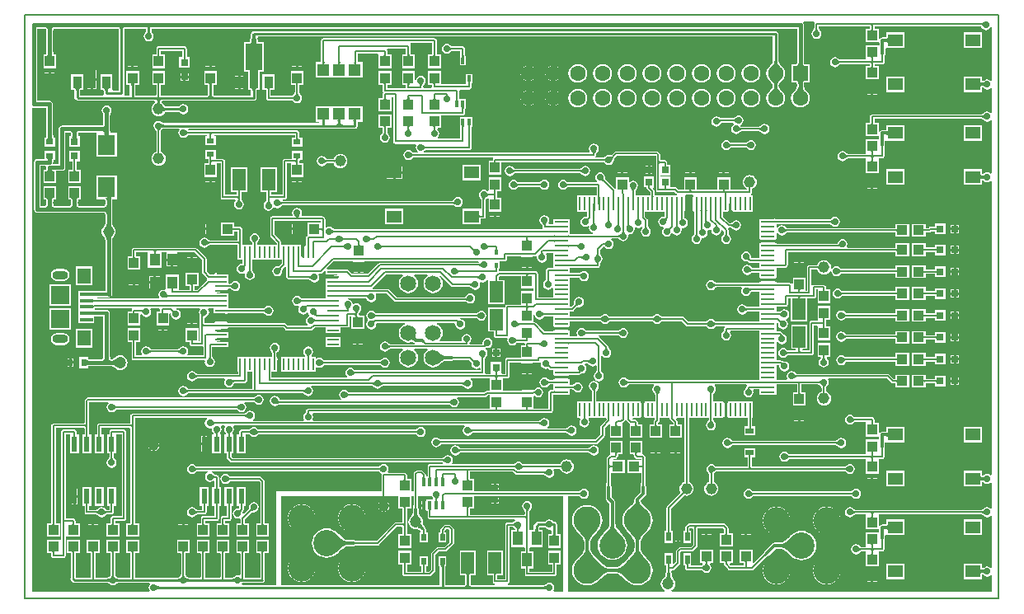
<source format=gtl>
G04 Layer_Physical_Order=1*
G04 Layer_Color=255*
%FSLAX44Y44*%
%MOMM*%
G71*
G01*
G75*
%ADD10R,1.0000X1.1000*%
%ADD11R,1.1000X1.0000*%
%ADD12C,1.1500*%
%ADD13R,0.5000X0.9000*%
%ADD14R,1.3000X1.3000*%
%ADD15R,1.5500X1.3000*%
%ADD16R,0.2500X1.4000*%
%ADD17R,1.4000X0.2500*%
%ADD18R,0.6000X1.6000*%
%ADD19R,0.4000X0.4800*%
%ADD20R,0.8000X0.8000*%
%ADD21R,0.3000X0.6600*%
%ADD22R,1.1000X1.3000*%
%ADD23R,1.3500X2.2000*%
%ADD24R,1.9000X1.9000*%
%ADD25R,1.4000X1.6000*%
%ADD26R,1.3500X0.4000*%
%ADD27R,0.8000X0.8000*%
%ADD28R,1.8000X2.1000*%
%ADD29R,0.8000X0.6000*%
%ADD30R,1.7000X2.7000*%
%ADD31R,0.9000X1.3000*%
%ADD32R,0.9000X1.9000*%
%ADD33R,0.7000X0.8000*%
%ADD34R,1.2000X0.2200*%
%ADD35R,0.2200X1.2000*%
%ADD36R,0.8300X0.6300*%
%ADD37R,1.0000X1.4000*%
%ADD38R,0.5000X0.7000*%
%ADD39R,0.4000X0.9000*%
%ADD40R,0.6000X0.8000*%
%ADD41C,0.1524*%
%ADD42C,0.3048*%
%ADD43C,0.2540*%
%ADD44C,0.5080*%
%ADD45C,0.3810*%
%ADD46C,0.2032*%
%ADD47C,0.1270*%
%ADD48C,2.7000*%
%ADD49C,2.8000*%
%ADD50C,1.6002*%
%ADD51R,1.6002X1.6002*%
%ADD52O,1.6000X0.9000*%
%ADD53C,1.6400*%
%ADD54C,1.2000*%
%ADD55C,0.7000*%
G36*
X872236Y589788D02*
X871946Y589773D01*
X871687Y589727D01*
X871459Y589651D01*
X871261Y589544D01*
X871093Y589407D01*
X870956Y589239D01*
X870849Y589041D01*
X870773Y588813D01*
X870727Y588554D01*
X870712Y588264D01*
X869188D01*
X869173Y588554D01*
X869127Y588813D01*
X869051Y589041D01*
X868944Y589239D01*
X868807Y589407D01*
X868639Y589544D01*
X868441Y589651D01*
X868213Y589727D01*
X867954Y589773D01*
X867664Y589788D01*
X869950Y591312D01*
X872236Y589788D01*
D02*
G37*
G36*
X983572Y587904D02*
X983403Y588262D01*
X983220Y588582D01*
X983023Y588865D01*
X982810Y589110D01*
X982583Y589317D01*
X982341Y589487D01*
X982085Y589618D01*
X981813Y589713D01*
X981528Y589769D01*
X981227Y589788D01*
X981840Y591312D01*
X982045Y591324D01*
X982283Y591358D01*
X982553Y591416D01*
X983190Y591601D01*
X983957Y591879D01*
X985350Y592470D01*
X983572Y587904D01*
D02*
G37*
G36*
X870720Y585428D02*
X870742Y585164D01*
X870781Y584931D01*
X870834Y584729D01*
X870902Y584558D01*
X870986Y584418D01*
X871085Y584309D01*
X871200Y584231D01*
X871329Y584185D01*
X871474Y584169D01*
X868426D01*
X868571Y584185D01*
X868700Y584231D01*
X868815Y584309D01*
X868914Y584418D01*
X868997Y584558D01*
X869066Y584729D01*
X869119Y584931D01*
X869157Y585164D01*
X869180Y585428D01*
X869188Y585723D01*
X870712D01*
X870720Y585428D01*
D02*
G37*
G36*
X128333Y587881D02*
X128320Y587753D01*
X128298Y587275D01*
X128270Y584050D01*
X125730D01*
X125652Y587934D01*
X128348D01*
X128333Y587881D01*
D02*
G37*
G36*
X104140Y587375D02*
X103416Y587350D01*
X102768Y587273D01*
X102197Y587146D01*
X101702Y586969D01*
X101283Y586740D01*
X100940Y586461D01*
X100673Y586130D01*
X100482Y585749D01*
X100368Y585318D01*
X100338Y584932D01*
X100330Y584050D01*
X97790D01*
X97769Y585102D01*
X97752Y585318D01*
X97638Y585749D01*
X97447Y586130D01*
X97180Y586461D01*
X96838Y586740D01*
X96418Y586969D01*
X95923Y587146D01*
X95352Y587273D01*
X94704Y587350D01*
X93980Y587375D01*
X99060Y591185D01*
X104140Y587375D01*
D02*
G37*
G36*
X31115D02*
X30391Y587337D01*
X29743Y587223D01*
X29172Y587032D01*
X28677Y586765D01*
X28258Y586423D01*
X27915Y586003D01*
X27648Y585508D01*
X27457Y584937D01*
X27343Y584289D01*
X27305Y583565D01*
X23495D01*
X23457Y584289D01*
X23343Y584937D01*
X23152Y585508D01*
X22885Y586003D01*
X22543Y586423D01*
X22123Y586765D01*
X21628Y587032D01*
X21057Y587223D01*
X20409Y587337D01*
X19685Y587375D01*
X25400Y591185D01*
X31115Y587375D01*
D02*
G37*
G36*
X813579Y585631D02*
X813630Y585350D01*
X813714Y585062D01*
X813832Y584770D01*
X813984Y584471D01*
X814170Y584166D01*
X814389Y583856D01*
X814642Y583540D01*
X814929Y583218D01*
X815250Y582890D01*
X810350D01*
X810671Y583218D01*
X811211Y583856D01*
X811430Y584166D01*
X811616Y584471D01*
X811768Y584770D01*
X811886Y585062D01*
X811971Y585350D01*
X812021Y585631D01*
X812038Y585906D01*
X813562D01*
X813579Y585631D01*
D02*
G37*
G36*
X128282Y582876D02*
X128317Y582551D01*
X128376Y582238D01*
X128459Y581935D01*
X128565Y581643D01*
X128695Y581363D01*
X128848Y581093D01*
X129025Y580834D01*
X129226Y580586D01*
X129450Y580350D01*
X124550D01*
X124774Y580586D01*
X124975Y580834D01*
X125152Y581093D01*
X125305Y581363D01*
X125435Y581643D01*
X125541Y581935D01*
X125624Y582238D01*
X125683Y582551D01*
X125718Y582876D01*
X125730Y583212D01*
X128270D01*
X128282Y582876D01*
D02*
G37*
G36*
X236227Y579636D02*
X236385Y577252D01*
X236458Y576813D01*
X236544Y576438D01*
X236643Y576126D01*
X236755Y575877D01*
X236880Y575691D01*
X233020D01*
X233145Y575877D01*
X233257Y576126D01*
X233356Y576438D01*
X233442Y576813D01*
X233515Y577252D01*
X233621Y578318D01*
X233673Y579636D01*
X233680Y580390D01*
X236220D01*
X236227Y579636D01*
D02*
G37*
G36*
X886011Y570632D02*
X885980Y570922D01*
X885888Y571181D01*
X885734Y571409D01*
X885518Y571607D01*
X885241Y571775D01*
X884903Y571912D01*
X884502Y572019D01*
X884041Y572095D01*
X883517Y572141D01*
X882933Y572156D01*
Y575204D01*
X883517Y575219D01*
X884041Y575265D01*
X884502Y575341D01*
X884903Y575448D01*
X885241Y575585D01*
X885518Y575753D01*
X885734Y575951D01*
X885888Y576179D01*
X885980Y576438D01*
X886011Y576728D01*
Y570632D01*
D02*
G37*
G36*
X237505Y573272D02*
X237622Y571979D01*
X237725Y571454D01*
X237858Y571009D01*
X238019Y570646D01*
X238211Y570363D01*
X238431Y570161D01*
X238681Y570039D01*
X238960Y569999D01*
X230940D01*
X231219Y570039D01*
X231469Y570161D01*
X231689Y570363D01*
X231881Y570646D01*
X232042Y571009D01*
X232175Y571454D01*
X232278Y571979D01*
X232351Y572585D01*
X232395Y573272D01*
X232410Y574040D01*
X237490D01*
X237505Y573272D01*
D02*
G37*
G36*
X27324Y560610D02*
X27381Y559957D01*
X27476Y559381D01*
X27610Y558882D01*
X27781Y558459D01*
X27991Y558114D01*
X28238Y557845D01*
X28524Y557653D01*
X28848Y557537D01*
X29210Y557499D01*
X21590D01*
X21952Y557537D01*
X22276Y557653D01*
X22562Y557845D01*
X22809Y558114D01*
X23019Y558459D01*
X23190Y558882D01*
X23324Y559381D01*
X23419Y559957D01*
X23476Y560610D01*
X23495Y561339D01*
X27305D01*
X27324Y560610D01*
D02*
G37*
G36*
X881488Y559263D02*
X881434Y559120D01*
X881387Y558924D01*
X881346Y558675D01*
X881283Y558016D01*
X881235Y556630D01*
X881232Y556062D01*
X879708D01*
X879705Y556630D01*
X879553Y558924D01*
X879506Y559120D01*
X879452Y559263D01*
X879392Y559353D01*
X881548D01*
X881488Y559263D01*
D02*
G37*
G36*
X871329Y556275D02*
X871200Y556229D01*
X871085Y556151D01*
X870986Y556042D01*
X870902Y555902D01*
X870834Y555731D01*
X870781Y555529D01*
X870742Y555296D01*
X870720Y555032D01*
X870712Y554737D01*
X869188D01*
X869180Y555032D01*
X869157Y555296D01*
X869119Y555529D01*
X869066Y555731D01*
X868997Y555902D01*
X868914Y556042D01*
X868815Y556151D01*
X868700Y556229D01*
X868571Y556275D01*
X868426Y556291D01*
X871474D01*
X871329Y556275D01*
D02*
G37*
G36*
X236647Y554615D02*
X236557Y554377D01*
X236478Y554050D01*
X236410Y553634D01*
X236304Y552537D01*
X236225Y550227D01*
X236220Y549280D01*
X233680D01*
X233675Y550227D01*
X233422Y554050D01*
X233343Y554377D01*
X233253Y554615D01*
X233153Y554765D01*
X236747D01*
X236647Y554615D01*
D02*
G37*
G36*
X870727Y553536D02*
X870773Y553277D01*
X870849Y553049D01*
X870956Y552851D01*
X871093Y552683D01*
X871261Y552546D01*
X871459Y552439D01*
X871687Y552363D01*
X871946Y552317D01*
X872236Y552302D01*
Y550778D01*
X871946Y550763D01*
X871687Y550717D01*
X871459Y550641D01*
X871261Y550534D01*
X871093Y550397D01*
X870956Y550229D01*
X870849Y550031D01*
X870773Y549803D01*
X870727Y549544D01*
X870712Y549254D01*
X869188D01*
X869173Y549544D01*
X869127Y549803D01*
X869051Y550031D01*
X868944Y550229D01*
X868807Y550397D01*
X868639Y550534D01*
X868441Y550641D01*
X868213Y550717D01*
X867954Y550763D01*
X867664Y550778D01*
Y552302D01*
X867954Y552317D01*
X868213Y552363D01*
X868441Y552439D01*
X868639Y552546D01*
X868807Y552683D01*
X868944Y552851D01*
X869051Y553049D01*
X869127Y553277D01*
X869173Y553536D01*
X869188Y553826D01*
X870712D01*
X870727Y553536D01*
D02*
G37*
G36*
X834457Y553575D02*
X835167Y553072D01*
X835503Y552868D01*
X835827Y552695D01*
X836139Y552553D01*
X836439Y552444D01*
X836727Y552365D01*
X837002Y552318D01*
X837265Y552302D01*
X837427Y550778D01*
X837142Y550760D01*
X836858Y550707D01*
X836574Y550618D01*
X836290Y550494D01*
X836006Y550334D01*
X835722Y550138D01*
X835438Y549907D01*
X835155Y549640D01*
X834871Y549338D01*
X834588Y549000D01*
X834084Y553874D01*
X834457Y553575D01*
D02*
G37*
G36*
X798214Y550801D02*
X798271Y550148D01*
X798366Y549572D01*
X798500Y549073D01*
X798671Y548650D01*
X798881Y548304D01*
X799128Y548036D01*
X799414Y547844D01*
X799738Y547728D01*
X800100Y547690D01*
X792480D01*
X792842Y547728D01*
X793166Y547844D01*
X793452Y548036D01*
X793699Y548304D01*
X793909Y548650D01*
X794080Y549073D01*
X794213Y549572D01*
X794309Y550148D01*
X794366Y550801D01*
X794385Y551530D01*
X798195D01*
X798214Y550801D01*
D02*
G37*
G36*
X870720Y547328D02*
X870742Y547064D01*
X870781Y546831D01*
X870834Y546629D01*
X870902Y546458D01*
X870986Y546318D01*
X871085Y546209D01*
X871200Y546131D01*
X871329Y546085D01*
X871474Y546069D01*
X868426D01*
X868571Y546085D01*
X868700Y546131D01*
X868815Y546209D01*
X868914Y546318D01*
X868997Y546458D01*
X869066Y546629D01*
X869119Y546831D01*
X869157Y547064D01*
X869180Y547328D01*
X869188Y547623D01*
X870712D01*
X870720Y547328D01*
D02*
G37*
G36*
X772203Y551887D02*
X772333Y551293D01*
X772550Y550670D01*
X772853Y550017D01*
X773243Y549333D01*
X773719Y548619D01*
X774282Y547876D01*
X775668Y546298D01*
X776491Y545464D01*
X765289D01*
X766112Y546298D01*
X767498Y547876D01*
X768061Y548619D01*
X768537Y549333D01*
X768927Y550017D01*
X769230Y550670D01*
X769447Y551293D01*
X769577Y551887D01*
X769620Y552450D01*
X772160D01*
X772203Y551887D01*
D02*
G37*
G36*
X236233Y545081D02*
X236271Y544644D01*
X236334Y544259D01*
X236423Y543924D01*
X236537Y543642D01*
X236677Y543410D01*
X236842Y543230D01*
X237033Y543102D01*
X237065Y543091D01*
X237490D01*
X237249Y543065D01*
X237192Y543045D01*
X237249Y543025D01*
X237490Y542999D01*
X237062D01*
X237033Y542989D01*
X236842Y542862D01*
X236677Y542684D01*
X236537Y542455D01*
X236423Y542176D01*
X236334Y541846D01*
X236271Y541465D01*
X236233Y541033D01*
X236220Y540550D01*
X233680D01*
X233667Y541033D01*
X233629Y541465D01*
X233566Y541846D01*
X233477Y542176D01*
X233363Y542455D01*
X233223Y542684D01*
X233058Y542862D01*
X232867Y542989D01*
X232838Y542999D01*
X232410D01*
X232651Y543025D01*
X232708Y543045D01*
X232651Y543065D01*
X232410Y543091D01*
X232835D01*
X232867Y543102D01*
X233058Y543230D01*
X233223Y543410D01*
X233363Y543642D01*
X233477Y543924D01*
X233566Y544259D01*
X233629Y544644D01*
X233667Y545081D01*
X233680Y545569D01*
X236220D01*
X236233Y545081D01*
D02*
G37*
G36*
X457463Y531070D02*
X457386Y531009D01*
X457318Y530908D01*
X457259Y530765D01*
X457209Y530583D01*
X457169Y530359D01*
X457137Y530095D01*
X457101Y529445D01*
X457096Y529058D01*
X455064D01*
X455060Y529445D01*
X454991Y530359D01*
X454951Y530583D01*
X454901Y530765D01*
X454842Y530908D01*
X454774Y531009D01*
X454697Y531070D01*
X454610Y531091D01*
X457550D01*
X457463Y531070D01*
D02*
G37*
G36*
X138539Y529605D02*
X138410Y529559D01*
X138295Y529481D01*
X138196Y529372D01*
X138112Y529232D01*
X138044Y529061D01*
X137991Y528859D01*
X137952Y528626D01*
X137930Y528362D01*
X137922Y528066D01*
X136398D01*
X136390Y528362D01*
X136368Y528626D01*
X136329Y528859D01*
X136276Y529061D01*
X136208Y529232D01*
X136124Y529372D01*
X136025Y529481D01*
X135910Y529559D01*
X135781Y529605D01*
X135636Y529621D01*
X138684D01*
X138539Y529605D01*
D02*
G37*
G36*
X799738Y531741D02*
X799414Y531627D01*
X799128Y531437D01*
X798881Y531170D01*
X798671Y530827D01*
X798500Y530408D01*
X798366Y529913D01*
X798271Y529341D01*
X798214Y528693D01*
X798195Y527970D01*
X794385D01*
X794366Y528693D01*
X794309Y529341D01*
X794213Y529913D01*
X794080Y530408D01*
X793909Y530827D01*
X793699Y531170D01*
X793452Y531437D01*
X793166Y531627D01*
X792842Y531741D01*
X792480Y531780D01*
X800100D01*
X799738Y531741D01*
D02*
G37*
G36*
X422209Y529600D02*
X422036Y529538D01*
X421884Y529435D01*
X421752Y529291D01*
X421640Y529105D01*
X421549Y528879D01*
X421477Y528610D01*
X421427Y528301D01*
X421396Y527950D01*
X421386Y527559D01*
X419354D01*
X419344Y527950D01*
X419313Y528301D01*
X419263Y528610D01*
X419191Y528879D01*
X419100Y529105D01*
X418988Y529291D01*
X418856Y529435D01*
X418704Y529538D01*
X418531Y529600D01*
X418338Y529621D01*
X422402D01*
X422209Y529600D01*
D02*
G37*
G36*
X395539D02*
X395366Y529538D01*
X395214Y529435D01*
X395082Y529291D01*
X394970Y529105D01*
X394879Y528879D01*
X394807Y528610D01*
X394757Y528301D01*
X394726Y527950D01*
X394716Y527559D01*
X392684D01*
X392674Y527950D01*
X392643Y528301D01*
X392593Y528610D01*
X392521Y528879D01*
X392430Y529105D01*
X392318Y529291D01*
X392186Y529435D01*
X392034Y529538D01*
X391861Y529600D01*
X391668Y529621D01*
X395732D01*
X395539Y529600D01*
D02*
G37*
G36*
X371409D02*
X371236Y529538D01*
X371084Y529435D01*
X370952Y529291D01*
X370840Y529105D01*
X370749Y528879D01*
X370677Y528610D01*
X370627Y528301D01*
X370596Y527950D01*
X370586Y527559D01*
X368554D01*
X368544Y527950D01*
X368513Y528301D01*
X368463Y528610D01*
X368391Y528879D01*
X368300Y529105D01*
X368188Y529291D01*
X368056Y529435D01*
X367904Y529538D01*
X367731Y529600D01*
X367538Y529621D01*
X371602D01*
X371409Y529600D01*
D02*
G37*
G36*
X192799Y529595D02*
X192583Y529518D01*
X192392Y529390D01*
X192227Y529210D01*
X192087Y528978D01*
X191973Y528696D01*
X191884Y528362D01*
X191821Y527976D01*
X191783Y527539D01*
X191770Y527051D01*
X189230D01*
X189217Y527539D01*
X189179Y527976D01*
X189116Y528362D01*
X189027Y528696D01*
X188913Y528978D01*
X188773Y529210D01*
X188608Y529390D01*
X188417Y529518D01*
X188201Y529595D01*
X187960Y529621D01*
X193040D01*
X192799Y529595D01*
D02*
G37*
G36*
X112789D02*
X112573Y529518D01*
X112382Y529390D01*
X112217Y529210D01*
X112078Y528978D01*
X111963Y528696D01*
X111874Y528362D01*
X111811Y527976D01*
X111773Y527539D01*
X111760Y527051D01*
X109220D01*
X109207Y527539D01*
X109169Y527976D01*
X109106Y528362D01*
X109017Y528696D01*
X108903Y528978D01*
X108763Y529210D01*
X108598Y529390D01*
X108407Y529518D01*
X108191Y529595D01*
X107950Y529621D01*
X113030D01*
X112789Y529595D01*
D02*
G37*
G36*
X408577Y529348D02*
X408334Y529063D01*
X408119Y528775D01*
X407932Y528484D01*
X407775Y528190D01*
X407645Y527894D01*
X407545Y527595D01*
X407473Y527293D01*
X407430Y526988D01*
X407416Y526681D01*
X405384D01*
X405370Y526988D01*
X405327Y527293D01*
X405255Y527595D01*
X405155Y527894D01*
X405025Y528190D01*
X404868Y528484D01*
X404681Y528775D01*
X404466Y529063D01*
X404222Y529348D01*
X403950Y529631D01*
X408850D01*
X408577Y529348D01*
D02*
G37*
G36*
X980920Y531438D02*
X981012Y531179D01*
X981166Y530951D01*
X981382Y530753D01*
X981659Y530585D01*
X981997Y530448D01*
X982398Y530341D01*
X982859Y530265D01*
X983383Y530219D01*
X983430Y530218D01*
X984036Y530277D01*
X984343Y530334D01*
X984633Y530406D01*
X984906Y530496D01*
X985162Y530601D01*
X985400Y530723D01*
X985622Y530860D01*
X985826Y531014D01*
X985322Y526140D01*
X985150Y526333D01*
X984957Y526506D01*
X984743Y526658D01*
X984508Y526790D01*
X984252Y526902D01*
X983975Y526993D01*
X983677Y527065D01*
X983359Y527115D01*
X983227Y527127D01*
X982859Y527095D01*
X982398Y527019D01*
X981997Y526912D01*
X981659Y526775D01*
X981382Y526607D01*
X981166Y526409D01*
X981012Y526181D01*
X980920Y525922D01*
X980889Y525632D01*
Y531728D01*
X980920Y531438D01*
D02*
G37*
G36*
X237249Y524065D02*
X237033Y523989D01*
X236842Y523862D01*
X236677Y523684D01*
X236537Y523456D01*
X236423Y523176D01*
X236334Y522846D01*
X236271Y522465D01*
X236233Y522033D01*
X236220Y521550D01*
X233680D01*
X233667Y522033D01*
X233629Y522465D01*
X233566Y522846D01*
X233477Y523176D01*
X233363Y523456D01*
X233223Y523684D01*
X233058Y523862D01*
X232867Y523989D01*
X232651Y524065D01*
X232410Y524090D01*
X237490D01*
X237249Y524065D01*
D02*
G37*
G36*
X85879D02*
X85663Y523989D01*
X85472Y523862D01*
X85307Y523684D01*
X85168Y523456D01*
X85053Y523176D01*
X84964Y522846D01*
X84901Y522465D01*
X84863Y522033D01*
X84850Y521550D01*
X82310D01*
X82297Y522033D01*
X82259Y522465D01*
X82196Y522846D01*
X82107Y523176D01*
X81993Y523456D01*
X81853Y523684D01*
X81688Y523862D01*
X81497Y523989D01*
X81281Y524065D01*
X81040Y524090D01*
X86120D01*
X85879Y524065D01*
D02*
G37*
G36*
X55879D02*
X55663Y523989D01*
X55472Y523862D01*
X55307Y523684D01*
X55167Y523456D01*
X55053Y523176D01*
X54964Y522846D01*
X54901Y522465D01*
X54863Y522033D01*
X54850Y521550D01*
X52310D01*
X52297Y522033D01*
X52259Y522465D01*
X52196Y522846D01*
X52107Y523176D01*
X51993Y523456D01*
X51853Y523684D01*
X51688Y523862D01*
X51497Y523989D01*
X51281Y524065D01*
X51040Y524090D01*
X56120D01*
X55879Y524065D01*
D02*
G37*
G36*
X798232Y526271D02*
X798343Y525612D01*
X798528Y524946D01*
X798786Y524271D01*
X799119Y523590D01*
X799526Y522900D01*
X800006Y522202D01*
X800560Y521497D01*
X801189Y520784D01*
X801891Y520064D01*
X790689D01*
X791392Y520784D01*
X792574Y522202D01*
X793055Y522900D01*
X793461Y523590D01*
X793794Y524271D01*
X794052Y524946D01*
X794237Y525612D01*
X794348Y526271D01*
X794385Y526922D01*
X798195D01*
X798232Y526271D01*
D02*
G37*
G36*
X775668Y533202D02*
X774282Y531624D01*
X773719Y530881D01*
X773243Y530167D01*
X772853Y529483D01*
X772550Y528830D01*
X772333Y528206D01*
X772203Y527613D01*
X772160Y527050D01*
X772203Y526487D01*
X772333Y525894D01*
X772550Y525270D01*
X772853Y524617D01*
X773243Y523933D01*
X773719Y523219D01*
X774282Y522476D01*
X775668Y520898D01*
X776491Y520064D01*
X765289D01*
X766112Y520898D01*
X767498Y522476D01*
X768061Y523219D01*
X768537Y523933D01*
X768927Y524617D01*
X769230Y525270D01*
X769447Y525894D01*
X769577Y526487D01*
X769620Y527050D01*
X769577Y527613D01*
X769447Y528206D01*
X769230Y528830D01*
X768927Y529483D01*
X768537Y530167D01*
X768061Y530881D01*
X767498Y531624D01*
X766112Y533202D01*
X765289Y534036D01*
X776491D01*
X775668Y533202D01*
D02*
G37*
G36*
X434094Y517852D02*
X434119Y517566D01*
X434160Y517302D01*
X434218Y517059D01*
X434293Y516838D01*
X434384Y516638D01*
X434491Y516460D01*
X434616Y516303D01*
X434756Y516169D01*
X434913Y516055D01*
X431227D01*
X431384Y516169D01*
X431525Y516303D01*
X431649Y516460D01*
X431756Y516638D01*
X431847Y516838D01*
X431922Y517059D01*
X431980Y517302D01*
X432021Y517566D01*
X432046Y517852D01*
X432054Y518160D01*
X434086D01*
X434094Y517852D01*
D02*
G37*
G36*
X191795Y517677D02*
X191872Y517246D01*
X191999Y516865D01*
X192176Y516534D01*
X192405Y516255D01*
X192684Y516026D01*
X193015Y515849D01*
X193396Y515722D01*
X193827Y515645D01*
X194310Y515620D01*
X190500Y513080D01*
X186690Y515620D01*
X187173Y515645D01*
X187604Y515722D01*
X187985Y515849D01*
X188316Y516026D01*
X188595Y516255D01*
X188824Y516534D01*
X189001Y516865D01*
X189128Y517246D01*
X189205Y517677D01*
X189230Y518160D01*
X191770D01*
X191795Y517677D01*
D02*
G37*
G36*
X370596Y514720D02*
X370627Y514369D01*
X370677Y514060D01*
X370749Y513792D01*
X370840Y513565D01*
X370952Y513379D01*
X371084Y513235D01*
X371236Y513131D01*
X371409Y513070D01*
X371602Y513049D01*
X367538D01*
X367731Y513070D01*
X367904Y513131D01*
X368056Y513235D01*
X368188Y513379D01*
X368300Y513565D01*
X368391Y513792D01*
X368463Y514060D01*
X368513Y514369D01*
X368544Y514720D01*
X368554Y515112D01*
X370586D01*
X370596Y514720D01*
D02*
G37*
G36*
X421396Y514720D02*
X421427Y514369D01*
X421477Y514060D01*
X421549Y513792D01*
X421640Y513565D01*
X421752Y513379D01*
X421884Y513235D01*
X422036Y513131D01*
X422209Y513070D01*
X422402Y513049D01*
X418338D01*
X418531Y513070D01*
X418704Y513131D01*
X418856Y513235D01*
X418988Y513379D01*
X419100Y513565D01*
X419191Y513792D01*
X419263Y514060D01*
X419313Y514369D01*
X419344Y514720D01*
X419354Y515112D01*
X421386D01*
X421396Y514720D01*
D02*
G37*
G36*
X394726D02*
X394757Y514369D01*
X394807Y514060D01*
X394879Y513792D01*
X394970Y513565D01*
X395082Y513379D01*
X395214Y513235D01*
X395366Y513131D01*
X395539Y513070D01*
X395732Y513049D01*
X391668D01*
X391861Y513070D01*
X392034Y513131D01*
X392186Y513235D01*
X392318Y513379D01*
X392430Y513565D01*
X392521Y513792D01*
X392593Y514060D01*
X392643Y514369D01*
X392674Y514720D01*
X392684Y515112D01*
X394716D01*
X394726Y514720D01*
D02*
G37*
G36*
X444249Y513225D02*
X444322Y512088D01*
X444355Y511905D01*
X444395Y511762D01*
X444440Y511661D01*
X444492Y511600D01*
X444549Y511580D01*
X441610D01*
X441725Y511600D01*
X441828Y511661D01*
X441918Y511762D01*
X441997Y511905D01*
X442063Y512088D01*
X442117Y512311D01*
X442160Y512575D01*
X442190Y512880D01*
X442214Y513611D01*
X444246D01*
X444249Y513225D01*
D02*
G37*
G36*
X138059Y515247D02*
X137719D01*
X140970Y513080D01*
X140487Y513055D01*
X140056Y512978D01*
X139675Y512851D01*
X139344Y512674D01*
X139065Y512445D01*
X138836Y512166D01*
X138659Y511835D01*
X138532Y511454D01*
X138455Y511023D01*
X138440Y510723D01*
X138443Y510613D01*
X138481Y510192D01*
X138544Y509806D01*
X138633Y509455D01*
X138748Y509139D01*
X138887Y508857D01*
X139052Y508610D01*
X139243Y508398D01*
X139459Y508221D01*
X139700Y508079D01*
X134620D01*
X134861Y508221D01*
X135077Y508398D01*
X135268Y508610D01*
X135433Y508857D01*
X135573Y509139D01*
X135687Y509455D01*
X135776Y509806D01*
X135839Y510192D01*
X135877Y510613D01*
X135880Y510723D01*
X135865Y511023D01*
X135788Y511454D01*
X135661Y511835D01*
X135484Y512166D01*
X135255Y512445D01*
X134976Y512674D01*
X134645Y512851D01*
X134264Y512978D01*
X133833Y513055D01*
X133350Y513080D01*
X136601Y515247D01*
X136261D01*
X136287Y515299D01*
X136311Y515398D01*
X136331Y515544D01*
X136364Y515980D01*
X136398Y517906D01*
X137922D01*
X138059Y515247D01*
D02*
G37*
G36*
X810705Y591529D02*
X810647Y591442D01*
X810469Y590550D01*
Y586166D01*
X810391Y586007D01*
X810380Y585828D01*
X810363Y585730D01*
X810326Y585605D01*
X810265Y585454D01*
X810174Y585275D01*
X810051Y585073D01*
X809905Y584867D01*
X809450Y584328D01*
X809171Y584043D01*
X809129Y583938D01*
X808067Y582350D01*
X807678Y580390D01*
X808067Y578430D01*
X809178Y576768D01*
X810840Y575658D01*
X812800Y575268D01*
X814760Y575658D01*
X816422Y576768D01*
X817533Y578430D01*
X817922Y580390D01*
X817533Y582350D01*
X816471Y583938D01*
X816429Y584043D01*
X816135Y584343D01*
X815903Y584604D01*
X815708Y584848D01*
X815549Y585073D01*
X815425Y585275D01*
X815335Y585453D01*
X815274Y585605D01*
X815237Y585730D01*
X815219Y585828D01*
X815209Y586007D01*
X815131Y586166D01*
Y588219D01*
X867268D01*
X867340Y588171D01*
X867619Y586931D01*
Y585946D01*
X867539Y585766D01*
X867539Y585754D01*
X863426D01*
Y571706D01*
X876092D01*
X876474Y571706D01*
X877362Y570804D01*
Y569656D01*
X876474Y568754D01*
X863426D01*
Y554706D01*
X862502Y553871D01*
X837524D01*
X837364Y553949D01*
X837191Y553959D01*
X837084Y553977D01*
X836942Y554016D01*
X836765Y554081D01*
X836557Y554175D01*
X836320Y554302D01*
X836073Y554452D01*
X835451Y554893D01*
X835115Y555162D01*
X834794Y555255D01*
X833810Y555913D01*
X831850Y556302D01*
X829890Y555913D01*
X828228Y554802D01*
X827117Y553140D01*
X826728Y551180D01*
X827117Y549220D01*
X828228Y547558D01*
X829890Y546447D01*
X831850Y546058D01*
X833810Y546447D01*
X835472Y547558D01*
X835661Y547841D01*
X835853Y547940D01*
X836106Y548243D01*
X836323Y548474D01*
X836526Y548665D01*
X836712Y548817D01*
X836880Y548933D01*
X837027Y549016D01*
X837153Y549071D01*
X837257Y549104D01*
X837346Y549120D01*
X837530Y549132D01*
X837564Y549148D01*
X837601Y549138D01*
X837732Y549209D01*
X867413D01*
X867552Y549142D01*
X867619Y549003D01*
Y547846D01*
X867539Y547666D01*
X867539Y547654D01*
X863426D01*
Y533606D01*
X876474D01*
Y547654D01*
X872361D01*
X872361Y547666D01*
X872281Y547846D01*
Y549003D01*
X872347Y549142D01*
X872487Y549209D01*
X880470D01*
X881362Y549387D01*
X882118Y549892D01*
X882623Y550648D01*
X882801Y551540D01*
Y555861D01*
X882881Y556053D01*
X882885Y556598D01*
X882930Y557909D01*
X882982Y558461D01*
X883005Y558595D01*
X883014Y558634D01*
X883032Y558683D01*
X883031Y558706D01*
X883038Y558732D01*
X883031Y558776D01*
X883341Y559241D01*
X883578Y560430D01*
Y564737D01*
X884426Y565656D01*
X902974D01*
Y581704D01*
X884426D01*
Y577034D01*
X884379Y577015D01*
X884155Y576956D01*
X883835Y576903D01*
X883424Y576867D01*
X882889Y576853D01*
X882743Y576788D01*
X880470D01*
X879281Y576551D01*
X878272Y575877D01*
X877744Y575087D01*
X876731Y575200D01*
X876474Y575298D01*
Y585754D01*
X872361D01*
X872361Y585766D01*
X872281Y585946D01*
Y586931D01*
X872560Y588171D01*
X872632Y588219D01*
X980965D01*
X981124Y588142D01*
X981315Y588130D01*
X981381Y588117D01*
X981433Y588098D01*
X981486Y588071D01*
X981549Y588027D01*
X981627Y587956D01*
X981720Y587849D01*
X981826Y587698D01*
X981939Y587500D01*
X982079Y587202D01*
X982225Y587069D01*
X983168Y585658D01*
X984830Y584548D01*
X986790Y584158D01*
X988750Y584548D01*
X990412Y585658D01*
X991523Y587320D01*
X991529Y587351D01*
X992799Y587226D01*
Y532557D01*
X992187Y532220D01*
X991529Y532045D01*
X990020Y533052D01*
X988060Y533442D01*
X986100Y533052D01*
X985139Y532410D01*
X984832Y532331D01*
X984687Y532221D01*
X984589Y532160D01*
X984473Y532101D01*
X984335Y532044D01*
X984176Y531992D01*
X983992Y531946D01*
X983806Y531912D01*
X983689Y531900D01*
X982474Y532706D01*
Y536704D01*
X963926D01*
Y520656D01*
X982474D01*
Y524542D01*
X982795Y524870D01*
X983023Y525038D01*
X983661Y525360D01*
X983771Y525312D01*
X983857Y525263D01*
X983925Y525215D01*
X983981Y525165D01*
X984091Y525042D01*
X984264Y524958D01*
X984438Y524698D01*
X986100Y523587D01*
X988060Y523198D01*
X990020Y523587D01*
X991529Y524595D01*
X992187Y524420D01*
X992799Y524083D01*
Y499537D01*
X992187Y499200D01*
X991529Y499025D01*
X990020Y500033D01*
X988060Y500422D01*
X986100Y500033D01*
X984511Y498971D01*
X984407Y498929D01*
X984107Y498635D01*
X983846Y498403D01*
X983602Y498208D01*
X983377Y498049D01*
X983175Y497925D01*
X982997Y497835D01*
X982845Y497774D01*
X982720Y497737D01*
X982622Y497719D01*
X982443Y497709D01*
X982284Y497631D01*
X869950D01*
X869058Y497453D01*
X868302Y496948D01*
X867797Y496192D01*
X867619Y495300D01*
Y489426D01*
X867539Y489246D01*
X867539Y489234D01*
X863426D01*
Y475186D01*
X875732D01*
X876474Y475186D01*
X877002Y474135D01*
Y473285D01*
X876474Y472234D01*
X863426D01*
Y458186D01*
X863426D01*
X863245Y456991D01*
X845246D01*
X845087Y457068D01*
X844908Y457080D01*
X844810Y457097D01*
X844685Y457134D01*
X844534Y457195D01*
X844355Y457285D01*
X844153Y457409D01*
X843947Y457555D01*
X843408Y458010D01*
X843123Y458289D01*
X843018Y458331D01*
X841430Y459393D01*
X839470Y459782D01*
X837510Y459393D01*
X835848Y458282D01*
X834737Y456620D01*
X834348Y454660D01*
X834737Y452700D01*
X835848Y451038D01*
X837510Y449927D01*
X839470Y449538D01*
X841430Y449927D01*
X843018Y450989D01*
X843123Y451031D01*
X843423Y451325D01*
X843684Y451557D01*
X843928Y451752D01*
X844153Y451911D01*
X844355Y452034D01*
X844533Y452125D01*
X844685Y452186D01*
X844810Y452223D01*
X844908Y452240D01*
X845087Y452252D01*
X845246Y452329D01*
X863245D01*
X863426Y451134D01*
X863426D01*
Y437086D01*
X876474D01*
Y451134D01*
X876474D01*
X876655Y452329D01*
X880110D01*
X881002Y452507D01*
X881758Y453012D01*
X882263Y453768D01*
X882441Y454660D01*
Y461521D01*
X882522Y461713D01*
X882525Y462258D01*
X882570Y463569D01*
X882623Y464121D01*
X882645Y464255D01*
X882654Y464294D01*
X882672Y464343D01*
X882672Y464366D01*
X882678Y464392D01*
X882671Y464436D01*
X882981Y464901D01*
X883218Y466090D01*
Y470257D01*
X884426Y470406D01*
Y470406D01*
X902974D01*
Y486454D01*
X884426D01*
Y481785D01*
X884379Y481765D01*
X884155Y481706D01*
X883835Y481653D01*
X883424Y481617D01*
X882889Y481603D01*
X882743Y481538D01*
X880470D01*
X879281Y481301D01*
X878272Y480628D01*
X877913Y480267D01*
X877744Y480015D01*
X876474Y480401D01*
Y489234D01*
X872361D01*
X872361Y489246D01*
X872281Y489426D01*
Y492969D01*
X982284D01*
X982443Y492892D01*
X982622Y492881D01*
X982720Y492863D01*
X982845Y492826D01*
X982996Y492765D01*
X983175Y492674D01*
X983377Y492551D01*
X983583Y492405D01*
X984122Y491950D01*
X984407Y491671D01*
X984511Y491629D01*
X986100Y490568D01*
X988060Y490178D01*
X990020Y490568D01*
X991529Y491575D01*
X992187Y491400D01*
X992799Y491063D01*
Y437307D01*
X992187Y436970D01*
X991529Y436795D01*
X990020Y437803D01*
X988060Y438192D01*
X986100Y437803D01*
X985139Y437160D01*
X984832Y437081D01*
X984687Y436971D01*
X984589Y436910D01*
X984473Y436851D01*
X984335Y436794D01*
X984176Y436742D01*
X983992Y436696D01*
X983806Y436662D01*
X983689Y436651D01*
X982474Y437456D01*
Y441454D01*
X963926D01*
Y425406D01*
X982474D01*
Y429292D01*
X982795Y429620D01*
X983023Y429788D01*
X983661Y430110D01*
X983771Y430062D01*
X983857Y430013D01*
X983925Y429965D01*
X983981Y429916D01*
X984091Y429792D01*
X984264Y429709D01*
X984438Y429448D01*
X986100Y428338D01*
X988060Y427948D01*
X990020Y428338D01*
X991529Y429345D01*
X992187Y429170D01*
X992799Y428833D01*
Y127427D01*
X992187Y127090D01*
X991529Y126915D01*
X990020Y127922D01*
X988060Y128312D01*
X986100Y127922D01*
X985139Y127280D01*
X984832Y127201D01*
X984687Y127091D01*
X984589Y127030D01*
X984473Y126971D01*
X984335Y126914D01*
X984176Y126862D01*
X983992Y126816D01*
X983806Y126782D01*
X983689Y126770D01*
X982474Y127576D01*
Y131574D01*
X963926D01*
Y115526D01*
X982474D01*
Y119412D01*
X982795Y119740D01*
X983023Y119908D01*
X983661Y120230D01*
X983771Y120182D01*
X983857Y120133D01*
X983925Y120085D01*
X983981Y120035D01*
X984091Y119912D01*
X984264Y119829D01*
X984438Y119568D01*
X986100Y118457D01*
X988060Y118068D01*
X990020Y118457D01*
X991529Y119465D01*
X992187Y119290D01*
X992799Y118953D01*
Y93137D01*
X992187Y92800D01*
X991529Y92625D01*
X990020Y93632D01*
X988060Y94022D01*
X986100Y93632D01*
X984511Y92571D01*
X984407Y92529D01*
X984107Y92235D01*
X983846Y92003D01*
X983602Y91808D01*
X983377Y91649D01*
X983175Y91525D01*
X982997Y91435D01*
X982845Y91374D01*
X982720Y91337D01*
X982622Y91320D01*
X982443Y91308D01*
X982284Y91231D01*
X870346D01*
X870274Y91279D01*
X870027Y91231D01*
X869873D01*
X869626Y91279D01*
X869554Y91231D01*
X852866D01*
X852707Y91308D01*
X852528Y91320D01*
X852430Y91337D01*
X852305Y91374D01*
X852154Y91435D01*
X851975Y91525D01*
X851773Y91649D01*
X851567Y91795D01*
X851028Y92250D01*
X850743Y92529D01*
X850639Y92571D01*
X849050Y93632D01*
X847090Y94022D01*
X845130Y93632D01*
X843468Y92522D01*
X842357Y90860D01*
X841968Y88900D01*
X842357Y86940D01*
X843468Y85278D01*
X845130Y84167D01*
X847090Y83778D01*
X849050Y84167D01*
X850639Y85229D01*
X850743Y85271D01*
X851043Y85564D01*
X851304Y85797D01*
X851548Y85992D01*
X851773Y86151D01*
X851975Y86274D01*
X852153Y86365D01*
X852305Y86426D01*
X852430Y86463D01*
X852528Y86481D01*
X852707Y86491D01*
X852866Y86569D01*
X863245D01*
X863426Y85374D01*
X863426D01*
Y71326D01*
X875732D01*
X876474Y71326D01*
X877002Y70275D01*
Y69425D01*
X876474Y68374D01*
X863426D01*
Y54326D01*
X863426D01*
X863245Y53131D01*
X859216D01*
X859057Y53208D01*
X858878Y53219D01*
X858780Y53237D01*
X858655Y53274D01*
X858504Y53335D01*
X858325Y53425D01*
X858123Y53549D01*
X857917Y53695D01*
X857378Y54150D01*
X857093Y54429D01*
X856989Y54471D01*
X855400Y55532D01*
X853440Y55922D01*
X851480Y55532D01*
X849818Y54422D01*
X848708Y52760D01*
X848318Y50800D01*
X848708Y48840D01*
X849818Y47178D01*
X851480Y46068D01*
X853440Y45678D01*
X855400Y46068D01*
X856989Y47129D01*
X857093Y47171D01*
X857393Y47464D01*
X857654Y47697D01*
X857898Y47892D01*
X858123Y48051D01*
X858325Y48175D01*
X858503Y48265D01*
X858655Y48326D01*
X858780Y48363D01*
X858878Y48380D01*
X859057Y48391D01*
X859216Y48469D01*
X863245D01*
X863426Y47274D01*
X863426D01*
Y33226D01*
X876474D01*
Y47274D01*
X876474D01*
X876655Y48469D01*
X880110D01*
X881002Y48647D01*
X881758Y49152D01*
X882263Y49908D01*
X882441Y50800D01*
Y57301D01*
X882522Y57493D01*
X882525Y58038D01*
X882570Y59349D01*
X882623Y59901D01*
X882645Y60035D01*
X882654Y60074D01*
X882672Y60123D01*
X882672Y60146D01*
X882678Y60172D01*
X882671Y60216D01*
X882981Y60681D01*
X883218Y61870D01*
Y65127D01*
X884426Y65276D01*
Y65276D01*
X902974D01*
Y81324D01*
X884426D01*
Y76655D01*
X884379Y76635D01*
X884155Y76576D01*
X883835Y76523D01*
X883424Y76487D01*
X882889Y76473D01*
X882743Y76408D01*
X880470D01*
X879281Y76171D01*
X878272Y75497D01*
X877913Y75138D01*
X877744Y74885D01*
X876474Y75271D01*
Y85374D01*
X876474D01*
X876655Y86569D01*
X982284D01*
X982443Y86491D01*
X982622Y86481D01*
X982720Y86463D01*
X982845Y86426D01*
X982996Y86365D01*
X983175Y86274D01*
X983377Y86151D01*
X983583Y86005D01*
X984122Y85550D01*
X984407Y85271D01*
X984511Y85229D01*
X986100Y84167D01*
X988060Y83778D01*
X990020Y84167D01*
X991529Y85175D01*
X992187Y85000D01*
X992799Y84663D01*
Y32177D01*
X992187Y31840D01*
X991529Y31665D01*
X990020Y32673D01*
X988060Y33062D01*
X986100Y32673D01*
X985139Y32030D01*
X984832Y31951D01*
X984687Y31841D01*
X984589Y31780D01*
X984473Y31721D01*
X984335Y31664D01*
X984176Y31612D01*
X983992Y31566D01*
X983806Y31532D01*
X983689Y31521D01*
X982474Y32326D01*
Y36324D01*
X963926D01*
Y20276D01*
X982474D01*
Y24162D01*
X982795Y24490D01*
X983023Y24658D01*
X983661Y24980D01*
X983771Y24932D01*
X983857Y24883D01*
X983925Y24835D01*
X983981Y24785D01*
X984091Y24662D01*
X984264Y24578D01*
X984438Y24318D01*
X986100Y23207D01*
X988060Y22818D01*
X990020Y23207D01*
X991529Y24215D01*
X992187Y24040D01*
X992799Y23703D01*
Y7201D01*
X663973D01*
X663720Y8471D01*
X664194Y8668D01*
X665766Y9874D01*
X666972Y11445D01*
X667730Y13276D01*
X667989Y15240D01*
X667730Y17204D01*
X666972Y19035D01*
X666443Y19725D01*
X666365Y20028D01*
X665513Y21161D01*
X665199Y21646D01*
X664926Y22123D01*
X664701Y22575D01*
X664525Y23001D01*
X664393Y23398D01*
X664303Y23768D01*
X664252Y24110D01*
X664231Y24513D01*
X664168Y24647D01*
Y26010D01*
X663931Y27199D01*
X663621Y27664D01*
X663628Y27708D01*
X663622Y27734D01*
X663622Y27757D01*
X663613Y27783D01*
X663588Y28153D01*
X664777Y29419D01*
X665480D01*
X666372Y29597D01*
X667128Y30102D01*
X672208Y35182D01*
X672713Y35938D01*
X672891Y36830D01*
Y47295D01*
X674065Y48469D01*
X684530D01*
X685422Y48647D01*
X686178Y49152D01*
X689988Y52962D01*
X690493Y53718D01*
X690671Y54610D01*
Y71311D01*
X690949Y72551D01*
X691022Y72599D01*
X716585D01*
X717759Y71425D01*
Y67786D01*
X717679Y67606D01*
X717679Y67594D01*
X713566D01*
Y53546D01*
X726614D01*
Y67594D01*
X722501D01*
X722501Y67606D01*
X722421Y67786D01*
Y72390D01*
X722243Y73282D01*
X721738Y74038D01*
X719198Y76578D01*
X718442Y77083D01*
X717550Y77261D01*
X688736D01*
X688663Y77309D01*
X688417Y77261D01*
X688263D01*
X688017Y77309D01*
X687944Y77261D01*
X681990D01*
X681098Y77083D01*
X680342Y76578D01*
X678412Y74648D01*
X677907Y73892D01*
X677729Y73000D01*
Y69786D01*
X677649Y69606D01*
X677649Y69594D01*
X676036D01*
Y57546D01*
X684084D01*
Y69594D01*
X682471D01*
X682471Y69606D01*
X682391Y69786D01*
Y72035D01*
X682955Y72599D01*
X685658D01*
X685731Y72551D01*
X686009Y71311D01*
Y55575D01*
X683565Y53131D01*
X673100D01*
X672208Y52953D01*
X671452Y52448D01*
X668912Y49908D01*
X668407Y49152D01*
X668229Y48260D01*
Y37795D01*
X666257Y35824D01*
X665084Y36310D01*
Y46594D01*
X657036D01*
Y34546D01*
X658649D01*
X658649Y34534D01*
X658729Y34354D01*
Y32146D01*
X658680Y32074D01*
X658729Y31827D01*
Y31673D01*
X658680Y31426D01*
X658729Y31354D01*
Y30579D01*
X658649Y30387D01*
X658645Y29842D01*
X658600Y28531D01*
X658548Y27979D01*
X658525Y27845D01*
X658516Y27806D01*
X658498Y27757D01*
X658499Y27734D01*
X658492Y27708D01*
X658499Y27664D01*
X658189Y27199D01*
X657952Y26010D01*
Y25064D01*
X657897Y24965D01*
X657911Y24915D01*
X657889Y24868D01*
X657866Y24446D01*
X657811Y24119D01*
X657718Y23792D01*
X657583Y23459D01*
X657403Y23116D01*
X657172Y22762D01*
X656886Y22398D01*
X656543Y22025D01*
X656141Y21645D01*
X655641Y21229D01*
X655504Y20967D01*
X655034Y20606D01*
X653828Y19035D01*
X653070Y17204D01*
X652811Y15240D01*
X653070Y13276D01*
X653828Y11445D01*
X655034Y9874D01*
X656606Y8668D01*
X657080Y8471D01*
X656827Y7201D01*
X557530D01*
Y105619D01*
X568264D01*
X568423Y105541D01*
X568602Y105531D01*
X568700Y105513D01*
X568825Y105476D01*
X568976Y105415D01*
X569155Y105324D01*
X569357Y105201D01*
X569563Y105055D01*
X570102Y104600D01*
X570387Y104321D01*
X570491Y104279D01*
X572080Y103217D01*
X574040Y102828D01*
X576000Y103217D01*
X577662Y104328D01*
X578773Y105990D01*
X579162Y107950D01*
X578773Y109910D01*
X577662Y111572D01*
X576000Y112683D01*
X574040Y113072D01*
X572080Y112683D01*
X570491Y111621D01*
X570387Y111579D01*
X570087Y111285D01*
X569826Y111053D01*
X569582Y110858D01*
X569357Y110699D01*
X569155Y110576D01*
X568977Y110485D01*
X568825Y110424D01*
X568700Y110387D01*
X568602Y110370D01*
X568423Y110358D01*
X568264Y110281D01*
X557530D01*
X557321Y110490D01*
X461184D01*
Y123474D01*
X457071D01*
X457071Y123486D01*
X456991Y123666D01*
Y129178D01*
X457270Y130418D01*
X457342Y130466D01*
X500675D01*
X503249Y127892D01*
X504005Y127387D01*
X504897Y127209D01*
X532704D01*
X532863Y127132D01*
X533042Y127121D01*
X533140Y127103D01*
X533265Y127066D01*
X533416Y127005D01*
X533595Y126915D01*
X533797Y126791D01*
X534003Y126645D01*
X534542Y126190D01*
X534827Y125911D01*
X534931Y125869D01*
X536520Y124808D01*
X538480Y124418D01*
X540440Y124808D01*
X542102Y125918D01*
X543213Y127580D01*
X543602Y129540D01*
X543213Y131500D01*
X542685Y132289D01*
X543364Y133559D01*
X548812D01*
X548992Y133479D01*
X549222Y133473D01*
X549366Y133460D01*
X549395Y133455D01*
X549906Y132222D01*
X551072Y130702D01*
X552592Y129536D01*
X554361Y128803D01*
X556260Y128553D01*
X558159Y128803D01*
X559928Y129536D01*
X561448Y130702D01*
X562614Y132222D01*
X563347Y133991D01*
X563597Y135890D01*
X563347Y137789D01*
X562614Y139558D01*
X561448Y141078D01*
X559928Y142244D01*
X558159Y142977D01*
X556260Y143227D01*
X554361Y142977D01*
X552592Y142244D01*
X551072Y141078D01*
X549906Y139558D01*
X549395Y138325D01*
X549366Y138320D01*
X549222Y138307D01*
X548992Y138301D01*
X548812Y138221D01*
X512506D01*
X512347Y138299D01*
X512168Y138309D01*
X512070Y138327D01*
X511945Y138364D01*
X511794Y138425D01*
X511615Y138516D01*
X511413Y138639D01*
X511207Y138785D01*
X510668Y139240D01*
X510383Y139519D01*
X510279Y139561D01*
X508690Y140623D01*
X506730Y141012D01*
X504770Y140623D01*
X503108Y139512D01*
X502216Y138177D01*
X439218Y138212D01*
X438540Y139482D01*
X439072Y140280D01*
X439462Y142240D01*
X439072Y144200D01*
X437962Y145862D01*
X436300Y146973D01*
X434340Y147362D01*
X432380Y146973D01*
X430792Y145911D01*
X430687Y145869D01*
X430387Y145576D01*
X430126Y145343D01*
X429882Y145148D01*
X429657Y144989D01*
X429455Y144866D01*
X429277Y144775D01*
X429125Y144714D01*
X429000Y144677D01*
X428902Y144660D01*
X428723Y144649D01*
X428564Y144571D01*
X213055D01*
X211881Y145745D01*
Y149364D01*
X211961Y149544D01*
X211961Y149556D01*
X214074D01*
Y168604D01*
X213358D01*
X213356Y168605D01*
X213169Y168792D01*
X212750Y169874D01*
X212900Y170052D01*
X213179Y170337D01*
X213221Y170441D01*
X214282Y172030D01*
X214672Y173990D01*
X214282Y175950D01*
X213755Y176739D01*
X214434Y178009D01*
X451247D01*
X451632Y176739D01*
X451038Y176342D01*
X449927Y174680D01*
X449538Y172720D01*
X449927Y170760D01*
X451038Y169098D01*
X452700Y167987D01*
X454660Y167598D01*
X456620Y167987D01*
X458209Y169049D01*
X458313Y169091D01*
X458614Y169384D01*
X458874Y169617D01*
X459118Y169812D01*
X459343Y169971D01*
X459545Y170095D01*
X459723Y170185D01*
X459875Y170246D01*
X460000Y170283D01*
X460098Y170301D01*
X460277Y170312D01*
X460436Y170389D01*
X555564D01*
X555723Y170312D01*
X555902Y170301D01*
X556000Y170283D01*
X556125Y170246D01*
X556276Y170185D01*
X556455Y170095D01*
X556657Y169971D01*
X556863Y169825D01*
X557402Y169370D01*
X557687Y169091D01*
X557791Y169049D01*
X559380Y167987D01*
X561340Y167598D01*
X563300Y167987D01*
X564962Y169098D01*
X566073Y170760D01*
X566462Y172720D01*
X566073Y174680D01*
X564962Y176342D01*
X563300Y177453D01*
X561340Y177842D01*
X559380Y177453D01*
X557791Y176391D01*
X557687Y176349D01*
X557387Y176056D01*
X557126Y175823D01*
X556882Y175628D01*
X556657Y175469D01*
X556455Y175345D01*
X556277Y175255D01*
X556125Y175194D01*
X556000Y175157D01*
X555902Y175140D01*
X555723Y175128D01*
X555564Y175051D01*
X536813D01*
X536428Y176321D01*
X537022Y176718D01*
X538133Y178380D01*
X538522Y180340D01*
X538133Y182300D01*
X537022Y183962D01*
X535360Y185072D01*
X533400Y185462D01*
X531440Y185072D01*
X529851Y184011D01*
X529747Y183969D01*
X529446Y183675D01*
X529186Y183443D01*
X528942Y183248D01*
X528717Y183089D01*
X528515Y182966D01*
X528337Y182875D01*
X528185Y182814D01*
X528060Y182777D01*
X527962Y182759D01*
X527783Y182749D01*
X527624Y182671D01*
X295714D01*
X295035Y183941D01*
X295562Y184730D01*
X295952Y186690D01*
X295562Y188650D01*
X295035Y189439D01*
X295714Y190709D01*
X483474D01*
X483546Y190660D01*
X483793Y190709D01*
X483947D01*
X484193Y190660D01*
X484266Y190709D01*
X515224D01*
X515297Y190660D01*
X515543Y190709D01*
X515697D01*
X515943Y190660D01*
X516016Y190709D01*
X539750D01*
X540642Y190887D01*
X541398Y191392D01*
X541903Y192148D01*
X542081Y193040D01*
Y208603D01*
X542435Y209726D01*
X543759D01*
X543989Y209631D01*
X544128Y209688D01*
X544274Y209656D01*
X544384Y209726D01*
X559482D01*
Y215091D01*
X559664Y215169D01*
X561820D01*
X561957Y215096D01*
X561987Y215105D01*
X562014Y215092D01*
X562197Y215080D01*
X562287Y215063D01*
X562393Y215030D01*
X562521Y214975D01*
X562670Y214891D01*
X562841Y214775D01*
X563031Y214622D01*
X563237Y214430D01*
X563458Y214199D01*
X563715Y213897D01*
X563897Y213804D01*
X564068Y213548D01*
X565730Y212437D01*
X567690Y212048D01*
X569650Y212437D01*
X571312Y213548D01*
X572422Y215210D01*
X572812Y217170D01*
X572422Y219130D01*
X571312Y220792D01*
X569650Y221903D01*
X567690Y222292D01*
X565730Y221903D01*
X564705Y221218D01*
X564391Y221124D01*
X564060Y220854D01*
X563444Y220411D01*
X563201Y220261D01*
X562967Y220135D01*
X562761Y220041D01*
X562587Y219976D01*
X562445Y219937D01*
X562339Y219919D01*
X562166Y219909D01*
X562006Y219831D01*
X559683D01*
X559507Y219911D01*
X559482Y219911D01*
Y225274D01*
X558668D01*
X557973Y226230D01*
X550959D01*
X543920D01*
X543913Y226187D01*
X543249Y225274D01*
X542435D01*
Y224909D01*
X542253Y224831D01*
X539110D01*
X538950Y224909D01*
X538775Y224919D01*
X538671Y224937D01*
X538533Y224976D01*
X538364Y225040D01*
X538165Y225133D01*
X537938Y225259D01*
X537704Y225409D01*
X537108Y225856D01*
X536788Y226128D01*
X536499Y226221D01*
X535360Y226982D01*
X533400Y227372D01*
X531440Y226982D01*
X529778Y225872D01*
X528667Y224210D01*
X528278Y222250D01*
X528667Y220290D01*
X529778Y218628D01*
X531440Y217518D01*
X533400Y217128D01*
X535360Y217518D01*
X537022Y218628D01*
X537146Y218813D01*
X537300Y218887D01*
X537568Y219188D01*
X537798Y219420D01*
X538013Y219613D01*
X538211Y219768D01*
X538390Y219886D01*
X538546Y219972D01*
X538680Y220029D01*
X538791Y220063D01*
X538883Y220080D01*
X539065Y220092D01*
X539074Y220096D01*
X539083Y220093D01*
X539235Y220169D01*
X542234D01*
X542410Y220089D01*
X542435Y220089D01*
Y214909D01*
X542253Y214831D01*
X540160D01*
X539268Y214653D01*
X538512Y214148D01*
X538102Y213738D01*
X537597Y212982D01*
X537419Y212090D01*
Y195371D01*
X522144D01*
Y208104D01*
X523414Y208489D01*
X523428Y208468D01*
X525090Y207358D01*
X527050Y206968D01*
X529010Y207358D01*
X530672Y208468D01*
X531782Y210130D01*
X532172Y212090D01*
X531782Y214050D01*
X530672Y215712D01*
X529010Y216822D01*
X527050Y217212D01*
X525090Y216822D01*
X523428Y215712D01*
X522875Y214885D01*
X522761Y214837D01*
X522752Y214817D01*
X521583Y214562D01*
X520620Y215359D01*
Y218050D01*
X515620D01*
X510620D01*
X510620Y213820D01*
X509352Y213814D01*
X490394D01*
Y226269D01*
X495300D01*
X496192Y226447D01*
X496948Y226952D01*
X497453Y227708D01*
X497631Y228600D01*
Y242779D01*
X509627D01*
X510620Y242110D01*
X510620Y241509D01*
Y237880D01*
X515620D01*
X520620D01*
Y241509D01*
X520620Y242110D01*
X521613Y242779D01*
X527050D01*
X527942Y242957D01*
X528680Y243450D01*
X528765Y243432D01*
X529873Y242934D01*
X529548Y241300D01*
X529938Y239340D01*
X531048Y237678D01*
X532710Y236567D01*
X534670Y236178D01*
X535661Y236375D01*
X535991Y236323D01*
X536338Y236408D01*
X536600Y236452D01*
X536824Y236472D01*
X537009Y236472D01*
X537157Y236457D01*
X537271Y236433D01*
X537359Y236402D01*
X537429Y236367D01*
X537492Y236325D01*
X537634Y236201D01*
X537799Y236144D01*
X537906Y236006D01*
X537943Y236001D01*
X538092Y235852D01*
X538848Y235347D01*
X539740Y235169D01*
X542234D01*
X542410Y235089D01*
X542435Y235089D01*
Y229726D01*
X543249D01*
X543944Y228770D01*
X550959D01*
X557997D01*
X558005Y228813D01*
X558668Y229726D01*
X559482D01*
Y230091D01*
X559664Y230169D01*
X569050D01*
X569942Y230347D01*
X570345Y230616D01*
X570709Y230750D01*
X571078Y231092D01*
X571193Y231184D01*
X571301Y231261D01*
X571383Y231312D01*
X571437Y231339D01*
X571446Y231343D01*
X571494Y231351D01*
X571516Y231364D01*
X571526Y231367D01*
X571590Y231354D01*
X571849Y231406D01*
X571866Y231404D01*
X571875Y231411D01*
X573550Y231744D01*
X575212Y232855D01*
X576323Y234517D01*
X576712Y236477D01*
X576323Y238437D01*
X575212Y240099D01*
X575002Y240239D01*
X575387Y241509D01*
X577154D01*
X577313Y241432D01*
X577492Y241420D01*
X577590Y241403D01*
X577715Y241366D01*
X577866Y241305D01*
X578045Y241215D01*
X578247Y241091D01*
X578453Y240945D01*
X578992Y240490D01*
X579277Y240211D01*
X579381Y240169D01*
X580970Y239107D01*
X582930Y238718D01*
X584890Y239107D01*
X585679Y239635D01*
X586949Y238956D01*
Y234376D01*
X586871Y234217D01*
X586861Y234038D01*
X586843Y233940D01*
X586806Y233815D01*
X586745Y233664D01*
X586655Y233485D01*
X586531Y233283D01*
X586385Y233077D01*
X585930Y232538D01*
X585651Y232253D01*
X585609Y232148D01*
X584548Y230560D01*
X584158Y228600D01*
X584548Y226640D01*
X585658Y224978D01*
X586743Y224253D01*
X586160Y223172D01*
X584200Y223562D01*
X582240Y223172D01*
X580578Y222062D01*
X579468Y220400D01*
X579078Y218440D01*
X579468Y216480D01*
X580578Y214818D01*
X580770Y214689D01*
X580847Y214532D01*
X581148Y214265D01*
X581380Y214037D01*
X581572Y213822D01*
X581727Y213625D01*
X581845Y213447D01*
X581931Y213291D01*
X581988Y213158D01*
X582022Y213048D01*
X582039Y212956D01*
X582050Y212774D01*
X582056Y212763D01*
X582052Y212752D01*
X582128Y212601D01*
Y202724D01*
X582048Y202549D01*
X582047Y202524D01*
X566684D01*
Y185476D01*
X569777D01*
X570430Y184206D01*
X569726Y183152D01*
X569336Y181192D01*
X569726Y179231D01*
X570836Y177569D01*
X572498Y176459D01*
X574459Y176069D01*
X576419Y176459D01*
X578081Y177569D01*
X579191Y179231D01*
X579581Y181192D01*
X579191Y183152D01*
X578487Y184206D01*
X579140Y185476D01*
X597049D01*
X597128Y185294D01*
Y183864D01*
X591442Y178178D01*
X590937Y177422D01*
X590759Y176530D01*
Y168605D01*
X585775Y163621D01*
X427948D01*
X427787Y163699D01*
X427620Y163709D01*
X427509Y163727D01*
X427358Y163767D01*
X427168Y163832D01*
X426943Y163927D01*
X426720Y164037D01*
X425735Y164641D01*
X425383Y164891D01*
X425050Y164968D01*
X424310Y165462D01*
X422350Y165852D01*
X420390Y165462D01*
X418728Y164352D01*
X417617Y162690D01*
X417228Y160730D01*
X417617Y158770D01*
X418728Y157108D01*
X420390Y155997D01*
X422350Y155608D01*
X424310Y155997D01*
X425972Y157108D01*
X426287Y157579D01*
X426530Y157723D01*
X426759Y158029D01*
X426951Y158256D01*
X427132Y158442D01*
X427298Y158588D01*
X427446Y158697D01*
X427575Y158774D01*
X427685Y158824D01*
X427779Y158854D01*
X427863Y158870D01*
X428048Y158882D01*
X428128Y158921D01*
X428215Y158901D01*
X428308Y158959D01*
X586740D01*
X587632Y159137D01*
X588388Y159642D01*
X594738Y165992D01*
X595243Y166748D01*
X595421Y167640D01*
Y175565D01*
X599305Y179449D01*
X600536Y178884D01*
Y165306D01*
X613584D01*
Y179354D01*
X613584D01*
X613883Y180500D01*
X616107Y182723D01*
X616236Y182918D01*
X617705Y182961D01*
X617810Y182803D01*
X620243Y180370D01*
X620856Y179354D01*
Y165306D01*
X633904D01*
Y179354D01*
X629791D01*
X629791Y179366D01*
X629711Y179547D01*
Y180340D01*
X629533Y181232D01*
X629028Y181988D01*
X627758Y183258D01*
X627002Y183763D01*
X626110Y183941D01*
X624265D01*
X624088Y184206D01*
X624767Y185476D01*
X632233D01*
Y186290D01*
X633189Y186985D01*
Y194000D01*
Y201015D01*
X632233Y201710D01*
Y202524D01*
X586868D01*
X586789Y202706D01*
Y212733D01*
X586867Y212893D01*
X586878Y213068D01*
X586896Y213172D01*
X586934Y213310D01*
X586998Y213480D01*
X587092Y213680D01*
X587218Y213907D01*
X587368Y214142D01*
X587814Y214741D01*
X588086Y215062D01*
X588180Y215353D01*
X588932Y216480D01*
X589322Y218440D01*
X588932Y220400D01*
X587822Y222062D01*
X586737Y222787D01*
X587320Y223867D01*
X589280Y223478D01*
X591240Y223867D01*
X592902Y224978D01*
X594012Y226640D01*
X594402Y228600D01*
X594012Y230560D01*
X592951Y232148D01*
X592909Y232253D01*
X592616Y232554D01*
X592383Y232814D01*
X592188Y233058D01*
X592029Y233283D01*
X591906Y233485D01*
X591815Y233663D01*
X591754Y233815D01*
X591717Y233940D01*
X591699Y234038D01*
X591688Y234217D01*
X591611Y234376D01*
Y249317D01*
X592881Y249702D01*
X593278Y249108D01*
X594940Y247997D01*
X596900Y247608D01*
X598860Y247997D01*
X600522Y249108D01*
X601632Y250770D01*
X602022Y252730D01*
X601632Y254690D01*
X600571Y256278D01*
X600529Y256383D01*
X600235Y256684D01*
X600003Y256944D01*
X599808Y257188D01*
X599649Y257413D01*
X599525Y257615D01*
X599435Y257793D01*
X599374Y257945D01*
X599337Y258070D01*
X599319Y258168D01*
X599309Y258347D01*
X599231Y258506D01*
Y258934D01*
X599053Y259826D01*
X598548Y260582D01*
X590218Y268912D01*
X589462Y269417D01*
X589301Y269449D01*
X589426Y270719D01*
X608514D01*
X608673Y270641D01*
X608852Y270630D01*
X608950Y270613D01*
X609075Y270576D01*
X609226Y270515D01*
X609405Y270424D01*
X609607Y270301D01*
X609813Y270155D01*
X610352Y269700D01*
X610637Y269421D01*
X610742Y269379D01*
X612330Y268318D01*
X614290Y267928D01*
X616250Y268318D01*
X617912Y269428D01*
X619022Y271090D01*
X619412Y273050D01*
X619022Y275010D01*
X617912Y276672D01*
X616250Y277782D01*
X614290Y278172D01*
X612330Y277782D01*
X610742Y276721D01*
X610637Y276679D01*
X610336Y276385D01*
X610076Y276153D01*
X609832Y275958D01*
X609607Y275799D01*
X609405Y275676D01*
X609227Y275585D01*
X609075Y275524D01*
X608950Y275487D01*
X608852Y275469D01*
X608673Y275459D01*
X608514Y275381D01*
X577276D01*
X577117Y275459D01*
X576938Y275469D01*
X576840Y275487D01*
X576715Y275524D01*
X576564Y275585D01*
X576385Y275676D01*
X576183Y275799D01*
X575977Y275945D01*
X575438Y276400D01*
X575153Y276679D01*
X575048Y276721D01*
X573460Y277782D01*
X571500Y278172D01*
X569540Y277782D01*
X567878Y276672D01*
X566768Y275010D01*
X566378Y273050D01*
X566768Y271090D01*
X567018Y270715D01*
X566419Y269595D01*
X559673D01*
X559492Y269675D01*
X559482Y269675D01*
Y275274D01*
X558668D01*
X557973Y276230D01*
X550959D01*
X543920D01*
X543913Y276187D01*
X543249Y275274D01*
X542435D01*
Y274909D01*
X542253Y274831D01*
X533645D01*
X524888Y283588D01*
X524132Y284093D01*
X523240Y284271D01*
X521993D01*
Y291647D01*
X523263Y291772D01*
X523587Y290140D01*
X524698Y288478D01*
X526360Y287367D01*
X528320Y286978D01*
X530280Y287367D01*
X531942Y288478D01*
X532155Y288797D01*
X532359Y288906D01*
X532607Y289209D01*
X532819Y289440D01*
X533018Y289630D01*
X533200Y289781D01*
X533364Y289896D01*
X533508Y289977D01*
X533630Y290031D01*
X533733Y290064D01*
X533821Y290080D01*
X534004Y290092D01*
X534048Y290113D01*
X534095Y290100D01*
X534219Y290169D01*
X542234D01*
X542410Y290089D01*
X542435Y290089D01*
Y279726D01*
X543249D01*
X543944Y278770D01*
X550959D01*
X557973D01*
X558668Y279726D01*
X559482D01*
Y285091D01*
X559664Y285169D01*
X589854D01*
X590013Y285091D01*
X590192Y285081D01*
X590290Y285063D01*
X590415Y285026D01*
X590566Y284965D01*
X590745Y284874D01*
X590947Y284751D01*
X591153Y284605D01*
X591692Y284150D01*
X591977Y283871D01*
X592081Y283829D01*
X593670Y282768D01*
X595630Y282378D01*
X597590Y282768D01*
X599179Y283829D01*
X599283Y283871D01*
X599584Y284165D01*
X599844Y284397D01*
X600088Y284592D01*
X600313Y284751D01*
X600515Y284874D01*
X600693Y284965D01*
X600845Y285026D01*
X600970Y285063D01*
X601068Y285081D01*
X601247Y285091D01*
X601406Y285169D01*
X643381D01*
X643540Y285091D01*
X643719Y285081D01*
X643817Y285063D01*
X643942Y285026D01*
X644093Y284965D01*
X644272Y284874D01*
X644474Y284751D01*
X644680Y284605D01*
X645219Y284150D01*
X645504Y283871D01*
X645609Y283829D01*
X647197Y282768D01*
X649157Y282378D01*
X651117Y282768D01*
X652706Y283829D01*
X652810Y283871D01*
X653111Y284165D01*
X653372Y284397D01*
X653615Y284592D01*
X653840Y284751D01*
X654042Y284874D01*
X654220Y284965D01*
X654372Y285026D01*
X654497Y285063D01*
X654595Y285081D01*
X654774Y285091D01*
X654933Y285169D01*
X674195D01*
X678680Y280683D01*
X679436Y280178D01*
X680329Y280001D01*
X698682D01*
X698841Y279923D01*
X699020Y279912D01*
X699119Y279894D01*
X699243Y279858D01*
X699395Y279797D01*
X699573Y279706D01*
X699776Y279583D01*
X699982Y279437D01*
X700520Y278981D01*
X700806Y278702D01*
X700910Y278660D01*
X702498Y277599D01*
X704458Y277209D01*
X706419Y277599D01*
X708007Y278660D01*
X708111Y278702D01*
X708412Y278996D01*
X708673Y279229D01*
X708917Y279424D01*
X709141Y279583D01*
X709344Y279706D01*
X709522Y279797D01*
X709673Y279858D01*
X709798Y279894D01*
X709896Y279912D01*
X710076Y279923D01*
X710235Y280001D01*
X718138D01*
X718664Y278731D01*
X718442Y278508D01*
X717937Y277752D01*
X717759Y276860D01*
Y276286D01*
X717682Y276127D01*
X717671Y275948D01*
X717653Y275850D01*
X717616Y275725D01*
X717555Y275574D01*
X717465Y275395D01*
X717341Y275193D01*
X717195Y274987D01*
X716740Y274448D01*
X716461Y274163D01*
X716419Y274058D01*
X715358Y272470D01*
X714968Y270510D01*
X715358Y268550D01*
X716468Y266888D01*
X718130Y265777D01*
X720090Y265388D01*
X722050Y265777D01*
X723712Y266888D01*
X724822Y268550D01*
X725212Y270510D01*
X724822Y272470D01*
X723868Y273899D01*
X724053Y274585D01*
X724055Y274590D01*
X724512Y275169D01*
X754234D01*
X754410Y275089D01*
X754435Y275089D01*
Y264726D01*
Y254726D01*
Y244726D01*
Y234726D01*
Y224909D01*
X754253Y224831D01*
X620390D01*
X620230Y224909D01*
X620055Y224919D01*
X619950Y224937D01*
X619813Y224976D01*
X619644Y225040D01*
X619445Y225133D01*
X619218Y225259D01*
X618984Y225409D01*
X618388Y225856D01*
X618068Y226128D01*
X617779Y226221D01*
X616640Y226982D01*
X614680Y227372D01*
X612720Y226982D01*
X611058Y225872D01*
X609948Y224210D01*
X609558Y222250D01*
X609948Y220290D01*
X611058Y218628D01*
X612720Y217518D01*
X614680Y217128D01*
X616640Y217518D01*
X618302Y218628D01*
X618426Y218813D01*
X618580Y218887D01*
X618848Y219188D01*
X619078Y219420D01*
X619293Y219613D01*
X619491Y219768D01*
X619670Y219886D01*
X619826Y219972D01*
X619959Y220029D01*
X620071Y220063D01*
X620163Y220080D01*
X620345Y220092D01*
X620354Y220096D01*
X620363Y220093D01*
X620515Y220169D01*
X645688D01*
X646074Y218899D01*
X645836Y218741D01*
X644726Y217079D01*
X644336Y215119D01*
X644726Y213158D01*
X645787Y211570D01*
X645829Y211466D01*
X646123Y211165D01*
X646356Y210904D01*
X646551Y210660D01*
X646710Y210436D01*
X646833Y210233D01*
X646924Y210055D01*
X646985Y209904D01*
X647021Y209779D01*
X647039Y209681D01*
X647050Y209501D01*
X647128Y209342D01*
Y202724D01*
X647048Y202549D01*
X647047Y202524D01*
X636684D01*
Y201710D01*
X635728Y201015D01*
Y194000D01*
Y186985D01*
X636684Y186290D01*
Y185476D01*
X646819D01*
X647000Y184206D01*
X646052Y183258D01*
X645547Y182502D01*
X645369Y181610D01*
Y179547D01*
X645289Y179366D01*
X645289Y179354D01*
X641209D01*
Y165306D01*
X654257D01*
Y179354D01*
X650111D01*
X650111Y179366D01*
X650031Y179547D01*
Y180645D01*
X651107Y181720D01*
X651612Y182477D01*
X651789Y183368D01*
Y185275D01*
X651869Y185452D01*
X651870Y185476D01*
X662049D01*
X662128Y185294D01*
Y185172D01*
X662305Y184279D01*
X662810Y183523D01*
X665689Y180644D01*
Y179546D01*
X665609Y179366D01*
X665609Y179354D01*
X661496D01*
Y165306D01*
X674544D01*
Y179354D01*
X670431D01*
X670431Y179366D01*
X670351Y179546D01*
Y181610D01*
X670173Y182502D01*
X669668Y183258D01*
X668624Y184303D01*
X669110Y185476D01*
X677049D01*
X677128Y185294D01*
Y120479D01*
X677048Y120299D01*
X677041Y120069D01*
X677028Y119925D01*
X677024Y119899D01*
X675782Y119384D01*
X674262Y118218D01*
X673096Y116698D01*
X672363Y114929D01*
X672113Y113030D01*
X672363Y111131D01*
X673096Y109362D01*
X673068Y108759D01*
X673042Y108648D01*
X659412Y95018D01*
X658907Y94262D01*
X658729Y93370D01*
Y69786D01*
X658649Y69606D01*
X658649Y69594D01*
X657036D01*
Y57546D01*
X665084D01*
Y69594D01*
X663471D01*
X663471Y69606D01*
X663391Y69786D01*
Y92405D01*
X676606Y105619D01*
X676790Y105690D01*
X676961Y105852D01*
X677081Y105955D01*
X677176Y106025D01*
X677240Y106064D01*
X677248Y106069D01*
X677551Y105943D01*
X679450Y105693D01*
X681349Y105943D01*
X683118Y106676D01*
X684638Y107842D01*
X685804Y109362D01*
X686537Y111131D01*
X686787Y113030D01*
X686537Y114929D01*
X685804Y116698D01*
X684638Y118218D01*
X683118Y119384D01*
X681894Y119891D01*
X681889Y119922D01*
X681876Y120067D01*
X681870Y120297D01*
X681789Y120477D01*
Y185275D01*
X681869Y185452D01*
X681870Y185476D01*
X702049D01*
X702128Y185294D01*
Y183968D01*
X702050Y183808D01*
X702039Y183629D01*
X702021Y183531D01*
X701985Y183407D01*
X701924Y183255D01*
X701833Y183077D01*
X701710Y182874D01*
X701564Y182668D01*
X701108Y182130D01*
X700829Y181844D01*
X700787Y181740D01*
X699726Y180152D01*
X699336Y178192D01*
X699726Y176231D01*
X700836Y174569D01*
X702498Y173459D01*
X704458Y173069D01*
X706419Y173459D01*
X708081Y174569D01*
X709191Y176231D01*
X709581Y178192D01*
X709191Y180152D01*
X708130Y181740D01*
X708088Y181844D01*
X707794Y182145D01*
X707561Y182406D01*
X707366Y182650D01*
X707207Y182874D01*
X707084Y183077D01*
X706993Y183255D01*
X706932Y183406D01*
X706896Y183531D01*
X706878Y183629D01*
X706867Y183808D01*
X706789Y183968D01*
Y185275D01*
X706869Y185452D01*
X706870Y185476D01*
X717233D01*
Y186290D01*
X718188Y186985D01*
Y194000D01*
Y201015D01*
X717233Y201710D01*
Y202524D01*
X706868D01*
X706789Y202706D01*
Y209732D01*
X706867Y209891D01*
X706878Y210070D01*
X706896Y210169D01*
X706932Y210294D01*
X706993Y210445D01*
X707084Y210623D01*
X707207Y210826D01*
X707353Y211032D01*
X707809Y211570D01*
X708088Y211856D01*
X708130Y211960D01*
X709191Y213548D01*
X709581Y215508D01*
X709191Y217469D01*
X708235Y218899D01*
X708638Y220169D01*
X740903D01*
X741112Y219876D01*
X741383Y218899D01*
X741302Y218818D01*
X740797Y218062D01*
X740702Y217587D01*
X740540Y217234D01*
X740531Y217023D01*
X740517Y216903D01*
X740496Y216808D01*
X740473Y216737D01*
X740449Y216682D01*
X740423Y216638D01*
X740394Y216600D01*
X740357Y216560D01*
X740306Y216517D01*
X740170Y216423D01*
X740085Y216292D01*
X739940Y216232D01*
X739877Y216079D01*
X739328Y215712D01*
X738217Y214050D01*
X737828Y212090D01*
X738217Y210130D01*
X739328Y208468D01*
X740990Y207358D01*
X742950Y206968D01*
X744910Y207358D01*
X746572Y208468D01*
X747682Y210130D01*
X748072Y212090D01*
X747713Y213899D01*
X747837Y214339D01*
X748281Y215169D01*
X754234D01*
X754410Y215089D01*
X754435Y215089D01*
Y209726D01*
X771482D01*
Y220091D01*
X771664Y220169D01*
X792689D01*
Y212566D01*
X792609Y212386D01*
X792609Y212374D01*
X788496D01*
Y198326D01*
X801544D01*
Y212374D01*
X797431D01*
X797431Y212386D01*
X797351Y212566D01*
Y220169D01*
X814394D01*
X814553Y220091D01*
X814732Y220081D01*
X814830Y220063D01*
X814955Y220026D01*
X815106Y219965D01*
X815285Y219874D01*
X815487Y219751D01*
X815693Y219605D01*
X816232Y219150D01*
X816517Y218871D01*
X816621Y218829D01*
X816733Y218754D01*
X816807Y218601D01*
X817108Y218332D01*
X817340Y218102D01*
X817533Y217887D01*
X817688Y217689D01*
X817806Y217511D01*
X817892Y217354D01*
X817949Y217220D01*
X817983Y217109D01*
X818000Y217017D01*
X818012Y216835D01*
X818016Y216826D01*
X818013Y216817D01*
X818089Y216665D01*
Y213188D01*
X818009Y213008D01*
X818003Y212778D01*
X817990Y212634D01*
X817985Y212605D01*
X816752Y212094D01*
X815232Y210928D01*
X814066Y209408D01*
X813333Y207639D01*
X813083Y205740D01*
X813333Y203841D01*
X814066Y202072D01*
X815232Y200552D01*
X816752Y199386D01*
X818521Y198653D01*
X820420Y198403D01*
X822319Y198653D01*
X824088Y199386D01*
X825608Y200552D01*
X826774Y202072D01*
X827507Y203841D01*
X827757Y205740D01*
X827507Y207639D01*
X826774Y209408D01*
X825608Y210928D01*
X824088Y212094D01*
X822855Y212605D01*
X822850Y212634D01*
X822837Y212778D01*
X822831Y213008D01*
X822751Y213188D01*
Y216790D01*
X822829Y216950D01*
X822839Y217125D01*
X822857Y217229D01*
X822896Y217367D01*
X822960Y217536D01*
X823053Y217735D01*
X823179Y217962D01*
X823329Y218196D01*
X823775Y218792D01*
X824048Y219112D01*
X824141Y219401D01*
X824902Y220540D01*
X825292Y222500D01*
X824902Y224460D01*
X824542Y224999D01*
X825221Y226269D01*
X885495D01*
X889892Y221872D01*
X890648Y221367D01*
X891540Y221189D01*
X893604D01*
X893784Y221109D01*
X893796Y221109D01*
Y216996D01*
X907844D01*
Y230044D01*
X893796D01*
Y225931D01*
X893784Y225931D01*
X893604Y225851D01*
X892505D01*
X888108Y230248D01*
X887352Y230753D01*
X886460Y230931D01*
X793176D01*
X793017Y231008D01*
X792838Y231019D01*
X792740Y231037D01*
X792615Y231074D01*
X792464Y231135D01*
X792285Y231225D01*
X792083Y231349D01*
X791877Y231495D01*
X791338Y231950D01*
X791053Y232229D01*
X790948Y232271D01*
X789360Y233333D01*
X787400Y233722D01*
X785440Y233333D01*
X783778Y232222D01*
X782667Y230560D01*
X782278Y228600D01*
X782667Y226640D01*
X783028Y226101D01*
X782349Y224831D01*
X771683D01*
X771507Y224911D01*
X771482Y224911D01*
Y229726D01*
Y240091D01*
X771664Y240169D01*
X773555D01*
X773718Y240104D01*
X774230Y239755D01*
X774245Y239738D01*
X774686Y238901D01*
X774658Y238760D01*
X775048Y236800D01*
X776158Y235138D01*
X777820Y234028D01*
X779780Y233638D01*
X781740Y234028D01*
X783402Y235138D01*
X784512Y236800D01*
X784902Y238760D01*
X784512Y240720D01*
X783402Y242382D01*
X781740Y243493D01*
X779780Y243882D01*
X779418Y243811D01*
X779269Y243872D01*
X779181Y243836D01*
X779090Y243862D01*
X778834Y243834D01*
X778661Y243829D01*
X778510Y243838D01*
X778377Y243857D01*
X778260Y243887D01*
X778153Y243925D01*
X778053Y243973D01*
X777953Y244034D01*
X777851Y244111D01*
X777691Y244257D01*
X777329Y244388D01*
X776932Y244653D01*
X776040Y244831D01*
X771683D01*
X771507Y244911D01*
X771482Y244911D01*
Y254726D01*
Y263988D01*
X772753Y264373D01*
X773618Y263078D01*
X775280Y261968D01*
X777240Y261578D01*
X779200Y261968D01*
X780862Y263078D01*
X781973Y264740D01*
X782362Y266700D01*
X781973Y268660D01*
X780862Y270322D01*
X779416Y271288D01*
X779393Y271402D01*
X778888Y272158D01*
X776898Y274148D01*
X776142Y274653D01*
X775250Y274831D01*
X771683D01*
X771507Y274911D01*
X771482Y274911D01*
Y282974D01*
X771975Y283411D01*
X772753Y283668D01*
X773255Y283307D01*
X773298Y283059D01*
X773356Y282356D01*
X773361Y281957D01*
X773405Y281853D01*
X773777Y279980D01*
X774888Y278318D01*
X776550Y277208D01*
X778510Y276818D01*
X780470Y277208D01*
X782132Y278318D01*
X783242Y279980D01*
X783632Y281940D01*
X783242Y283900D01*
X782132Y285562D01*
X781453Y286016D01*
X781722Y287364D01*
X781740Y287367D01*
X783402Y288478D01*
X784512Y290140D01*
X784902Y292100D01*
X784512Y294060D01*
X783402Y295722D01*
X781740Y296833D01*
X779780Y297222D01*
X777820Y296833D01*
X776888Y296210D01*
X776560Y296119D01*
X776219Y295851D01*
X775587Y295412D01*
X775335Y295262D01*
X775095Y295136D01*
X774883Y295041D01*
X774704Y294976D01*
X774560Y294937D01*
X774452Y294919D01*
X774280Y294909D01*
X774120Y294831D01*
X771683D01*
X771507Y294911D01*
X771482Y294911D01*
Y300091D01*
X771664Y300169D01*
X781050D01*
X781942Y300347D01*
X782698Y300852D01*
X783203Y301608D01*
X783381Y302500D01*
Y308730D01*
X786657D01*
Y284786D01*
X803205D01*
Y308730D01*
X810260D01*
X811152Y308908D01*
X811908Y309413D01*
X812413Y310169D01*
X812591Y311061D01*
Y317709D01*
X813896D01*
Y303736D01*
X826944D01*
Y317784D01*
X822831D01*
X822831Y317796D01*
X822751Y317976D01*
Y320040D01*
X822573Y320932D01*
X822068Y321688D01*
X821312Y322193D01*
X820420Y322371D01*
X810260D01*
X809368Y322193D01*
X808781Y321801D01*
X808085Y321993D01*
X807511Y322326D01*
Y338029D01*
X812972D01*
X813152Y337949D01*
X813382Y337943D01*
X813526Y337930D01*
X813555Y337925D01*
X814066Y336692D01*
X815232Y335172D01*
X816752Y334006D01*
X818521Y333273D01*
X820420Y333023D01*
X822319Y333273D01*
X824088Y334006D01*
X825608Y335172D01*
X826774Y336692D01*
X827624Y336593D01*
X828027Y336400D01*
X828388Y334590D01*
X829498Y332928D01*
X831160Y331818D01*
X833120Y331428D01*
X835080Y331818D01*
X836668Y332879D01*
X836773Y332921D01*
X837074Y333214D01*
X837334Y333447D01*
X837578Y333642D01*
X837803Y333801D01*
X838005Y333924D01*
X838183Y334015D01*
X838335Y334076D01*
X838460Y334113D01*
X838558Y334131D01*
X838737Y334142D01*
X838896Y334219D01*
X893604D01*
X893784Y334139D01*
X893796Y334139D01*
Y329482D01*
X907844D01*
Y342530D01*
X893796D01*
Y338961D01*
X893784Y338961D01*
X893604Y338881D01*
X838896D01*
X838737Y338959D01*
X838558Y338969D01*
X838460Y338987D01*
X838335Y339024D01*
X838184Y339085D01*
X838005Y339175D01*
X837803Y339299D01*
X837597Y339445D01*
X837058Y339900D01*
X836773Y340179D01*
X836668Y340221D01*
X835080Y341283D01*
X833120Y341672D01*
X831160Y341283D01*
X829498Y340172D01*
X828894Y339268D01*
X827673Y339728D01*
X827757Y340360D01*
X827507Y342259D01*
X826774Y344028D01*
X825608Y345548D01*
X824088Y346714D01*
X822319Y347447D01*
X820420Y347697D01*
X818521Y347447D01*
X816752Y346714D01*
X815232Y345548D01*
X814066Y344028D01*
X813555Y342795D01*
X813526Y342790D01*
X813382Y342777D01*
X813152Y342771D01*
X812972Y342691D01*
X805180D01*
X804288Y342513D01*
X803532Y342008D01*
X803027Y341252D01*
X802849Y340360D01*
Y316580D01*
X801544D01*
Y329994D01*
X788496D01*
Y323892D01*
X787226Y323507D01*
X787219Y323517D01*
X786588Y324148D01*
X785832Y324653D01*
X784940Y324831D01*
X771683D01*
X771507Y324911D01*
X771482Y324911D01*
Y325274D01*
X770668D01*
X770005Y326187D01*
X769997Y326230D01*
X762959D01*
X755920D01*
X755912Y326187D01*
X755249Y325274D01*
X754435D01*
Y324909D01*
X754253Y324831D01*
X710149D01*
X709989Y324909D01*
X709815Y324919D01*
X709709Y324937D01*
X709569Y324976D01*
X709396Y325040D01*
X709192Y325135D01*
X708959Y325261D01*
X708718Y325411D01*
X708107Y325854D01*
X707778Y326125D01*
X707469Y326219D01*
X706419Y326921D01*
X704458Y327311D01*
X702498Y326921D01*
X700836Y325811D01*
X699726Y324149D01*
X699336Y322188D01*
X699726Y320228D01*
X700836Y318566D01*
X702498Y317456D01*
X704458Y317066D01*
X706419Y317456D01*
X708081Y318566D01*
X708240Y318806D01*
X708416Y318894D01*
X708676Y319196D01*
X708898Y319428D01*
X709107Y319620D01*
X709299Y319773D01*
X709471Y319890D01*
X709622Y319974D01*
X709751Y320030D01*
X709859Y320063D01*
X709949Y320080D01*
X710132Y320092D01*
X710155Y320103D01*
X710180Y320095D01*
X710320Y320169D01*
X735472D01*
X736151Y318899D01*
X735677Y318190D01*
X735288Y316230D01*
X735677Y314270D01*
X736788Y312608D01*
X738450Y311497D01*
X740410Y311108D01*
X742370Y311497D01*
X744032Y312608D01*
X744975Y314019D01*
X745121Y314152D01*
X745261Y314450D01*
X745374Y314648D01*
X745480Y314799D01*
X745573Y314906D01*
X745651Y314977D01*
X745714Y315021D01*
X745767Y315048D01*
X745819Y315067D01*
X745885Y315080D01*
X746076Y315092D01*
X746235Y315169D01*
X754234D01*
X754410Y315089D01*
X754435Y315089D01*
Y309726D01*
Y299909D01*
X754253Y299831D01*
X742287D01*
X742127Y299909D01*
X741954Y299919D01*
X741848Y299937D01*
X741707Y299976D01*
X741533Y300041D01*
X741329Y300135D01*
X741095Y300261D01*
X740853Y300411D01*
X740240Y300854D01*
X739910Y301124D01*
X739599Y301219D01*
X738560Y301912D01*
X736600Y302302D01*
X734640Y301912D01*
X732978Y300802D01*
X731868Y299140D01*
X731478Y297180D01*
X731868Y295220D01*
X732978Y293558D01*
X734640Y292447D01*
X736600Y292058D01*
X738560Y292447D01*
X740222Y293558D01*
X740387Y293805D01*
X740565Y293895D01*
X740824Y294197D01*
X741046Y294429D01*
X741253Y294621D01*
X741444Y294774D01*
X741616Y294890D01*
X741766Y294974D01*
X741895Y295030D01*
X742002Y295063D01*
X742092Y295080D01*
X742275Y295092D01*
X742300Y295104D01*
X742327Y295096D01*
X742466Y295169D01*
X754234D01*
X754410Y295089D01*
X754435Y295089D01*
Y284743D01*
X754429Y284743D01*
X754247Y284662D01*
X710235D01*
X710076Y284740D01*
X709896Y284751D01*
X709798Y284769D01*
X709673Y284805D01*
X709522Y284866D01*
X709344Y284957D01*
X709141Y285081D01*
X708935Y285226D01*
X708397Y285682D01*
X708111Y285961D01*
X708007Y286003D01*
X706419Y287064D01*
X704458Y287454D01*
X702498Y287064D01*
X700910Y286003D01*
X700806Y285961D01*
X700505Y285667D01*
X700244Y285434D01*
X700000Y285239D01*
X699776Y285081D01*
X699573Y284957D01*
X699395Y284867D01*
X699244Y284805D01*
X699119Y284769D01*
X699020Y284751D01*
X698841Y284740D01*
X698682Y284662D01*
X681294D01*
X676808Y289148D01*
X676052Y289653D01*
X675160Y289831D01*
X654933D01*
X654774Y289909D01*
X654595Y289919D01*
X654497Y289937D01*
X654372Y289974D01*
X654221Y290035D01*
X654042Y290126D01*
X653840Y290249D01*
X653634Y290395D01*
X653095Y290850D01*
X652810Y291129D01*
X652706Y291171D01*
X651117Y292232D01*
X649157Y292622D01*
X647197Y292232D01*
X645609Y291171D01*
X645504Y291129D01*
X645204Y290835D01*
X644943Y290603D01*
X644699Y290408D01*
X644474Y290249D01*
X644272Y290126D01*
X644094Y290035D01*
X643942Y289974D01*
X643817Y289937D01*
X643719Y289919D01*
X643540Y289909D01*
X643381Y289831D01*
X601406D01*
X601247Y289909D01*
X601068Y289919D01*
X600970Y289937D01*
X600845Y289974D01*
X600694Y290035D01*
X600515Y290126D01*
X600313Y290249D01*
X600107Y290395D01*
X599568Y290850D01*
X599283Y291129D01*
X599179Y291171D01*
X597590Y292232D01*
X595630Y292622D01*
X593670Y292232D01*
X592081Y291171D01*
X591977Y291129D01*
X591676Y290835D01*
X591416Y290603D01*
X591172Y290408D01*
X590947Y290249D01*
X590745Y290126D01*
X590567Y290035D01*
X590415Y289974D01*
X590290Y289937D01*
X590192Y289919D01*
X590013Y289909D01*
X589854Y289831D01*
X559683D01*
X559507Y289911D01*
X559482Y289911D01*
Y295091D01*
X559664Y295169D01*
X561660D01*
X562552Y295347D01*
X563308Y295852D01*
X566524Y299067D01*
X566691Y299125D01*
X566825Y299244D01*
X566908Y299301D01*
X567022Y299363D01*
X567172Y299427D01*
X567362Y299489D01*
X567593Y299545D01*
X567841Y299588D01*
X568544Y299646D01*
X568943Y299651D01*
X569047Y299695D01*
X570920Y300068D01*
X572582Y301178D01*
X573693Y302840D01*
X574082Y304800D01*
X573693Y306760D01*
X572582Y308422D01*
X570920Y309533D01*
X568960Y309922D01*
X567000Y309533D01*
X565338Y308422D01*
X564227Y306760D01*
X563855Y304887D01*
X563811Y304783D01*
X563806Y304363D01*
X563786Y304014D01*
X563751Y303703D01*
X563705Y303433D01*
X563649Y303202D01*
X563587Y303012D01*
X563523Y302861D01*
X563461Y302748D01*
X563404Y302666D01*
X563285Y302531D01*
X563228Y302364D01*
X560736Y299873D01*
X559482Y299971D01*
Y309726D01*
Y319726D01*
Y330091D01*
X559664Y330169D01*
X567947D01*
X567952Y330166D01*
X567994Y330169D01*
X568188D01*
X568346Y330092D01*
X568535Y330080D01*
X568607Y330066D01*
X568673Y330043D01*
X568746Y330007D01*
X568832Y329950D01*
X568934Y329863D01*
X569051Y329740D01*
X569182Y329574D01*
X569321Y329363D01*
X569490Y329059D01*
X569741Y328862D01*
X570418Y327848D01*
X572080Y326738D01*
X574040Y326348D01*
X576000Y326738D01*
X577662Y327848D01*
X578773Y329510D01*
X579162Y331470D01*
X578773Y333430D01*
X577662Y335092D01*
X576000Y336203D01*
X574040Y336592D01*
X572080Y336203D01*
X571830Y336036D01*
X571632Y336021D01*
X570366Y335386D01*
X570065Y335254D01*
X569473Y335033D01*
X569272Y334974D01*
X569103Y334935D01*
X568988Y334917D01*
X568840Y334909D01*
X568678Y334831D01*
X559683D01*
X559507Y334911D01*
X559482Y334911D01*
Y340091D01*
X559664Y340169D01*
X588010D01*
X588902Y340347D01*
X589658Y340852D01*
X590163Y341608D01*
X590341Y342500D01*
Y343474D01*
X590419Y343633D01*
X590429Y343812D01*
X590447Y343910D01*
X590484Y344035D01*
X590545Y344186D01*
X590635Y344365D01*
X590759Y344567D01*
X590905Y344773D01*
X591360Y345312D01*
X591639Y345597D01*
X591681Y345701D01*
X592743Y347290D01*
X593132Y349250D01*
X592743Y351210D01*
X591681Y352799D01*
X591639Y352903D01*
X591345Y353204D01*
X591113Y353464D01*
X590918Y353708D01*
X590759Y353933D01*
X590635Y354135D01*
X590545Y354313D01*
X590484Y354465D01*
X590447Y354590D01*
X590429Y354688D01*
X590419Y354867D01*
X590341Y355026D01*
Y358445D01*
X593969Y362073D01*
X594002Y362071D01*
X594100Y362053D01*
X594225Y362016D01*
X594376Y361955D01*
X594555Y361865D01*
X594757Y361741D01*
X594963Y361595D01*
X595502Y361140D01*
X595787Y360861D01*
X595891Y360819D01*
X597480Y359757D01*
X599440Y359368D01*
X601400Y359757D01*
X603062Y360868D01*
X604173Y362530D01*
X604562Y364490D01*
X604173Y366450D01*
X603062Y368112D01*
X601884Y368899D01*
X602269Y370169D01*
X608514D01*
X608673Y370092D01*
X608852Y370080D01*
X608950Y370063D01*
X609075Y370026D01*
X609226Y369965D01*
X609405Y369874D01*
X609607Y369751D01*
X609813Y369605D01*
X610352Y369150D01*
X610637Y368871D01*
X610742Y368829D01*
X612330Y367767D01*
X614290Y367378D01*
X616250Y367767D01*
X617912Y368878D01*
X619022Y370540D01*
X619412Y372500D01*
X619178Y373681D01*
X620229Y374767D01*
X621030Y374608D01*
X622990Y374997D01*
X624652Y376108D01*
X625762Y377770D01*
X626152Y379730D01*
X625855Y381227D01*
X626953Y382020D01*
X627960Y381348D01*
X629920Y380958D01*
X631880Y381348D01*
X633170Y382209D01*
X633201Y382220D01*
X633252Y382222D01*
X634303Y381847D01*
X634502Y381688D01*
X634508Y381505D01*
X634190Y381128D01*
X633911Y380843D01*
X633869Y380738D01*
X632808Y379150D01*
X632418Y377190D01*
X632808Y375230D01*
X633918Y373568D01*
X635580Y372458D01*
X637540Y372068D01*
X639500Y372458D01*
X641162Y373568D01*
X642272Y375230D01*
X642662Y377190D01*
X642272Y379150D01*
X641211Y380738D01*
X641169Y380843D01*
X640875Y381143D01*
X640643Y381404D01*
X640448Y381648D01*
X640289Y381873D01*
X640165Y382075D01*
X640075Y382253D01*
X640014Y382405D01*
X639977Y382530D01*
X639959Y382628D01*
X639949Y382807D01*
X639871Y382966D01*
Y388620D01*
X639693Y389512D01*
X639188Y390268D01*
X636789Y392667D01*
Y397276D01*
X636869Y397452D01*
X636870Y397476D01*
X657049D01*
X657128Y397294D01*
Y392731D01*
X657108Y392723D01*
X656918Y392661D01*
X656687Y392605D01*
X656439Y392562D01*
X655736Y392504D01*
X655337Y392499D01*
X655233Y392455D01*
X653360Y392082D01*
X651698Y390972D01*
X650587Y389310D01*
X650198Y387350D01*
X650587Y385390D01*
X651698Y383728D01*
X653360Y382617D01*
X655320Y382228D01*
X655349Y382233D01*
X655845Y381037D01*
X655508Y380812D01*
X654398Y379150D01*
X654008Y377190D01*
X654398Y375230D01*
X655508Y373568D01*
X657170Y372458D01*
X659130Y372068D01*
X661090Y372458D01*
X662752Y373568D01*
X663863Y375230D01*
X663866Y375248D01*
X665214Y375517D01*
X665668Y374838D01*
X667330Y373727D01*
X669290Y373338D01*
X671250Y373727D01*
X672912Y374838D01*
X674023Y376500D01*
X674412Y378460D01*
X674113Y379967D01*
X674866Y380931D01*
X675090Y381067D01*
X675640Y380958D01*
X677600Y381348D01*
X679262Y382458D01*
X680372Y384120D01*
X680762Y386080D01*
X680372Y388040D01*
X679262Y389702D01*
X678014Y390536D01*
X677843Y390734D01*
X677543Y390885D01*
X677339Y391007D01*
X677183Y391122D01*
X677069Y391224D01*
X676992Y391311D01*
X676943Y391382D01*
X676912Y391442D01*
X676892Y391500D01*
X676879Y391568D01*
X676867Y391758D01*
X676789Y391917D01*
Y397276D01*
X676869Y397452D01*
X676870Y397476D01*
X677233D01*
Y398290D01*
X678145Y398954D01*
X678188Y398961D01*
Y406000D01*
Y413015D01*
X677651Y413405D01*
X677531Y414400D01*
X678462Y415499D01*
X682864D01*
X682936Y415451D01*
X683183Y415499D01*
X683337D01*
X683584Y415451D01*
X683656Y415499D01*
X685455D01*
X686386Y414400D01*
X686266Y413405D01*
X685729Y413015D01*
Y406000D01*
Y398961D01*
X685772Y398954D01*
X686684Y398290D01*
Y397476D01*
X687049D01*
X687128Y397294D01*
Y375308D01*
X687050Y375149D01*
X687039Y374972D01*
X687021Y374870D01*
X686983Y374738D01*
X686920Y374575D01*
X686828Y374384D01*
X686703Y374168D01*
X686554Y373944D01*
X686103Y373371D01*
X685828Y373064D01*
X685744Y372827D01*
X684877Y371530D01*
X684488Y369570D01*
X684877Y367610D01*
X685988Y365948D01*
X687650Y364837D01*
X689610Y364448D01*
X691570Y364837D01*
X693232Y365948D01*
X694342Y367610D01*
X694732Y369570D01*
X694651Y369981D01*
X695549Y370879D01*
X695960Y370798D01*
X697920Y371188D01*
X699582Y372298D01*
X700693Y373960D01*
X701082Y375920D01*
X700832Y377180D01*
X700981Y378065D01*
X701754Y378559D01*
X703000Y378807D01*
X703671Y379256D01*
X704814Y378492D01*
X704808Y378460D01*
X705198Y376500D01*
X706308Y374838D01*
X707970Y373727D01*
X709930Y373338D01*
X711890Y373727D01*
X713552Y374838D01*
X714662Y376500D01*
X715043Y378414D01*
X715242Y378549D01*
X716236Y379017D01*
X717759Y377495D01*
Y375346D01*
X717682Y375187D01*
X717671Y375008D01*
X717653Y374910D01*
X717616Y374785D01*
X717555Y374634D01*
X717465Y374455D01*
X717341Y374253D01*
X717195Y374047D01*
X716740Y373508D01*
X716461Y373223D01*
X716419Y373119D01*
X715358Y371530D01*
X714968Y369570D01*
X715358Y367610D01*
X716468Y365948D01*
X718130Y364837D01*
X720090Y364448D01*
X722050Y364837D01*
X723712Y365948D01*
X724822Y367610D01*
X725212Y369570D01*
X724822Y371530D01*
X723761Y373119D01*
X723719Y373223D01*
X723426Y373523D01*
X723193Y373784D01*
X722998Y374028D01*
X722839Y374253D01*
X722716Y374455D01*
X722625Y374633D01*
X722564Y374785D01*
X722527Y374910D01*
X722510Y375008D01*
X722498Y375187D01*
X722421Y375346D01*
Y378460D01*
X722243Y379352D01*
X721751Y380089D01*
X721765Y380157D01*
X722384Y381258D01*
X722630Y381209D01*
X724474D01*
X724633Y381132D01*
X724812Y381120D01*
X724910Y381103D01*
X725035Y381066D01*
X725186Y381005D01*
X725365Y380914D01*
X725567Y380791D01*
X725773Y380645D01*
X726312Y380190D01*
X726597Y379911D01*
X726702Y379869D01*
X728290Y378807D01*
X730250Y378418D01*
X732210Y378807D01*
X733872Y379918D01*
X734983Y381580D01*
X735372Y383540D01*
X734983Y385500D01*
X733872Y387162D01*
X732210Y388273D01*
X730250Y388662D01*
X728290Y388273D01*
X726702Y387211D01*
X726597Y387169D01*
X726296Y386875D01*
X726036Y386643D01*
X725792Y386448D01*
X725567Y386289D01*
X725365Y386166D01*
X725187Y386075D01*
X725035Y386014D01*
X724910Y385977D01*
X724812Y385960D01*
X724633Y385948D01*
X724474Y385871D01*
X723596D01*
X716789Y392677D01*
Y397276D01*
X716869Y397452D01*
X716870Y397476D01*
X722233D01*
Y398290D01*
X723188Y398985D01*
Y406000D01*
X725729D01*
Y398985D01*
X726684Y398290D01*
Y397476D01*
X747233D01*
Y414524D01*
X745499D01*
X745312Y415080D01*
X745288Y415794D01*
X745868Y416182D01*
X746373Y416938D01*
X746551Y417830D01*
Y420542D01*
X746631Y420722D01*
X746637Y420952D01*
X746650Y421096D01*
X746655Y421125D01*
X747888Y421636D01*
X749408Y422802D01*
X750574Y424322D01*
X751307Y426091D01*
X751557Y427990D01*
X751307Y429889D01*
X750574Y431658D01*
X749408Y433178D01*
X747888Y434344D01*
X746119Y435077D01*
X744220Y435327D01*
X742321Y435077D01*
X740552Y434344D01*
X739032Y433178D01*
X737866Y431658D01*
X737133Y429889D01*
X736883Y427990D01*
X737133Y426091D01*
X737866Y424322D01*
X739032Y422802D01*
X740552Y421636D01*
X741048Y421431D01*
X740808Y420230D01*
X740669Y420161D01*
X724074D01*
Y432864D01*
X711026D01*
Y420161D01*
X689784D01*
Y432864D01*
X676736D01*
Y420161D01*
X671525D01*
X669668Y422018D01*
X668912Y422523D01*
X668020Y422701D01*
X662244D01*
Y433614D01*
X652571D01*
Y435066D01*
X662244D01*
Y446114D01*
X659631D01*
X659631Y446127D01*
X659551Y446307D01*
Y447680D01*
X659373Y448572D01*
X658868Y449328D01*
X658238Y449958D01*
X657482Y450463D01*
X656590Y450641D01*
X653859D01*
X652619Y450919D01*
X652571Y450992D01*
Y455930D01*
X652393Y456822D01*
X651888Y457578D01*
X650618Y458848D01*
X649862Y459353D01*
X648970Y459531D01*
X607060D01*
X606168Y459353D01*
X605412Y458848D01*
X602713Y456149D01*
X602676Y456144D01*
X602569Y456006D01*
X602403Y455949D01*
X602262Y455825D01*
X602199Y455783D01*
X602129Y455748D01*
X602041Y455717D01*
X601927Y455693D01*
X601779Y455678D01*
X601594Y455678D01*
X601370Y455698D01*
X601108Y455742D01*
X600761Y455827D01*
X600431Y455775D01*
X599440Y455972D01*
X597480Y455583D01*
X595891Y454521D01*
X595787Y454479D01*
X595486Y454185D01*
X595226Y453953D01*
X594982Y453758D01*
X594757Y453599D01*
X594555Y453475D01*
X594377Y453385D01*
X594225Y453324D01*
X594100Y453287D01*
X594002Y453270D01*
X593823Y453259D01*
X593664Y453181D01*
X586486D01*
X586153Y453755D01*
X585961Y454451D01*
X586353Y455038D01*
X586531Y455930D01*
Y456504D01*
X586609Y456663D01*
X586619Y456842D01*
X586637Y456940D01*
X586674Y457065D01*
X586735Y457216D01*
X586825Y457395D01*
X586949Y457597D01*
X587095Y457803D01*
X587550Y458342D01*
X587829Y458627D01*
X587871Y458731D01*
X588932Y460320D01*
X589322Y462280D01*
X588932Y464240D01*
X587822Y465902D01*
X586160Y467012D01*
X584200Y467402D01*
X582240Y467012D01*
X580578Y465902D01*
X579468Y464240D01*
X579078Y462280D01*
X579468Y460320D01*
X579995Y459531D01*
X579316Y458261D01*
X409813D01*
X409428Y459531D01*
X409934Y459869D01*
X410045Y459913D01*
X410292Y460151D01*
X410498Y460327D01*
X410695Y460474D01*
X410883Y460595D01*
X411061Y460690D01*
X411229Y460764D01*
X411389Y460817D01*
X411544Y460854D01*
X411696Y460876D01*
X411926Y460886D01*
X412084Y460960D01*
X455930D01*
X456921Y461157D01*
X457761Y461719D01*
X458323Y462559D01*
X458520Y463550D01*
Y484389D01*
X458595Y484554D01*
X458612Y485086D01*
X459104D01*
Y486411D01*
X459199Y486641D01*
X459141Y486780D01*
X459174Y486928D01*
X459104Y487038D01*
Y494734D01*
X453874D01*
X453056Y494734D01*
Y494734D01*
X452604D01*
Y494734D01*
X446556D01*
Y487090D01*
X446505Y487019D01*
X446537Y486824D01*
X446461Y486641D01*
X446556Y486411D01*
Y485086D01*
X446898D01*
X446911Y484923D01*
X446914Y484589D01*
X446990Y484412D01*
Y472490D01*
X424171D01*
X423785Y473760D01*
X423992Y473898D01*
X425103Y475560D01*
X425492Y477520D01*
X425103Y479480D01*
X424041Y481068D01*
X423999Y481173D01*
X423705Y481474D01*
X423473Y481734D01*
X423278Y481978D01*
X423119Y482203D01*
X423107Y482222D01*
X423551Y483403D01*
X423740Y483513D01*
X423927Y483586D01*
X426894D01*
Y496520D01*
X449580D01*
X450571Y496717D01*
X451411Y497279D01*
X451973Y498119D01*
X452170Y499110D01*
Y502812D01*
X452245Y502989D01*
X452250Y503339D01*
X452258Y503486D01*
X452604D01*
Y504811D01*
X452699Y505041D01*
X452623Y505224D01*
X452655Y505419D01*
X452604Y505490D01*
Y513134D01*
X446556D01*
X445820Y514099D01*
Y521970D01*
X446872Y523190D01*
X455930D01*
X456921Y523387D01*
X457761Y523949D01*
X457911Y524099D01*
X458473Y524939D01*
X458670Y525930D01*
Y528862D01*
X458745Y529039D01*
X458750Y529389D01*
X458758Y529536D01*
X459104D01*
Y530861D01*
X459199Y531091D01*
X459123Y531273D01*
X459155Y531469D01*
X459104Y531540D01*
Y539184D01*
X453056D01*
Y531540D01*
X453005Y531469D01*
X453037Y531273D01*
X452961Y531091D01*
X453056Y530861D01*
Y529536D01*
X453056D01*
X452912Y528866D01*
X452583Y528531D01*
X452320Y528370D01*
X426894D01*
Y542084D01*
X413846D01*
Y528036D01*
X417681D01*
X417696Y527857D01*
X417705Y527516D01*
X417780Y527347D01*
Y525780D01*
X416728Y524560D01*
X410082D01*
X408990Y525577D01*
Y526446D01*
X409064Y526604D01*
X409075Y526834D01*
X409096Y526987D01*
X409133Y527141D01*
X409187Y527301D01*
X409260Y527469D01*
X409355Y527647D01*
X409476Y527835D01*
X409623Y528032D01*
X409799Y528238D01*
X410037Y528485D01*
X410081Y528596D01*
X411133Y530170D01*
X411522Y532130D01*
X411133Y534090D01*
X410022Y535752D01*
X408360Y536862D01*
X406400Y537252D01*
X404440Y536862D01*
X402778Y535752D01*
X401668Y534090D01*
X401494Y533218D01*
X400224Y533343D01*
Y542084D01*
X387176D01*
Y528036D01*
X391011D01*
X391026Y527857D01*
X391035Y527516D01*
X391110Y527347D01*
Y525577D01*
X390018Y524560D01*
X372160D01*
Y527347D01*
X372235Y527516D01*
X372244Y527857D01*
X372259Y528036D01*
X376094D01*
Y542084D01*
X363046D01*
Y528036D01*
X366881D01*
X366896Y527857D01*
X366905Y527516D01*
X366980Y527347D01*
Y521970D01*
X367177Y520979D01*
X367739Y520139D01*
Y519991D01*
X367177Y519151D01*
X366980Y518160D01*
Y515323D01*
X366905Y515154D01*
X366896Y514813D01*
X366881Y514634D01*
X363046D01*
Y500586D01*
X376094D01*
Y514634D01*
X376900Y515570D01*
X378410D01*
Y469900D01*
X378607Y468909D01*
X379169Y468069D01*
X380009Y467507D01*
X381000Y467310D01*
X401343D01*
X402022Y466040D01*
X401668Y465510D01*
X401278Y463550D01*
X401668Y461590D01*
X402778Y459928D01*
X403372Y459531D01*
X402987Y458261D01*
X399476D01*
X399317Y458339D01*
X399138Y458349D01*
X399040Y458367D01*
X398915Y458404D01*
X398764Y458465D01*
X398585Y458555D01*
X398383Y458679D01*
X398177Y458825D01*
X397638Y459280D01*
X397353Y459559D01*
X397248Y459601D01*
X395660Y460662D01*
X393700Y461052D01*
X391740Y460662D01*
X390078Y459552D01*
X388968Y457890D01*
X388578Y455930D01*
X388968Y453970D01*
X390078Y452308D01*
X391740Y451198D01*
X393700Y450808D01*
X395660Y451198D01*
X397248Y452259D01*
X397353Y452301D01*
X397654Y452594D01*
X397914Y452827D01*
X398158Y453022D01*
X398383Y453181D01*
X398585Y453304D01*
X398763Y453395D01*
X398915Y453456D01*
X399040Y453493D01*
X399138Y453511D01*
X399317Y453521D01*
X399476Y453599D01*
X480314D01*
X480647Y453025D01*
X480839Y452329D01*
X480447Y451742D01*
X480269Y450850D01*
Y450056D01*
X480189Y449876D01*
X480189Y449864D01*
X476076D01*
Y435816D01*
X489124D01*
Y448519D01*
X593664D01*
X593823Y448442D01*
X594002Y448430D01*
X594100Y448413D01*
X594225Y448376D01*
X594376Y448315D01*
X594555Y448224D01*
X594757Y448101D01*
X594963Y447955D01*
X595502Y447500D01*
X595787Y447221D01*
X595891Y447179D01*
X597480Y446118D01*
X599440Y445728D01*
X601400Y446118D01*
X603062Y447228D01*
X604173Y448890D01*
X604264Y449350D01*
X604426Y449561D01*
X604549Y450025D01*
X604796Y450825D01*
X605041Y451465D01*
X605146Y451693D01*
X605248Y451888D01*
X605337Y452033D01*
X605405Y452126D01*
X605509Y452242D01*
X605568Y452412D01*
X608026Y454869D01*
X647909D01*
Y448706D01*
X647860Y448633D01*
X647909Y448387D01*
Y448233D01*
X647860Y447986D01*
X647909Y447914D01*
Y420370D01*
X648087Y419478D01*
X648592Y418722D01*
X649348Y418217D01*
X650240Y418039D01*
X667055D01*
X668912Y416182D01*
X669492Y415794D01*
X669468Y415080D01*
X669281Y414524D01*
X646868D01*
X646789Y414706D01*
Y418531D01*
X646612Y419423D01*
X646107Y420180D01*
X644894Y421393D01*
X645380Y422566D01*
X645744D01*
Y433614D01*
X635696D01*
Y422566D01*
X638309D01*
X638309Y422554D01*
X638389Y422374D01*
Y422270D01*
X638567Y421378D01*
X639072Y420622D01*
X642128Y417566D01*
Y414725D01*
X642048Y414548D01*
X642047Y414524D01*
X626868D01*
X626789Y414706D01*
Y418404D01*
X626867Y418563D01*
X626878Y418742D01*
X626896Y418840D01*
X626932Y418965D01*
X626993Y419116D01*
X627084Y419295D01*
X627207Y419497D01*
X627353Y419703D01*
X627809Y420242D01*
X628088Y420527D01*
X628130Y420631D01*
X629191Y422220D01*
X629581Y424180D01*
X629191Y426140D01*
X628081Y427802D01*
X626419Y428913D01*
X624459Y429302D01*
X622498Y428913D01*
X621204Y428048D01*
X619934Y428563D01*
Y432864D01*
X606886D01*
Y421826D01*
X605616Y421300D01*
X596283Y430634D01*
X596225Y430801D01*
X596106Y430936D01*
X596049Y431018D01*
X595987Y431132D01*
X595923Y431282D01*
X595861Y431472D01*
X595805Y431703D01*
X595762Y431951D01*
X595704Y432654D01*
X595699Y433053D01*
X595655Y433157D01*
X595283Y435030D01*
X594172Y436692D01*
X592510Y437803D01*
X590550Y438192D01*
X588590Y437803D01*
X586928Y436692D01*
X585817Y435030D01*
X585428Y433070D01*
X585817Y431110D01*
X586928Y429448D01*
X587522Y429051D01*
X587137Y427781D01*
X558226D01*
X558067Y427859D01*
X557888Y427869D01*
X557790Y427887D01*
X557665Y427924D01*
X557514Y427985D01*
X557335Y428075D01*
X557133Y428199D01*
X556927Y428345D01*
X556388Y428800D01*
X556103Y429079D01*
X555998Y429121D01*
X554410Y430182D01*
X552450Y430572D01*
X550490Y430182D01*
X548828Y429072D01*
X547718Y427410D01*
X547328Y425450D01*
X547718Y423490D01*
X548828Y421828D01*
X550490Y420718D01*
X552450Y420328D01*
X554410Y420718D01*
X555998Y421779D01*
X556103Y421821D01*
X556404Y422114D01*
X556664Y422347D01*
X556908Y422542D01*
X557133Y422701D01*
X557335Y422825D01*
X557513Y422915D01*
X557665Y422976D01*
X557790Y423013D01*
X557888Y423031D01*
X558067Y423041D01*
X558226Y423119D01*
X586949D01*
Y414711D01*
X586869Y414527D01*
X586869Y414524D01*
X566684D01*
Y397476D01*
X577049D01*
X577128Y397294D01*
Y392736D01*
X577098Y392723D01*
X576908Y392661D01*
X576677Y392605D01*
X576429Y392562D01*
X575726Y392504D01*
X575327Y392499D01*
X575223Y392455D01*
X573350Y392082D01*
X571688Y390972D01*
X570578Y389310D01*
X570188Y387350D01*
X570578Y385390D01*
X571688Y383728D01*
X573350Y382617D01*
X575310Y382228D01*
X577270Y382617D01*
X578277Y383290D01*
X579375Y382497D01*
X579078Y381000D01*
X579468Y379040D01*
X580578Y377378D01*
X582240Y376268D01*
X583078Y376101D01*
X582953Y374831D01*
X559683D01*
X559507Y374911D01*
X559482Y374911D01*
Y379726D01*
Y390274D01*
X542435D01*
Y384909D01*
X542253Y384831D01*
X538471D01*
X538423Y384859D01*
X537759Y386101D01*
X538133Y386660D01*
X538522Y388620D01*
X538133Y390580D01*
X537022Y392242D01*
X535360Y393353D01*
X533400Y393742D01*
X531440Y393353D01*
X529778Y392242D01*
X528667Y390580D01*
X528278Y388620D01*
X528667Y386660D01*
X529778Y384998D01*
X529945Y384886D01*
X530015Y384739D01*
X530315Y384469D01*
X530548Y384236D01*
X530741Y384019D01*
X530896Y383819D01*
X531015Y383638D01*
X531101Y383480D01*
X531159Y383345D01*
X531193Y383233D01*
X531210Y383140D01*
X531222Y382958D01*
X531224Y382954D01*
X531222Y382950D01*
X531299Y382794D01*
Y382500D01*
X531477Y381608D01*
X531816Y381101D01*
X531522Y380208D01*
X531253Y379831D01*
X318111D01*
X317951Y379909D01*
X317777Y379919D01*
X317671Y379937D01*
X317531Y379976D01*
X317358Y380041D01*
X317154Y380135D01*
X316922Y380261D01*
X316680Y380411D01*
X316070Y380855D01*
X315741Y381125D01*
X315433Y381219D01*
X314380Y381922D01*
X312420Y382312D01*
X310460Y381922D01*
X309657Y381386D01*
X308387Y382065D01*
Y390186D01*
X308210Y391078D01*
X307705Y391834D01*
X307225Y392315D01*
X306468Y392820D01*
X305576Y392997D01*
X284623D01*
X284024Y394117D01*
X284132Y394280D01*
X284522Y396240D01*
X284132Y398200D01*
X283022Y399862D01*
X281360Y400973D01*
X279400Y401362D01*
X277440Y400973D01*
X275778Y399862D01*
X274667Y398200D01*
X274278Y396240D01*
X274667Y394280D01*
X274776Y394117D01*
X274177Y392997D01*
X254000D01*
X253108Y392820D01*
X252352Y392315D01*
X251847Y391558D01*
X251669Y390667D01*
Y373380D01*
X251847Y372488D01*
X252352Y371732D01*
X258513Y365571D01*
Y363650D01*
X258438Y363474D01*
X238249D01*
X238174Y363650D01*
Y364687D01*
X238252Y364846D01*
X238263Y365026D01*
X238281Y365124D01*
X238317Y365248D01*
X238379Y365400D01*
X238469Y365578D01*
X238592Y365781D01*
X238738Y365987D01*
X239194Y366525D01*
X239473Y366811D01*
X239515Y366915D01*
X240576Y368503D01*
X240966Y370463D01*
X240576Y372424D01*
X239466Y374086D01*
X237804Y375196D01*
X235844Y375586D01*
X233883Y375196D01*
X232222Y374086D01*
X231111Y372424D01*
X230721Y370463D01*
X231111Y368503D01*
X232172Y366915D01*
X232214Y366811D01*
X232508Y366510D01*
X232741Y366249D01*
X232936Y366005D01*
X233095Y365781D01*
X233218Y365578D01*
X233309Y365400D01*
X233370Y365249D01*
X233406Y365124D01*
X233424Y365026D01*
X233435Y364846D01*
X233513Y364687D01*
Y363650D01*
X233438Y363474D01*
X223249D01*
X223174Y363650D01*
Y365364D01*
X223223Y365437D01*
X223174Y365683D01*
Y365837D01*
X223223Y366083D01*
X223174Y366156D01*
Y379594D01*
X222997Y380485D01*
X222492Y381242D01*
X222355Y381378D01*
X221599Y381883D01*
X220707Y382061D01*
X215106D01*
X214926Y382141D01*
X214914Y382141D01*
Y386254D01*
X200866D01*
Y373206D01*
X214914D01*
Y377319D01*
X214926Y377319D01*
X215106Y377399D01*
X218513D01*
Y368442D01*
X218464Y368369D01*
X217225Y368091D01*
X189926D01*
X189767Y368168D01*
X189588Y368180D01*
X189490Y368197D01*
X189365Y368234D01*
X189214Y368295D01*
X189035Y368386D01*
X188833Y368509D01*
X188627Y368655D01*
X188088Y369110D01*
X187803Y369389D01*
X187698Y369431D01*
X186110Y370493D01*
X184150Y370882D01*
X182190Y370493D01*
X180528Y369382D01*
X179417Y367720D01*
X179028Y365760D01*
X179417Y363800D01*
X180528Y362138D01*
X182190Y361027D01*
X184150Y360638D01*
X186110Y361027D01*
X187698Y362089D01*
X187803Y362131D01*
X188104Y362425D01*
X188364Y362657D01*
X188608Y362852D01*
X188833Y363011D01*
X189035Y363134D01*
X189213Y363225D01*
X189365Y363286D01*
X189490Y363323D01*
X189588Y363340D01*
X189767Y363352D01*
X189926Y363429D01*
X218220D01*
Y362149D01*
X218125Y361920D01*
X218208Y361719D01*
X218178Y361503D01*
X218220Y361448D01*
Y348426D01*
X223438D01*
X223513Y348250D01*
Y345357D01*
X223505Y345302D01*
X223383Y344993D01*
X222250Y344212D01*
X220290Y343823D01*
X218628Y342712D01*
X217518Y341050D01*
X217128Y339090D01*
X217518Y337130D01*
X218628Y335468D01*
X220290Y334357D01*
X222250Y333968D01*
X224210Y334357D01*
X225012Y334893D01*
X225112Y334849D01*
X226041Y334054D01*
X225721Y332444D01*
X226111Y330483D01*
X227221Y328821D01*
X228883Y327711D01*
X230844Y327321D01*
X232804Y327711D01*
X234466Y328821D01*
X235576Y330483D01*
X235966Y332444D01*
X235576Y334404D01*
X234515Y335992D01*
X234473Y336096D01*
X234179Y336397D01*
X233946Y336658D01*
X233751Y336902D01*
X233592Y337126D01*
X233469Y337329D01*
X233379Y337507D01*
X233317Y337659D01*
X233281Y337783D01*
X233263Y337882D01*
X233252Y338061D01*
X233174Y338220D01*
Y348250D01*
X233249Y348426D01*
X263438D01*
X263513Y348250D01*
Y344279D01*
X261516Y342282D01*
X261349Y342225D01*
X261215Y342106D01*
X261132Y342049D01*
X261018Y341987D01*
X260868Y341923D01*
X260678Y341861D01*
X260447Y341805D01*
X260199Y341762D01*
X259496Y341704D01*
X259097Y341699D01*
X258993Y341655D01*
X257120Y341283D01*
X255458Y340172D01*
X254347Y338510D01*
X253958Y336550D01*
X254347Y334590D01*
X255458Y332928D01*
X257120Y331818D01*
X259080Y331428D01*
X261040Y331818D01*
X262702Y332928D01*
X263813Y334590D01*
X264185Y336463D01*
X264229Y336567D01*
X264234Y336987D01*
X264254Y337336D01*
X264289Y337647D01*
X264335Y337917D01*
X264391Y338148D01*
X264453Y338338D01*
X264517Y338489D01*
X264579Y338602D01*
X264636Y338684D01*
X264755Y338819D01*
X264813Y338986D01*
X267243Y341417D01*
X268220Y341146D01*
X268513Y340937D01*
Y330534D01*
X268690Y329642D01*
X269195Y328885D01*
X269529Y328552D01*
X270285Y328047D01*
X271177Y327869D01*
X291404D01*
X291563Y327791D01*
X291742Y327780D01*
X291840Y327763D01*
X291965Y327726D01*
X292116Y327665D01*
X292295Y327575D01*
X292497Y327451D01*
X292703Y327305D01*
X293242Y326850D01*
X293527Y326571D01*
X293631Y326529D01*
X295220Y325467D01*
X297180Y325078D01*
X299140Y325467D01*
X300802Y326578D01*
X301912Y328240D01*
X302302Y330200D01*
X301912Y332160D01*
X301385Y332949D01*
X302064Y334219D01*
X303530D01*
X304422Y334397D01*
X305178Y334902D01*
X307646Y337370D01*
X308820Y336884D01*
Y333326D01*
X320473D01*
X321038Y332056D01*
X321032Y332050D01*
X317614D01*
Y330950D01*
Y329850D01*
X321032D01*
X321038Y329844D01*
X320473Y328574D01*
X308820D01*
Y318326D01*
Y308356D01*
X308643Y308281D01*
X285201D01*
X285042Y308358D01*
X284862Y308370D01*
X284766Y308387D01*
X284648Y308423D01*
X284505Y308482D01*
X284338Y308570D01*
X284146Y308692D01*
X283954Y308835D01*
X283443Y309292D01*
X283174Y309574D01*
X283071Y309619D01*
X283022Y309692D01*
X281360Y310802D01*
X279400Y311192D01*
X277440Y310802D01*
X275778Y309692D01*
X274667Y308030D01*
X274278Y306070D01*
X274667Y304110D01*
X275778Y302448D01*
X277440Y301338D01*
X279400Y300948D01*
X280897Y301245D01*
X281690Y300147D01*
X281017Y299140D01*
X280628Y297180D01*
X281017Y295220D01*
X282128Y293558D01*
X283790Y292447D01*
X285750Y292058D01*
X287710Y292447D01*
X289372Y293558D01*
X289631Y293945D01*
X290979Y293677D01*
X291178Y292680D01*
X291737Y291842D01*
X291410Y290483D01*
X289748Y289372D01*
X288638Y287710D01*
X288248Y285750D01*
X288638Y283790D01*
X289748Y282128D01*
X290342Y281731D01*
X289957Y280461D01*
X270205D01*
X268068Y282598D01*
X267312Y283103D01*
X266420Y283281D01*
X209044D01*
X208867Y283356D01*
Y283574D01*
X208388D01*
X208074Y283882D01*
X207472Y284680D01*
X195215D01*
X194613Y283882D01*
X194300Y283574D01*
X193820D01*
Y283356D01*
X193643Y283281D01*
X185509D01*
X184270Y283559D01*
X184221Y283632D01*
Y288305D01*
X184838Y289303D01*
X185089Y289480D01*
X185830Y289627D01*
X187492Y290738D01*
X188603Y292400D01*
X188992Y294360D01*
X188603Y296320D01*
X187915Y297349D01*
X188594Y298619D01*
X193643D01*
X193820Y298544D01*
Y293326D01*
X205473D01*
X205965Y292220D01*
X207273D01*
X207270Y292228D01*
X208388Y293326D01*
X208867D01*
Y293544D01*
X209044Y293619D01*
X244374D01*
X244533Y293542D01*
X244712Y293531D01*
X244810Y293513D01*
X244935Y293476D01*
X245086Y293415D01*
X245265Y293325D01*
X245467Y293201D01*
X245673Y293055D01*
X246212Y292600D01*
X246497Y292321D01*
X246602Y292279D01*
X248190Y291217D01*
X250150Y290828D01*
X252110Y291217D01*
X253772Y292328D01*
X254883Y293990D01*
X255272Y295950D01*
X254883Y297910D01*
X253772Y299572D01*
X252110Y300683D01*
X250150Y301072D01*
X248190Y300683D01*
X246602Y299621D01*
X246497Y299579D01*
X246196Y299286D01*
X245936Y299053D01*
X245692Y298858D01*
X245467Y298699D01*
X245265Y298575D01*
X245087Y298485D01*
X244935Y298424D01*
X244810Y298387D01*
X244712Y298370D01*
X244533Y298358D01*
X244374Y298281D01*
X209044D01*
X208867Y298356D01*
Y303326D01*
Y313574D01*
X196557D01*
X196553Y313580D01*
X197169Y314850D01*
X200074D01*
Y315950D01*
X201343D01*
Y317220D01*
X207472D01*
X208074Y318018D01*
X208388Y318326D01*
X208867D01*
Y318544D01*
X209044Y318619D01*
X210226D01*
X210386Y318541D01*
X210559Y318531D01*
X210666Y318513D01*
X210808Y318474D01*
X210985Y318409D01*
X211193Y318314D01*
X211430Y318188D01*
X211677Y318038D01*
X212299Y317597D01*
X212635Y317328D01*
X212956Y317235D01*
X213940Y316577D01*
X215900Y316188D01*
X217860Y316577D01*
X219522Y317688D01*
X220632Y319350D01*
X221022Y321310D01*
X220632Y323270D01*
X219522Y324932D01*
X217860Y326043D01*
X215900Y326432D01*
X213940Y326043D01*
X212278Y324932D01*
X212089Y324649D01*
X211898Y324550D01*
X211644Y324247D01*
X211427Y324016D01*
X211224Y323825D01*
X211038Y323673D01*
X210870Y323557D01*
X210723Y323474D01*
X210597Y323419D01*
X210493Y323386D01*
X210403Y323370D01*
X210220Y323358D01*
X210186Y323341D01*
X210149Y323352D01*
X210132Y323343D01*
X208867Y323574D01*
Y333574D01*
X197214D01*
X196722Y334680D01*
X195414D01*
X195417Y334672D01*
X194300Y333574D01*
X193820D01*
Y333356D01*
X193643Y333281D01*
X189445D01*
X186481Y336245D01*
Y349250D01*
X186303Y350142D01*
X185798Y350898D01*
X176908Y359788D01*
X176152Y360293D01*
X175260Y360471D01*
X133746D01*
X133673Y360519D01*
X133427Y360471D01*
X133273D01*
X133027Y360519D01*
X132954Y360471D01*
X111760D01*
X110868Y360293D01*
X110112Y359788D01*
X109607Y359032D01*
X109429Y358140D01*
Y352266D01*
X109349Y352086D01*
X109349Y352074D01*
X105236D01*
Y338026D01*
X118284D01*
Y352074D01*
X114171D01*
X114171Y352086D01*
X114091Y352266D01*
Y355809D01*
X126216D01*
Y340026D01*
X140264D01*
Y355809D01*
X145714D01*
X145740Y354550D01*
X145740Y354539D01*
Y349320D01*
X151240D01*
X156740D01*
Y354539D01*
X156740Y354550D01*
X156766Y355809D01*
X174295D01*
X181819Y348285D01*
Y335280D01*
X181997Y334388D01*
X182502Y333632D01*
X186832Y329302D01*
X187119Y329110D01*
X187240Y327744D01*
X187206Y327641D01*
X187142Y327598D01*
X176945Y317401D01*
X173781D01*
Y320834D01*
X173861Y321014D01*
X173861Y321026D01*
X177974D01*
Y335074D01*
X164926D01*
Y321026D01*
X169039D01*
X169039Y321014D01*
X169119Y320834D01*
Y317401D01*
X158264D01*
Y333074D01*
X144216D01*
Y318444D01*
X142946Y317402D01*
X142240Y317542D01*
X140280Y317153D01*
X138618Y316042D01*
X137507Y314380D01*
X137118Y312420D01*
X137507Y310460D01*
X138115Y309551D01*
X137436Y308281D01*
X74393D01*
X73873Y309551D01*
X73935Y309612D01*
X85390D01*
X86579Y309849D01*
X86667Y309908D01*
X87264Y310026D01*
X88399Y310784D01*
X89157Y311919D01*
X89423Y313256D01*
Y367777D01*
X89480Y367905D01*
X89498Y368485D01*
X89544Y368976D01*
X89620Y369426D01*
X89721Y369838D01*
X89847Y370212D01*
X89997Y370552D01*
X90169Y370862D01*
X90364Y371145D01*
X90583Y371405D01*
X90888Y371702D01*
X90968Y371890D01*
X91114Y372002D01*
X92280Y373522D01*
X93013Y375291D01*
X93263Y377190D01*
X93013Y379089D01*
X92280Y380858D01*
X91114Y382378D01*
X90968Y382490D01*
X90888Y382678D01*
X90583Y382975D01*
X90364Y383235D01*
X90169Y383518D01*
X89997Y383828D01*
X89847Y384168D01*
X89721Y384542D01*
X89620Y384953D01*
X89544Y385404D01*
X89498Y385895D01*
X89480Y386475D01*
X89423Y386603D01*
Y399687D01*
X89449Y399726D01*
X89423Y399860D01*
Y400240D01*
X89449Y400373D01*
X89423Y400413D01*
Y408047D01*
X89480Y408177D01*
X89498Y408857D01*
X89545Y409396D01*
X89617Y409831D01*
X89703Y410153D01*
X89787Y410358D01*
X89818Y410411D01*
X89910Y410421D01*
X90012Y410476D01*
X94344D01*
Y434524D01*
X73296D01*
Y410476D01*
X81841D01*
X81942Y410421D01*
X82035Y410411D01*
X82066Y410358D01*
X82149Y410153D01*
X82236Y409831D01*
X82307Y409396D01*
X82355Y408857D01*
X82372Y408177D01*
X82430Y408047D01*
Y406128D01*
X82404Y406088D01*
X82428Y405965D01*
X82374Y405852D01*
X82341Y405229D01*
X82266Y404800D01*
X82159Y404479D01*
X82035Y404248D01*
X81897Y404080D01*
X81728Y403942D01*
X81498Y403818D01*
X81177Y403711D01*
X80748Y403635D01*
X80125Y403602D01*
X80007Y403546D01*
X56878D01*
X56838Y403573D01*
X56715Y403548D01*
X56602Y403602D01*
X55979Y403635D01*
X55550Y403711D01*
X55229Y403818D01*
X54998Y403942D01*
X54830Y404080D01*
X54692Y404248D01*
X54568Y404479D01*
X54461Y404800D01*
X54385Y405229D01*
X54352Y405852D01*
X54296Y405969D01*
Y407497D01*
X54354Y407627D01*
X54372Y408307D01*
X54419Y408847D01*
X54491Y409281D01*
X54577Y409603D01*
X54660Y409808D01*
X54692Y409861D01*
X54784Y409871D01*
X54886Y409926D01*
X57324D01*
Y423974D01*
X44276D01*
Y409926D01*
X46714D01*
X46816Y409871D01*
X46908Y409861D01*
X46940Y409808D01*
X47023Y409603D01*
X47109Y409281D01*
X47181Y408847D01*
X47228Y408307D01*
X47246Y407627D01*
X47304Y407497D01*
Y405969D01*
X47248Y405852D01*
X47215Y405229D01*
X47139Y404800D01*
X47032Y404479D01*
X46908Y404248D01*
X46770Y404080D01*
X46602Y403942D01*
X46371Y403818D01*
X46050Y403711D01*
X45621Y403635D01*
X44998Y403602D01*
X44885Y403548D01*
X44762Y403573D01*
X44722Y403546D01*
X31478D01*
X31439Y403573D01*
X31315Y403548D01*
X31202Y403602D01*
X30579Y403635D01*
X30150Y403711D01*
X29829Y403818D01*
X29598Y403942D01*
X29430Y404080D01*
X29292Y404248D01*
X29168Y404479D01*
X29061Y404800D01*
X28985Y405229D01*
X28952Y405852D01*
X28896Y405969D01*
Y407497D01*
X28954Y407627D01*
X28972Y408307D01*
X29019Y408847D01*
X29091Y409281D01*
X29177Y409603D01*
X29260Y409808D01*
X29292Y409861D01*
X29384Y409871D01*
X29486Y409926D01*
X31924D01*
Y423974D01*
X18876D01*
Y409926D01*
X21314D01*
X21416Y409871D01*
X21508Y409861D01*
X21540Y409808D01*
X21623Y409603D01*
X21709Y409281D01*
X21781Y408847D01*
X21828Y408307D01*
X21846Y407627D01*
X21904Y407497D01*
Y405969D01*
X21848Y405852D01*
X21815Y405229D01*
X21739Y404800D01*
X21632Y404479D01*
X21508Y404248D01*
X21370Y404080D01*
X21202Y403942D01*
X20971Y403818D01*
X20650Y403711D01*
X20221Y403635D01*
X19598Y403602D01*
X19485Y403548D01*
X19361Y403573D01*
X19322Y403546D01*
X16196D01*
Y444814D01*
X21127D01*
X22027Y443544D01*
X21965Y443234D01*
X21846Y442965D01*
X21831Y442339D01*
X21791Y441841D01*
X21731Y441441D01*
X21659Y441145D01*
X21595Y440974D01*
X18876D01*
Y426926D01*
X31924D01*
Y439429D01*
X37795D01*
X39133Y439695D01*
X40267Y440453D01*
X41025Y441587D01*
X41291Y442925D01*
Y479104D01*
X44722D01*
X44762Y479077D01*
X44885Y479102D01*
X44998Y479048D01*
X45621Y479015D01*
X46050Y478939D01*
X46371Y478832D01*
X46602Y478708D01*
X46770Y478570D01*
X46908Y478402D01*
X47032Y478171D01*
X47139Y477850D01*
X47215Y477421D01*
X47232Y477087D01*
X47228Y476923D01*
X47181Y476384D01*
X47109Y475949D01*
X47023Y475627D01*
X46940Y475422D01*
X46908Y475369D01*
X46816Y475359D01*
X46714Y475304D01*
X45276D01*
Y464256D01*
X56324D01*
Y475304D01*
X54886D01*
X54784Y475359D01*
X54692Y475369D01*
X54660Y475422D01*
X54577Y475627D01*
X54491Y475949D01*
X54419Y476384D01*
X54372Y476923D01*
X54367Y477087D01*
X54385Y477421D01*
X54461Y477850D01*
X54568Y478171D01*
X54692Y478402D01*
X54830Y478570D01*
X54998Y478708D01*
X55229Y478832D01*
X55550Y478939D01*
X55979Y479015D01*
X56602Y479048D01*
X56715Y479102D01*
X56838Y479077D01*
X56878Y479104D01*
X72266D01*
X73296Y478524D01*
Y454476D01*
X94344D01*
Y478524D01*
X87906D01*
X87804Y478579D01*
X87712Y478589D01*
X87680Y478642D01*
X87597Y478847D01*
X87511Y479169D01*
X87439Y479604D01*
X87392Y480144D01*
X87374Y480823D01*
X87316Y480952D01*
Y482237D01*
X87343Y482276D01*
X87316Y482410D01*
Y482790D01*
X87343Y482924D01*
X87316Y482963D01*
Y496455D01*
X87374Y496590D01*
X87379Y496935D01*
X87417Y497526D01*
X87443Y497727D01*
X87474Y497900D01*
X87505Y498023D01*
X87524Y498079D01*
X87526Y498080D01*
X87531Y498097D01*
X87534Y498103D01*
X87572Y498166D01*
X87584Y498240D01*
X88553Y499690D01*
X88942Y501650D01*
X88553Y503610D01*
X87442Y505272D01*
X85780Y506382D01*
X83820Y506772D01*
X81860Y506382D01*
X80198Y505272D01*
X79088Y503610D01*
X78698Y501650D01*
X79088Y499690D01*
X80056Y498240D01*
X80068Y498166D01*
X80106Y498103D01*
X80109Y498097D01*
X80114Y498080D01*
X80116Y498079D01*
X80135Y498023D01*
X80166Y497900D01*
X80191Y497763D01*
X80261Y496920D01*
X80266Y496590D01*
X80324Y496455D01*
Y488678D01*
X80297Y488638D01*
X80322Y488515D01*
X80268Y488402D01*
X80235Y487779D01*
X80159Y487350D01*
X80052Y487029D01*
X79928Y486798D01*
X79790Y486630D01*
X79622Y486492D01*
X79391Y486368D01*
X79070Y486261D01*
X78641Y486185D01*
X78018Y486152D01*
X77901Y486096D01*
X51163D01*
X51123Y486123D01*
X50990Y486096D01*
X50610D01*
X50476Y486123D01*
X50437Y486096D01*
X38100D01*
X38100Y486096D01*
X36762Y485830D01*
X35628Y485072D01*
X35628Y485072D01*
X35323Y484767D01*
X34565Y483633D01*
X34299Y482295D01*
Y446421D01*
X29673D01*
X28773Y447691D01*
X28896Y448310D01*
Y448327D01*
X28954Y448457D01*
X28972Y449137D01*
X29019Y449676D01*
X29091Y450111D01*
X29177Y450433D01*
X29260Y450638D01*
X29292Y450691D01*
X29384Y450701D01*
X29486Y450756D01*
X30924D01*
Y459804D01*
X19876D01*
Y451806D01*
X12700D01*
X11362Y451540D01*
X10228Y450782D01*
X9470Y449648D01*
X9204Y448310D01*
Y400050D01*
X9470Y398712D01*
X10228Y397578D01*
X11362Y396820D01*
X12700Y396554D01*
X25037D01*
X25076Y396527D01*
X25210Y396554D01*
X25590D01*
X25724Y396527D01*
X25763Y396554D01*
X50437D01*
X50476Y396527D01*
X50610Y396554D01*
X50990D01*
X51123Y396527D01*
X51163Y396554D01*
X80007D01*
X80125Y396498D01*
X80748Y396465D01*
X81177Y396389D01*
X81498Y396282D01*
X81728Y396158D01*
X81897Y396020D01*
X82035Y395852D01*
X82159Y395621D01*
X82266Y395300D01*
X82341Y394871D01*
X82374Y394248D01*
X82428Y394135D01*
X82404Y394011D01*
X82430Y393972D01*
Y386603D01*
X82373Y386475D01*
X82355Y385895D01*
X82309Y385404D01*
X82233Y384953D01*
X82132Y384542D01*
X82005Y384168D01*
X81856Y383828D01*
X81684Y383518D01*
X81489Y383235D01*
X81270Y382975D01*
X80965Y382678D01*
X80884Y382490D01*
X80739Y382378D01*
X79573Y380858D01*
X78840Y379089D01*
X78590Y377190D01*
X78840Y375291D01*
X79573Y373522D01*
X80739Y372002D01*
X80884Y371890D01*
X80965Y371702D01*
X81270Y371405D01*
X81489Y371145D01*
X81684Y370862D01*
X81856Y370552D01*
X82006Y370212D01*
X82132Y369838D01*
X82233Y369426D01*
X82309Y368976D01*
X82355Y368485D01*
X82373Y367905D01*
X82430Y367777D01*
Y315828D01*
X72851D01*
X72699Y315893D01*
X71640Y315910D01*
X71179Y315939D01*
Y316244D01*
X69854D01*
X69625Y316339D01*
X69395Y316244D01*
X54631D01*
Y309196D01*
Y302696D01*
Y296196D01*
Y289696D01*
Y283196D01*
X71179D01*
Y289981D01*
X72151Y290042D01*
X72685Y290047D01*
X72841Y290112D01*
X80324D01*
Y248489D01*
X80268Y248372D01*
X80235Y247749D01*
X80159Y247320D01*
X80052Y246999D01*
X79928Y246768D01*
X79790Y246600D01*
X79622Y246462D01*
X79391Y246338D01*
X79070Y246231D01*
X78641Y246155D01*
X78018Y246122D01*
X77905Y246068D01*
X77782Y246092D01*
X77742Y246066D01*
X67292D01*
X67163Y246124D01*
X66483Y246142D01*
X65944Y246189D01*
X65509Y246261D01*
X65187Y246347D01*
X64982Y246430D01*
X64929Y246462D01*
X64919Y246554D01*
X64864Y246656D01*
Y248094D01*
X55816D01*
Y237046D01*
X64864D01*
Y238484D01*
X64919Y238586D01*
X64929Y238678D01*
X64982Y238710D01*
X65187Y238793D01*
X65509Y238879D01*
X65943Y238951D01*
X66483Y238998D01*
X67163Y239016D01*
X67292Y239074D01*
X83457D01*
X83497Y239048D01*
X83630Y239074D01*
X84010D01*
X84143Y239048D01*
X84183Y239074D01*
X88308D01*
X88431Y239017D01*
X88906Y238997D01*
X89301Y238946D01*
X89686Y238862D01*
X90065Y238744D01*
X90442Y238590D01*
X90817Y238399D01*
X91193Y238168D01*
X91570Y237895D01*
X91948Y237577D01*
X92364Y237179D01*
X92551Y237106D01*
X93996Y235998D01*
X95826Y235240D01*
X97790Y234981D01*
X99754Y235240D01*
X101585Y235998D01*
X103156Y237204D01*
X104362Y238776D01*
X105120Y240606D01*
X105379Y242570D01*
X105120Y244534D01*
X104362Y246364D01*
X103156Y247936D01*
X101585Y249142D01*
X99754Y249900D01*
X97790Y250159D01*
X95826Y249900D01*
X93996Y249142D01*
X92551Y248034D01*
X92364Y247961D01*
X91948Y247563D01*
X91570Y247245D01*
X91193Y246972D01*
X90817Y246741D01*
X90442Y246550D01*
X90065Y246396D01*
X89686Y246278D01*
X89301Y246194D01*
X88999Y246155D01*
X88999Y246155D01*
X88570Y246231D01*
X88249Y246338D01*
X88018Y246462D01*
X87850Y246600D01*
X87712Y246768D01*
X87588Y246999D01*
X87481Y247320D01*
X87405Y247749D01*
X87372Y248372D01*
X87316Y248489D01*
Y293220D01*
X87050Y294558D01*
X86292Y295692D01*
X85158Y296450D01*
X83820Y296716D01*
X82482Y296450D01*
X82299Y296328D01*
X72851D01*
X72699Y296393D01*
X71641Y296411D01*
X71528Y296801D01*
X71497Y297692D01*
X72065Y298072D01*
X72612Y298619D01*
X109414D01*
X109736Y298129D01*
X109972Y297349D01*
X109607Y296802D01*
X109429Y295910D01*
Y295116D01*
X109349Y294936D01*
X109349Y294924D01*
X105236D01*
Y280876D01*
X118284D01*
Y291675D01*
X119451Y292606D01*
X119749Y292562D01*
X119895Y292429D01*
X120838Y291018D01*
X122500Y289907D01*
X124460Y289518D01*
X126420Y289907D01*
X128082Y291018D01*
X129192Y292680D01*
X129582Y294640D01*
X129192Y296600D01*
X128692Y297349D01*
X129371Y298619D01*
X137771D01*
X138673Y297349D01*
X138639Y297180D01*
Y295116D01*
X138559Y294936D01*
X138559Y294924D01*
X135081D01*
Y280876D01*
X148129D01*
Y292823D01*
X148154Y292877D01*
X149347Y293574D01*
X149448Y293550D01*
X149739Y293083D01*
X149786Y292516D01*
X149791Y292117D01*
X149835Y292013D01*
X150208Y290140D01*
X151318Y288478D01*
X152980Y287367D01*
X154940Y286978D01*
X156900Y287367D01*
X158562Y288478D01*
X159672Y290140D01*
X160062Y292100D01*
X159672Y294060D01*
X158562Y295722D01*
X156900Y296833D01*
X155027Y297205D01*
X154923Y297249D01*
X154840Y297250D01*
X154719Y297349D01*
X155173Y298619D01*
X179146D01*
X179825Y297349D01*
X179137Y296320D01*
X178748Y294360D01*
X178941Y293389D01*
X178886Y293071D01*
X178903Y293046D01*
X178899Y293015D01*
X179119Y292175D01*
X179349Y291133D01*
X179434Y290611D01*
X179474Y290203D01*
X179479Y290038D01*
X179525Y289935D01*
X179499Y289826D01*
X179559Y289728D01*
Y281346D01*
X179510Y281273D01*
X179559Y281027D01*
Y280873D01*
X179510Y280627D01*
X179559Y280554D01*
Y264231D01*
X177974D01*
Y277924D01*
X164926D01*
Y263876D01*
X169039D01*
X169039Y263864D01*
X169119Y263683D01*
Y261620D01*
X169297Y260728D01*
X169802Y259972D01*
X170558Y259467D01*
X171450Y259289D01*
X172342Y259467D01*
X172495Y259569D01*
X181890D01*
X183089Y258541D01*
Y249981D01*
X167444D01*
X166765Y251251D01*
X167292Y252040D01*
X167682Y254000D01*
X167292Y255960D01*
X166182Y257622D01*
X164520Y258732D01*
X162560Y259122D01*
X160600Y258732D01*
X159011Y257671D01*
X158907Y257629D01*
X158607Y257335D01*
X158346Y257103D01*
X158102Y256908D01*
X157877Y256749D01*
X157675Y256625D01*
X157497Y256535D01*
X157345Y256474D01*
X157220Y256437D01*
X157122Y256420D01*
X156943Y256409D01*
X156784Y256331D01*
X130236D01*
X130077Y256409D01*
X129898Y256420D01*
X129800Y256437D01*
X129675Y256474D01*
X129524Y256535D01*
X129345Y256625D01*
X129143Y256749D01*
X128937Y256895D01*
X128398Y257350D01*
X128113Y257629D01*
X128008Y257671D01*
X126420Y258732D01*
X124460Y259122D01*
X122500Y258732D01*
X120838Y257622D01*
X119727Y255960D01*
X119338Y254000D01*
X119727Y252040D01*
X120255Y251251D01*
X119576Y249981D01*
X114091D01*
Y263683D01*
X114171Y263864D01*
X114171Y263876D01*
X118284D01*
Y277924D01*
X105236D01*
Y263876D01*
X109349D01*
X109349Y263864D01*
X109429Y263683D01*
Y247650D01*
X109607Y246758D01*
X110112Y246002D01*
X110868Y245497D01*
X111760Y245319D01*
X183840D01*
X184883Y244049D01*
X184708Y243170D01*
X185098Y241210D01*
X186208Y239548D01*
X187870Y238438D01*
X189830Y238048D01*
X191790Y238438D01*
X193452Y239548D01*
X194562Y241210D01*
X194952Y243170D01*
X194562Y245130D01*
X193501Y246719D01*
X193459Y246823D01*
X193165Y247124D01*
X192933Y247384D01*
X192738Y247628D01*
X192579Y247853D01*
X192456Y248055D01*
X192365Y248233D01*
X192304Y248385D01*
X192267Y248510D01*
X192250Y248608D01*
X192239Y248787D01*
X192161Y248946D01*
Y258619D01*
X193643D01*
X193820Y258544D01*
Y258326D01*
X195144D01*
X195374Y258231D01*
X195575Y258314D01*
X195790Y258284D01*
X195846Y258326D01*
X208867D01*
Y263574D01*
X197214D01*
X196649Y264844D01*
X196655Y264850D01*
X200074D01*
Y265950D01*
Y267050D01*
X196655D01*
X196649Y267056D01*
X197214Y268326D01*
X208867D01*
Y273574D01*
X197214D01*
X196649Y274844D01*
X196655Y274850D01*
X200074D01*
Y275950D01*
X201343D01*
Y277220D01*
X207472D01*
X208074Y278018D01*
X208388Y278326D01*
X208867D01*
Y278544D01*
X209044Y278619D01*
X265455D01*
X267592Y276482D01*
X268348Y275977D01*
X269240Y275799D01*
X293933D01*
X294825Y275977D01*
X295581Y276482D01*
X297718Y278619D01*
X308643D01*
X308820Y278544D01*
Y273326D01*
X323867D01*
Y278544D01*
X324044Y278619D01*
X331190D01*
X332082Y278797D01*
X332838Y279302D01*
X333343Y280058D01*
X333521Y280950D01*
Y289769D01*
X335106D01*
Y277066D01*
X348154D01*
Y291114D01*
X343804D01*
X343155Y291518D01*
X342728Y292366D01*
X342739Y292423D01*
X342691Y292496D01*
Y292674D01*
X342769Y292833D01*
X342780Y293012D01*
X342797Y293110D01*
X342834Y293235D01*
X342895Y293386D01*
X342985Y293565D01*
X343109Y293767D01*
X343255Y293973D01*
X343710Y294512D01*
X343989Y294797D01*
X344031Y294902D01*
X345093Y296490D01*
X345482Y298450D01*
X345093Y300410D01*
X343982Y302072D01*
X342320Y303183D01*
X340360Y303572D01*
X338400Y303183D01*
X337785Y302772D01*
X336374Y303357D01*
X336203Y304220D01*
X335092Y305882D01*
X333430Y306992D01*
X331637Y307349D01*
X331762Y308619D01*
X349752D01*
X349910Y308542D01*
X350099Y308530D01*
X350169Y308516D01*
X350234Y308494D01*
X350303Y308459D01*
X350385Y308404D01*
X350483Y308320D01*
X350597Y308199D01*
X350723Y308035D01*
X350857Y307826D01*
X351022Y307523D01*
X351262Y307329D01*
X351978Y306258D01*
X353640Y305147D01*
X355600Y304758D01*
X357560Y305147D01*
X359222Y306258D01*
X360332Y307920D01*
X360722Y309880D01*
X360332Y311840D01*
X359992Y312349D01*
X360671Y313619D01*
X371425D01*
X379352Y305692D01*
X380108Y305187D01*
X381000Y305009D01*
X451995D01*
X452157Y304931D01*
X452260Y304925D01*
X452601Y304863D01*
X452760Y304820D01*
X454638Y304113D01*
X455092Y303912D01*
X455094Y303912D01*
X455096Y303910D01*
X455194Y303908D01*
X455240Y303878D01*
X457200Y303488D01*
X459160Y303878D01*
X460822Y304988D01*
X461932Y306650D01*
X462322Y308610D01*
X461932Y310570D01*
X460822Y312232D01*
X459160Y313342D01*
X457200Y313732D01*
X455240Y313342D01*
X453578Y312232D01*
X452635Y310821D01*
X452489Y310688D01*
X452349Y310390D01*
X452236Y310192D01*
X452130Y310041D01*
X452037Y309934D01*
X451959Y309863D01*
X451896Y309819D01*
X451843Y309792D01*
X451791Y309773D01*
X451725Y309760D01*
X451534Y309748D01*
X451375Y309671D01*
X381965D01*
X374038Y317598D01*
X373282Y318103D01*
X372390Y318281D01*
X357617D01*
X357408Y318574D01*
X357137Y319551D01*
X370536Y332949D01*
X387499D01*
X387930Y331679D01*
X386765Y330785D01*
X385206Y328754D01*
X384226Y326389D01*
X383892Y323850D01*
X384226Y321311D01*
X385206Y318946D01*
X386765Y316915D01*
X388796Y315356D01*
X391161Y314376D01*
X393700Y314042D01*
X396239Y314376D01*
X398604Y315356D01*
X400635Y316915D01*
X402194Y318946D01*
X403174Y321311D01*
X403508Y323850D01*
X403174Y326389D01*
X402194Y328754D01*
X400635Y330785D01*
X399470Y331679D01*
X399901Y332949D01*
X412899D01*
X413330Y331679D01*
X412165Y330785D01*
X410606Y328754D01*
X409626Y326389D01*
X409292Y323850D01*
X409626Y321311D01*
X410606Y318946D01*
X412165Y316915D01*
X414196Y315356D01*
X416562Y314376D01*
X419100Y314042D01*
X421638Y314376D01*
X424004Y315356D01*
X426035Y316915D01*
X427594Y318946D01*
X428574Y321311D01*
X428908Y323850D01*
X428574Y326389D01*
X427594Y328754D01*
X426035Y330785D01*
X425927Y330868D01*
X426224Y332241D01*
X426417Y332286D01*
X437772Y320932D01*
X438528Y320427D01*
X439420Y320249D01*
X456504D01*
X456663Y320172D01*
X456842Y320160D01*
X456940Y320143D01*
X457065Y320106D01*
X457216Y320045D01*
X457395Y319954D01*
X457597Y319831D01*
X457803Y319685D01*
X458342Y319230D01*
X458627Y318951D01*
X458731Y318909D01*
X460320Y317847D01*
X462280Y317458D01*
X464240Y317847D01*
X465902Y318958D01*
X467012Y320620D01*
X467402Y322580D01*
X467012Y324540D01*
X466989Y324575D01*
X467905Y325491D01*
X467940Y325467D01*
X469900Y325078D01*
X471860Y325467D01*
X473522Y326578D01*
X474376Y327856D01*
X475546Y327321D01*
Y302566D01*
X492094D01*
Y327614D01*
X486231D01*
X486231Y327626D01*
X486151Y327807D01*
Y330505D01*
X487325Y331679D01*
X509096D01*
Y318976D01*
X522144D01*
X522179Y317721D01*
Y317279D01*
X522144Y316024D01*
X509096D01*
Y302126D01*
X495300D01*
X494408Y301949D01*
X493652Y301444D01*
X493147Y300688D01*
X493074Y300320D01*
X492194Y299414D01*
X475646D01*
Y274366D01*
X481459D01*
X481459Y274354D01*
X481539Y274174D01*
Y270510D01*
X481717Y269618D01*
X482222Y268862D01*
X482978Y268357D01*
X483870Y268179D01*
X494647D01*
X494907Y267974D01*
X495524Y267095D01*
X495557Y266936D01*
X495258Y265430D01*
X495648Y263470D01*
X496758Y261808D01*
X498420Y260697D01*
X500380Y260308D01*
X502340Y260697D01*
X504002Y261808D01*
X504069Y261908D01*
X504184Y261960D01*
X504465Y262258D01*
X504707Y262491D01*
X504934Y262685D01*
X505142Y262842D01*
X505330Y262962D01*
X505495Y263050D01*
X505636Y263109D01*
X505752Y263144D01*
X505847Y263162D01*
X506028Y263173D01*
X506187Y263251D01*
X512549D01*
X513361Y261980D01*
X513289Y261620D01*
Y260826D01*
X513209Y260646D01*
X513209Y260634D01*
X509096D01*
Y247441D01*
X495300D01*
X494408Y247263D01*
X493652Y246758D01*
X493147Y246002D01*
X492969Y245110D01*
Y230931D01*
X489671D01*
X489394Y232086D01*
X489394D01*
Y243134D01*
X478346D01*
Y232086D01*
X478346D01*
X478069Y230931D01*
X473072D01*
X472189Y232201D01*
X472231Y232410D01*
Y246319D01*
X472309Y246478D01*
X472319Y246657D01*
X472337Y246755D01*
X472374Y246880D01*
X472435Y247031D01*
X472525Y247210D01*
X472649Y247412D01*
X472795Y247618D01*
X473250Y248157D01*
X473529Y248442D01*
X473571Y248547D01*
X474632Y250135D01*
X475022Y252095D01*
X474632Y254055D01*
X473522Y255717D01*
X473030Y256046D01*
X473029Y256048D01*
X472945Y256554D01*
X472962Y257043D01*
X473079Y257540D01*
X473080Y257540D01*
X473188Y257605D01*
X473306Y257660D01*
X473440Y257707D01*
X473591Y257745D01*
X473766Y257772D01*
X473965Y257787D01*
X474191Y257786D01*
X474495Y257764D01*
X474556Y257784D01*
X474614Y257760D01*
X474746Y257814D01*
X474980Y257768D01*
X476940Y258158D01*
X478602Y259268D01*
X479712Y260930D01*
X480102Y262890D01*
X479712Y264850D01*
X478602Y266512D01*
X476940Y267623D01*
X474980Y268012D01*
X473020Y267623D01*
X471358Y266512D01*
X470247Y264850D01*
X469858Y262890D01*
X469904Y262656D01*
X469850Y262524D01*
X469706Y262250D01*
X469082Y261592D01*
X468799Y261411D01*
X456889D01*
X456783Y261477D01*
X456418Y262681D01*
X457012Y263078D01*
X458122Y264740D01*
X458512Y266700D01*
X458122Y268660D01*
X457012Y270322D01*
X455350Y271432D01*
X453390Y271822D01*
X451430Y271432D01*
X449768Y270322D01*
X448657Y268660D01*
X448268Y266700D01*
X448461Y265729D01*
X447434Y264459D01*
X425963D01*
X425532Y265729D01*
X426035Y266115D01*
X427594Y268146D01*
X428574Y270511D01*
X428908Y273050D01*
X428574Y275588D01*
X427594Y277954D01*
X426035Y279985D01*
X424004Y281544D01*
X422542Y282149D01*
X422795Y283419D01*
X440859D01*
X441142Y283238D01*
X441767Y282580D01*
X441910Y282306D01*
X441964Y282174D01*
X441918Y281940D01*
X442308Y279980D01*
X443418Y278318D01*
X445080Y277208D01*
X447040Y276818D01*
X449000Y277208D01*
X450662Y278318D01*
X451772Y279980D01*
X452162Y281940D01*
X451772Y283900D01*
X450662Y285562D01*
X449000Y286672D01*
X447040Y287062D01*
X446806Y287016D01*
X446674Y287070D01*
X446615Y287046D01*
X446555Y287066D01*
X446348Y287051D01*
X446139Y287342D01*
X446126Y287373D01*
X446596Y288436D01*
X446668Y288499D01*
X462854D01*
X463013Y288421D01*
X463192Y288410D01*
X463290Y288393D01*
X463415Y288356D01*
X463566Y288295D01*
X463745Y288204D01*
X463947Y288081D01*
X464153Y287935D01*
X464692Y287480D01*
X464977Y287201D01*
X465081Y287159D01*
X466670Y286098D01*
X468630Y285708D01*
X470590Y286098D01*
X472252Y287208D01*
X473363Y288870D01*
X473752Y290830D01*
X473363Y292790D01*
X472252Y294452D01*
X470590Y295562D01*
X468630Y295952D01*
X466670Y295562D01*
X465081Y294501D01*
X464977Y294459D01*
X464677Y294165D01*
X464416Y293933D01*
X464172Y293738D01*
X463947Y293579D01*
X463745Y293456D01*
X463567Y293365D01*
X463415Y293304D01*
X463290Y293267D01*
X463192Y293249D01*
X463013Y293239D01*
X462854Y293161D01*
X361376D01*
X361217Y293239D01*
X361038Y293249D01*
X360940Y293267D01*
X360815Y293304D01*
X360664Y293365D01*
X360485Y293456D01*
X360283Y293579D01*
X360077Y293725D01*
X359538Y294180D01*
X359253Y294459D01*
X359148Y294501D01*
X357560Y295562D01*
X355600Y295952D01*
X353640Y295562D01*
X351978Y294452D01*
X350868Y292790D01*
X350478Y290830D01*
X350868Y288870D01*
X351978Y287208D01*
X352259Y287020D01*
Y285750D01*
X351978Y285562D01*
X350868Y283900D01*
X350478Y281940D01*
X350868Y279980D01*
X351978Y278318D01*
X353640Y277208D01*
X355600Y276818D01*
X357560Y277208D01*
X359222Y278318D01*
X360332Y279980D01*
X360722Y281940D01*
X360676Y282174D01*
X360730Y282306D01*
X360873Y282580D01*
X361498Y283238D01*
X361781Y283419D01*
X390005D01*
X390257Y282149D01*
X388796Y281544D01*
X386765Y279985D01*
X385206Y277954D01*
X384226Y275588D01*
X383892Y273050D01*
X384226Y270511D01*
X385206Y268146D01*
X386765Y266115D01*
X388796Y264556D01*
X391161Y263576D01*
X393700Y263242D01*
X396239Y263576D01*
X397232Y263988D01*
X397510Y263971D01*
X397682Y264031D01*
X397725Y264039D01*
X397775Y264039D01*
X397850Y264029D01*
X397962Y263997D01*
X398115Y263931D01*
X398307Y263822D01*
X398535Y263663D01*
X398793Y263451D01*
X399112Y263151D01*
X399418Y263035D01*
X399948Y262681D01*
X399912Y261922D01*
X399737Y261411D01*
X375346D01*
X375187Y261488D01*
X375008Y261500D01*
X374910Y261517D01*
X374785Y261554D01*
X374634Y261615D01*
X374455Y261705D01*
X374253Y261829D01*
X374047Y261975D01*
X373508Y262430D01*
X373223Y262709D01*
X373119Y262751D01*
X371530Y263813D01*
X369570Y264202D01*
X367610Y263813D01*
X365948Y262702D01*
X364837Y261040D01*
X364448Y259080D01*
X364837Y257120D01*
X365948Y255458D01*
X367610Y254347D01*
X369570Y253958D01*
X371530Y254347D01*
X373119Y255409D01*
X373223Y255451D01*
X373523Y255744D01*
X373784Y255977D01*
X374028Y256172D01*
X374253Y256331D01*
X374455Y256455D01*
X374633Y256545D01*
X374785Y256606D01*
X374910Y256643D01*
X375008Y256660D01*
X375187Y256672D01*
X375346Y256749D01*
X387499D01*
X387930Y255479D01*
X386765Y254585D01*
X385206Y252554D01*
X384226Y250189D01*
X383892Y247650D01*
X384226Y245112D01*
X385206Y242746D01*
X386765Y240715D01*
X388796Y239156D01*
X391161Y238176D01*
X393700Y237842D01*
X396239Y238176D01*
X398604Y239156D01*
X400635Y240715D01*
X402194Y242746D01*
X403174Y245112D01*
X403508Y247650D01*
X403174Y250189D01*
X402194Y252554D01*
X400635Y254585D01*
X399470Y255479D01*
X399901Y256749D01*
X412899D01*
X413330Y255479D01*
X412165Y254585D01*
X410606Y252554D01*
X409626Y250189D01*
X409292Y247650D01*
X409626Y245112D01*
X410606Y242746D01*
X412165Y240715D01*
X414196Y239156D01*
X416562Y238176D01*
X419100Y237842D01*
X421638Y238176D01*
X424004Y239156D01*
X425972Y240666D01*
X426088Y240711D01*
X427654Y242189D01*
X428345Y242757D01*
X429013Y243248D01*
X429641Y243650D01*
X430227Y243967D01*
X430764Y244201D01*
X431252Y244358D01*
X431688Y244445D01*
X432191Y244480D01*
X432315Y244542D01*
X438150D01*
X439339Y244779D01*
X439804Y245089D01*
X439848Y245082D01*
X439874Y245089D01*
X439897Y245088D01*
X439923Y245098D01*
X442009Y245236D01*
X442527Y245238D01*
X442719Y245319D01*
X456235D01*
X457817Y243736D01*
X457875Y243569D01*
X457994Y243435D01*
X458051Y243352D01*
X458113Y243238D01*
X458177Y243088D01*
X458239Y242898D01*
X458295Y242667D01*
X458338Y242419D01*
X458396Y241716D01*
X458401Y241317D01*
X458445Y241213D01*
X458817Y239340D01*
X459928Y237678D01*
X461590Y236567D01*
X463550Y236178D01*
X465510Y236567D01*
X466299Y237095D01*
X467569Y236416D01*
Y234741D01*
X339786D01*
X339627Y234818D01*
X339448Y234830D01*
X339350Y234847D01*
X339225Y234884D01*
X339074Y234945D01*
X338895Y235035D01*
X338693Y235159D01*
X338487Y235305D01*
X337948Y235760D01*
X337663Y236039D01*
X337559Y236081D01*
X335970Y237143D01*
X334010Y237532D01*
X332050Y237143D01*
X330388Y236032D01*
X329277Y234370D01*
X328888Y232410D01*
X329277Y230450D01*
X330388Y228788D01*
X330982Y228391D01*
X330597Y227121D01*
X253174D01*
Y233250D01*
X253249Y233426D01*
X258468D01*
Y245079D01*
X259573Y245571D01*
Y246879D01*
X259566Y246877D01*
X258468Y247994D01*
Y248474D01*
X258249D01*
X258174Y248650D01*
Y251806D01*
X258220Y251874D01*
X258197Y251996D01*
X258252Y252107D01*
X258264Y252293D01*
X258279Y252373D01*
X258307Y252459D01*
X258354Y252558D01*
X258426Y252675D01*
X258529Y252810D01*
X258670Y252962D01*
X258851Y253128D01*
X259075Y253304D01*
X259381Y253515D01*
X259552Y253780D01*
X260162Y254188D01*
X261273Y255850D01*
X261662Y257810D01*
X261273Y259770D01*
X260162Y261432D01*
X258500Y262542D01*
X256540Y262932D01*
X254580Y262542D01*
X252918Y261432D01*
X251807Y259770D01*
X251418Y257810D01*
X251807Y255850D01*
X252203Y255258D01*
X252263Y254942D01*
X252523Y254546D01*
X252733Y254207D01*
X253089Y253553D01*
X253207Y253299D01*
X253302Y253064D01*
X253367Y252866D01*
X253407Y252708D01*
X253425Y252596D01*
X253435Y252433D01*
X253513Y252271D01*
Y248650D01*
X253438Y248474D01*
X218220D01*
Y235381D01*
X218151Y235274D01*
X218183Y235123D01*
X218125Y234981D01*
X218220Y234751D01*
Y233426D01*
X218571D01*
X218649Y233245D01*
Y230931D01*
X177226D01*
X177067Y231008D01*
X176888Y231019D01*
X176790Y231037D01*
X176665Y231074D01*
X176514Y231135D01*
X176335Y231225D01*
X176133Y231349D01*
X175927Y231495D01*
X175388Y231950D01*
X175103Y232229D01*
X174998Y232271D01*
X173410Y233333D01*
X171450Y233722D01*
X169490Y233333D01*
X167828Y232222D01*
X166717Y230560D01*
X166328Y228600D01*
X166717Y226640D01*
X167828Y224978D01*
X169490Y223867D01*
X171450Y223478D01*
X173410Y223867D01*
X174998Y224929D01*
X175103Y224971D01*
X175403Y225264D01*
X175664Y225497D01*
X175908Y225692D01*
X176133Y225851D01*
X176335Y225975D01*
X176513Y226065D01*
X176665Y226126D01*
X176790Y226163D01*
X176888Y226180D01*
X177067Y226192D01*
X177226Y226269D01*
X204666D01*
X205345Y224999D01*
X204818Y224210D01*
X204428Y222250D01*
X204818Y220290D01*
X205928Y218628D01*
X207590Y217518D01*
X209550Y217128D01*
X211510Y217518D01*
X213172Y218628D01*
X214115Y220039D01*
X214261Y220172D01*
X214401Y220470D01*
X214514Y220668D01*
X214620Y220819D01*
X214713Y220926D01*
X214791Y220997D01*
X214854Y221041D01*
X214907Y221068D01*
X214959Y221087D01*
X215025Y221100D01*
X215216Y221112D01*
X215375Y221189D01*
X224790D01*
X225682Y221367D01*
X226438Y221872D01*
X227492Y222925D01*
X227997Y223682D01*
X228174Y224574D01*
Y233250D01*
X228249Y233426D01*
X233438D01*
X233513Y233250D01*
Y216979D01*
X233234Y215739D01*
X233161Y215691D01*
X168336D01*
X168177Y215769D01*
X167998Y215779D01*
X167900Y215797D01*
X167775Y215834D01*
X167624Y215895D01*
X167445Y215986D01*
X167243Y216109D01*
X167037Y216255D01*
X166498Y216710D01*
X166213Y216989D01*
X166108Y217031D01*
X164520Y218092D01*
X162560Y218482D01*
X160600Y218092D01*
X158938Y216982D01*
X157828Y215320D01*
X157438Y213360D01*
X157828Y211400D01*
X158938Y209738D01*
X160600Y208627D01*
X162560Y208238D01*
X164520Y208627D01*
X166108Y209689D01*
X166213Y209731D01*
X166514Y210025D01*
X166774Y210257D01*
X167018Y210452D01*
X167243Y210611D01*
X167445Y210735D01*
X167623Y210825D01*
X167775Y210886D01*
X167900Y210923D01*
X167998Y210940D01*
X168177Y210951D01*
X168336Y211029D01*
X235447D01*
X235520Y210980D01*
X235767Y211029D01*
X235921D01*
X236167Y210980D01*
X236240Y211029D01*
X285054D01*
X285213Y210951D01*
X285392Y210940D01*
X285490Y210923D01*
X285615Y210886D01*
X285766Y210825D01*
X285945Y210735D01*
X286147Y210611D01*
X286353Y210465D01*
X286892Y210010D01*
X287177Y209731D01*
X287281Y209689D01*
X288870Y208627D01*
X290830Y208238D01*
X292790Y208627D01*
X294452Y209738D01*
X295562Y211400D01*
X295952Y213360D01*
X295562Y215320D01*
X294452Y216982D01*
X293858Y217379D01*
X294243Y218649D01*
X356174D01*
X356333Y218571D01*
X356512Y218561D01*
X356610Y218543D01*
X356735Y218506D01*
X356886Y218445D01*
X357065Y218354D01*
X357267Y218231D01*
X357473Y218085D01*
X358012Y217630D01*
X358297Y217351D01*
X358401Y217309D01*
X359990Y216248D01*
X361950Y215858D01*
X363910Y216248D01*
X365499Y217309D01*
X365603Y217351D01*
X365904Y217645D01*
X366164Y217877D01*
X366408Y218072D01*
X366633Y218231D01*
X366835Y218354D01*
X367013Y218445D01*
X367165Y218506D01*
X367290Y218543D01*
X367388Y218561D01*
X367567Y218571D01*
X367726Y218649D01*
X448884D01*
X449043Y218571D01*
X449222Y218561D01*
X449320Y218543D01*
X449445Y218506D01*
X449596Y218445D01*
X449775Y218354D01*
X449977Y218231D01*
X450183Y218085D01*
X450722Y217630D01*
X451007Y217351D01*
X451111Y217309D01*
X452700Y216248D01*
X454660Y215858D01*
X456620Y216248D01*
X458282Y217358D01*
X459393Y219020D01*
X459782Y220980D01*
X459393Y222940D01*
X458282Y224602D01*
X457688Y224999D01*
X458073Y226269D01*
X477346D01*
Y213814D01*
X474373D01*
X473481Y213636D01*
X472725Y213131D01*
X471475Y211881D01*
X333436D01*
X333277Y211959D01*
X333098Y211970D01*
X333000Y211987D01*
X332875Y212024D01*
X332724Y212085D01*
X332545Y212176D01*
X332343Y212299D01*
X332137Y212445D01*
X331598Y212900D01*
X331313Y213179D01*
X331208Y213221D01*
X329620Y214282D01*
X327660Y214672D01*
X325700Y214282D01*
X324038Y213172D01*
X322928Y211510D01*
X322538Y209550D01*
X322928Y207590D01*
X324038Y205928D01*
X324632Y205531D01*
X324247Y204261D01*
X262365D01*
X262206Y204338D01*
X262015Y204350D01*
X261949Y204363D01*
X261897Y204382D01*
X261844Y204409D01*
X261781Y204453D01*
X261703Y204524D01*
X261610Y204631D01*
X261504Y204782D01*
X261391Y204980D01*
X261251Y205278D01*
X261105Y205411D01*
X260162Y206822D01*
X258500Y207932D01*
X256540Y208322D01*
X254580Y207932D01*
X252918Y206822D01*
X251807Y205160D01*
X251418Y203200D01*
X251807Y201240D01*
X252918Y199578D01*
X254580Y198468D01*
X256540Y198078D01*
X258500Y198468D01*
X258535Y198491D01*
X258624Y198491D01*
X259977Y199065D01*
X260652Y199310D01*
X261181Y199463D01*
X261340Y199497D01*
X261451Y199514D01*
X261583Y199521D01*
X261745Y199599D01*
X434914D01*
X435073Y199522D01*
X435252Y199510D01*
X435350Y199493D01*
X435475Y199456D01*
X435626Y199395D01*
X435805Y199305D01*
X436007Y199181D01*
X436213Y199035D01*
X436752Y198580D01*
X437037Y198301D01*
X437141Y198259D01*
X438730Y197197D01*
X440690Y196808D01*
X442650Y197197D01*
X444312Y198308D01*
X445423Y199970D01*
X445812Y201930D01*
X445423Y203890D01*
X444312Y205552D01*
X443718Y205949D01*
X444103Y207219D01*
X472440D01*
X473332Y207397D01*
X474088Y207902D01*
X475339Y209152D01*
X477346D01*
Y195371D01*
X290830D01*
X289938Y195193D01*
X289182Y194688D01*
X288677Y193932D01*
X288499Y193040D01*
Y192466D01*
X288421Y192307D01*
X288410Y192128D01*
X288393Y192030D01*
X288356Y191905D01*
X288295Y191754D01*
X288204Y191575D01*
X288081Y191373D01*
X287935Y191167D01*
X287480Y190628D01*
X287201Y190343D01*
X287159Y190238D01*
X286098Y188650D01*
X285708Y186690D01*
X286098Y184730D01*
X286625Y183941D01*
X285946Y182671D01*
X234553D01*
X234168Y183941D01*
X234762Y184338D01*
X235872Y186000D01*
X236262Y187960D01*
X235872Y189920D01*
X234762Y191582D01*
X233100Y192693D01*
X231140Y193082D01*
X229180Y192693D01*
X227591Y191631D01*
X227487Y191589D01*
X227187Y191296D01*
X226926Y191063D01*
X226682Y190868D01*
X226457Y190709D01*
X226255Y190585D01*
X226077Y190495D01*
X225925Y190434D01*
X225800Y190397D01*
X225702Y190380D01*
X225523Y190368D01*
X225364Y190291D01*
X110490D01*
X109598Y190113D01*
X108842Y189608D01*
X108337Y188852D01*
X108159Y187960D01*
Y180482D01*
X108111Y180410D01*
X106871Y180131D01*
X76200D01*
X75308Y179953D01*
X74552Y179448D01*
X74047Y178692D01*
X73869Y177800D01*
Y168796D01*
X73789Y168616D01*
X73789Y168604D01*
X71676D01*
Y149556D01*
X80724D01*
Y168604D01*
X78611D01*
X78611Y168616D01*
X78531Y168796D01*
Y175469D01*
X106871D01*
X108111Y175191D01*
X108159Y175118D01*
Y77947D01*
X108079Y77766D01*
X108079Y77754D01*
X103966D01*
Y63706D01*
X117014D01*
Y77754D01*
X112901D01*
X112901Y77766D01*
X112821Y77947D01*
Y177404D01*
X112870Y177477D01*
X112821Y177723D01*
Y177877D01*
X112870Y178123D01*
X112821Y178196D01*
Y185629D01*
X186417D01*
X186802Y184359D01*
X186208Y183962D01*
X185098Y182300D01*
X184708Y180340D01*
X185098Y178380D01*
X186208Y176718D01*
X187870Y175607D01*
X189830Y175218D01*
X190712Y175393D01*
X191792Y174313D01*
X191728Y173990D01*
X192118Y172030D01*
X193179Y170441D01*
X193221Y170337D01*
X193514Y170037D01*
X193659Y169874D01*
X193600Y169463D01*
X193338Y168908D01*
X193044Y168605D01*
X193042Y168604D01*
X192326D01*
Y149556D01*
X201374D01*
Y168604D01*
X200658D01*
X200656Y168605D01*
X200469Y168792D01*
X200050Y169874D01*
X200200Y170052D01*
X200479Y170337D01*
X200521Y170441D01*
X201583Y172030D01*
X201972Y173990D01*
X201583Y175950D01*
X201055Y176739D01*
X201734Y178009D01*
X204666D01*
X205345Y176739D01*
X204818Y175950D01*
X204428Y173990D01*
X204818Y172030D01*
X205879Y170441D01*
X205921Y170337D01*
X206215Y170037D01*
X206359Y169874D01*
X206300Y169463D01*
X206038Y168908D01*
X205744Y168605D01*
X205742Y168604D01*
X205026D01*
Y149556D01*
X207139D01*
X207139Y149544D01*
X207219Y149364D01*
Y144780D01*
X207397Y143888D01*
X207902Y143132D01*
X210442Y140592D01*
X211198Y140087D01*
X212090Y139909D01*
X428564D01*
X428723Y139831D01*
X429039Y139487D01*
X428949Y138921D01*
X428898Y138811D01*
X428699Y138532D01*
X428653Y138491D01*
X428162Y138218D01*
X415851Y138225D01*
X415851Y138225D01*
X415850Y138225D01*
X415394Y138134D01*
X414959Y138048D01*
X414959Y138047D01*
X414958Y138047D01*
X414574Y137791D01*
X414203Y137543D01*
X414202Y137542D01*
X414202Y137542D01*
X413955Y137172D01*
X413697Y136787D01*
X413697Y136786D01*
X413697Y136786D01*
X413610Y136352D01*
X413519Y135895D01*
X413519Y135894D01*
X413519Y135894D01*
Y126167D01*
X413439Y125987D01*
X413439Y125974D01*
X411761D01*
X411761Y125987D01*
X411681Y126167D01*
Y127000D01*
X411503Y127892D01*
X410998Y128648D01*
X408458Y131188D01*
X407702Y131693D01*
X406810Y131871D01*
X402590D01*
X401698Y131693D01*
X400942Y131188D01*
X399672Y129918D01*
X399167Y129162D01*
X398989Y128270D01*
Y110490D01*
X396414D01*
Y123474D01*
X392301D01*
X392301Y123486D01*
X392221Y123666D01*
Y127000D01*
X392043Y127892D01*
X391538Y128648D01*
X390782Y129153D01*
X389890Y129331D01*
X373184D01*
X372505Y130601D01*
X373032Y131390D01*
X373422Y133350D01*
X373032Y135310D01*
X371922Y136972D01*
X370260Y138083D01*
X368300Y138472D01*
X366340Y138083D01*
X364752Y137021D01*
X364647Y136979D01*
X364347Y136685D01*
X364086Y136453D01*
X363842Y136258D01*
X363617Y136099D01*
X363415Y135976D01*
X363237Y135885D01*
X363085Y135824D01*
X362960Y135787D01*
X362862Y135770D01*
X362683Y135758D01*
X362524Y135681D01*
X177226D01*
X177067Y135758D01*
X176888Y135770D01*
X176790Y135787D01*
X176665Y135824D01*
X176514Y135885D01*
X176335Y135976D01*
X176133Y136099D01*
X175927Y136245D01*
X175388Y136700D01*
X175103Y136979D01*
X174998Y137021D01*
X173410Y138083D01*
X171450Y138472D01*
X169490Y138083D01*
X167828Y136972D01*
X166717Y135310D01*
X166328Y133350D01*
X166717Y131390D01*
X167828Y129728D01*
X169490Y128617D01*
X171450Y128228D01*
X173410Y128617D01*
X174998Y129679D01*
X175103Y129721D01*
X175403Y130014D01*
X175664Y130247D01*
X175908Y130442D01*
X176133Y130601D01*
X176335Y130724D01*
X176513Y130815D01*
X176665Y130876D01*
X176790Y130913D01*
X176888Y130931D01*
X177067Y130941D01*
X177226Y131019D01*
X187559D01*
X187754Y130425D01*
X187770Y129749D01*
X186278Y128752D01*
X185168Y127090D01*
X184778Y125130D01*
X185168Y123170D01*
X186278Y121508D01*
X187940Y120398D01*
X189900Y120008D01*
X191860Y120398D01*
X193249Y121326D01*
X194023Y121096D01*
X194519Y120669D01*
Y114796D01*
X194439Y114616D01*
X194439Y114604D01*
X192326D01*
Y95556D01*
X194439D01*
X194439Y95544D01*
X194519Y95364D01*
Y84881D01*
X182880D01*
X181988Y84703D01*
X181232Y84198D01*
X180727Y83442D01*
X180549Y82550D01*
Y77947D01*
X180469Y77766D01*
X180469Y77754D01*
X176356D01*
Y63706D01*
X189404D01*
Y77754D01*
X185291D01*
X185291Y77766D01*
X185211Y77947D01*
Y80219D01*
X196850D01*
X197742Y80397D01*
X198498Y80902D01*
X199003Y81658D01*
X199181Y82550D01*
Y95364D01*
X199261Y95544D01*
X199261Y95556D01*
X201374D01*
Y114604D01*
X199261D01*
X199261Y114616D01*
X199181Y114796D01*
Y124530D01*
X199003Y125422D01*
X198498Y126178D01*
X197898Y126778D01*
X197142Y127283D01*
X196250Y127461D01*
X195676D01*
X195517Y127538D01*
X195338Y127549D01*
X195240Y127567D01*
X195115Y127604D01*
X194964Y127665D01*
X194785Y127755D01*
X194583Y127879D01*
X194377Y128025D01*
X193838Y128480D01*
X193553Y128759D01*
X193449Y128801D01*
X192030Y129749D01*
X192045Y130425D01*
X192241Y131019D01*
X362524D01*
X362683Y130941D01*
X362862Y130931D01*
X362960Y130913D01*
X363085Y130876D01*
X363236Y130815D01*
X363415Y130724D01*
X363617Y130601D01*
X363823Y130455D01*
X364362Y130000D01*
X364647Y129721D01*
X364752Y129679D01*
X366340Y128617D01*
X366177Y127938D01*
X366147Y127892D01*
X365969Y127000D01*
Y110490D01*
X257810D01*
Y14279D01*
X223426D01*
X223013Y14679D01*
X222707Y15549D01*
X223179Y16119D01*
X223262Y16126D01*
X223548Y16131D01*
X223711Y16201D01*
X243205D01*
X244295Y16418D01*
X245219Y17036D01*
X245837Y17960D01*
X246054Y19050D01*
X246049Y19073D01*
X246171Y19685D01*
Y46514D01*
X246251Y46694D01*
X246251Y46706D01*
X250364D01*
Y60754D01*
X237316D01*
Y46706D01*
X241429D01*
X241429Y46694D01*
X241509Y46514D01*
Y21899D01*
X225970D01*
X225929Y22691D01*
X225851Y22856D01*
Y46514D01*
X225931Y46694D01*
X225931Y46706D01*
X230044D01*
Y60754D01*
X216996D01*
Y46706D01*
X221109D01*
X221109Y46694D01*
X221189Y46514D01*
Y24667D01*
X219919Y23878D01*
X218440Y24172D01*
X216480Y23782D01*
X214924Y22743D01*
X214806Y22698D01*
X214616Y22517D01*
X214470Y22399D01*
X214322Y22298D01*
X214172Y22213D01*
X214017Y22141D01*
X213855Y22082D01*
X213682Y22035D01*
X213497Y22000D01*
X213295Y21978D01*
X213020Y21969D01*
X212867Y21899D01*
X205650D01*
X205609Y22691D01*
X205531Y22856D01*
Y46514D01*
X205611Y46694D01*
X205611Y46706D01*
X209724D01*
Y60754D01*
X196676D01*
Y46706D01*
X200789D01*
X200789Y46694D01*
X200869Y46514D01*
Y22820D01*
X200789Y22635D01*
X200776Y21899D01*
X185330D01*
X185289Y22691D01*
X185211Y22856D01*
Y46514D01*
X185291Y46694D01*
X185291Y46706D01*
X189404D01*
Y60754D01*
X176356D01*
Y46706D01*
X180469D01*
X180469Y46694D01*
X180549Y46514D01*
Y22820D01*
X180469Y22635D01*
X180456Y21899D01*
X168133D01*
X167980Y21969D01*
X167705Y21978D01*
X167503Y22000D01*
X167318Y22035D01*
X167145Y22082D01*
X166983Y22141D01*
X166828Y22213D01*
X166678Y22298D01*
X166530Y22399D01*
X166384Y22518D01*
X166194Y22698D01*
X166191Y22699D01*
X166189Y22703D01*
X165896Y23003D01*
X165663Y23264D01*
X165468Y23508D01*
X165309Y23733D01*
X165186Y23935D01*
X165095Y24113D01*
X165034Y24265D01*
X164997Y24390D01*
X164979Y24488D01*
X164968Y24667D01*
X164891Y24826D01*
Y46514D01*
X164971Y46694D01*
X164971Y46706D01*
X169084D01*
Y60754D01*
X156036D01*
Y46706D01*
X160149D01*
X160149Y46694D01*
X160229Y46514D01*
Y24826D01*
X160152Y24667D01*
X160140Y24488D01*
X160123Y24390D01*
X160086Y24265D01*
X160025Y24114D01*
X159935Y23935D01*
X159811Y23733D01*
X159665Y23527D01*
X159210Y22988D01*
X158931Y22703D01*
X158929Y22699D01*
X158926Y22698D01*
X158736Y22517D01*
X158590Y22399D01*
X158442Y22298D01*
X158292Y22213D01*
X158137Y22141D01*
X157975Y22082D01*
X157802Y22035D01*
X157617Y22000D01*
X157416Y21978D01*
X157141Y21969D01*
X156987Y21899D01*
X112940D01*
X112899Y22691D01*
X112821Y22856D01*
Y46514D01*
X112901Y46694D01*
X112901Y46706D01*
X117014D01*
Y60754D01*
X103966D01*
Y46706D01*
X108079D01*
X108079Y46694D01*
X108159Y46514D01*
Y22820D01*
X108079Y22635D01*
X108066Y21899D01*
X95743D01*
X95590Y21969D01*
X95315Y21978D01*
X95113Y22000D01*
X94928Y22035D01*
X94755Y22082D01*
X94593Y22141D01*
X94438Y22213D01*
X94288Y22298D01*
X94141Y22399D01*
X93994Y22518D01*
X93804Y22698D01*
X93801Y22699D01*
X93799Y22703D01*
X93505Y23003D01*
X93273Y23264D01*
X93078Y23508D01*
X92919Y23733D01*
X92795Y23935D01*
X92705Y24113D01*
X92644Y24265D01*
X92607Y24390D01*
X92590Y24488D01*
X92578Y24667D01*
X92501Y24826D01*
Y46514D01*
X92581Y46694D01*
X92581Y46706D01*
X96694D01*
Y60754D01*
X83646D01*
Y46706D01*
X87759D01*
X87759Y46694D01*
X87839Y46514D01*
Y24826D01*
X87761Y24667D01*
X87751Y24488D01*
X87733Y24390D01*
X87696Y24265D01*
X87635Y24114D01*
X87544Y23935D01*
X87421Y23733D01*
X87275Y23527D01*
X86820Y22988D01*
X86541Y22703D01*
X86539Y22699D01*
X86536Y22698D01*
X86346Y22517D01*
X86200Y22399D01*
X86052Y22298D01*
X85902Y22213D01*
X85747Y22141D01*
X85585Y22082D01*
X85412Y22035D01*
X85227Y22000D01*
X85026Y21978D01*
X84750Y21969D01*
X84597Y21899D01*
X72300D01*
X72259Y22691D01*
X72181Y22856D01*
Y46514D01*
X72261Y46694D01*
X72261Y46706D01*
X76374D01*
Y60754D01*
X63326D01*
Y46706D01*
X67439D01*
X67439Y46694D01*
X67519Y46514D01*
Y22820D01*
X67439Y22635D01*
X67426Y21899D01*
X52045D01*
X51939Y23961D01*
X51861Y24126D01*
Y46514D01*
X51941Y46694D01*
X51941Y46706D01*
X56054D01*
Y60754D01*
X43006D01*
Y46706D01*
X47119D01*
X47119Y46694D01*
X47199Y46514D01*
Y24090D01*
X47119Y23905D01*
X47085Y22027D01*
X47060Y21690D01*
X47057Y21671D01*
X47052Y21646D01*
X47052Y21641D01*
X46898Y21410D01*
X46681Y20320D01*
X46898Y19230D01*
X47516Y18306D01*
X48786Y17036D01*
X48786Y17036D01*
X49710Y16418D01*
X50800Y16201D01*
X50800Y16201D01*
X84597D01*
X84750Y16131D01*
X85026Y16122D01*
X85227Y16100D01*
X85412Y16065D01*
X85585Y16018D01*
X85747Y15959D01*
X85902Y15887D01*
X86052Y15802D01*
X86200Y15701D01*
X86346Y15582D01*
X86536Y15402D01*
X86654Y15357D01*
X88210Y14318D01*
X90170Y13928D01*
X92130Y14318D01*
X93686Y15357D01*
X93804Y15402D01*
X93994Y15582D01*
X94140Y15701D01*
X94288Y15802D01*
X94438Y15887D01*
X94593Y15959D01*
X94755Y16018D01*
X94928Y16065D01*
X95113Y16100D01*
X95315Y16122D01*
X95590Y16131D01*
X95743Y16201D01*
X127892D01*
X128238Y15498D01*
X128377Y14931D01*
X127347Y13390D01*
X126958Y11430D01*
X127347Y9470D01*
X128015Y8471D01*
X127336Y7201D01*
X7201D01*
Y495000D01*
Y503743D01*
X8471Y504632D01*
X9115Y504504D01*
X21904D01*
Y476232D01*
X21846Y476103D01*
X21828Y475424D01*
X21781Y474884D01*
X21709Y474449D01*
X21623Y474127D01*
X21540Y473922D01*
X21508Y473869D01*
X21416Y473859D01*
X21314Y473804D01*
X19876D01*
Y464756D01*
X30924D01*
Y473804D01*
X29486D01*
X29384Y473859D01*
X29292Y473869D01*
X29260Y473922D01*
X29177Y474127D01*
X29091Y474449D01*
X29019Y474884D01*
X28972Y475424D01*
X28954Y476103D01*
X28896Y476232D01*
Y508000D01*
X28630Y509338D01*
X27872Y510472D01*
X26738Y511230D01*
X25400Y511496D01*
X12611D01*
Y585784D01*
X19322D01*
X19361Y585757D01*
X19485Y585782D01*
X19598Y585728D01*
X20221Y585695D01*
X20650Y585619D01*
X20971Y585512D01*
X21202Y585388D01*
X21370Y585250D01*
X21508Y585082D01*
X21632Y584851D01*
X21739Y584530D01*
X21815Y584101D01*
X21848Y583478D01*
X21904Y583361D01*
Y561512D01*
X21846Y561382D01*
X21828Y560704D01*
X21781Y560163D01*
X21709Y559729D01*
X21623Y559407D01*
X21540Y559202D01*
X21508Y559149D01*
X21416Y559139D01*
X21314Y559084D01*
X18876D01*
Y545036D01*
X31924D01*
Y559084D01*
X29486D01*
X29384Y559139D01*
X29292Y559149D01*
X29260Y559202D01*
X29177Y559407D01*
X29091Y559729D01*
X29019Y560163D01*
X28972Y560704D01*
X28954Y561382D01*
X28896Y561512D01*
Y583361D01*
X28952Y583478D01*
X28985Y584101D01*
X29061Y584530D01*
X29168Y584851D01*
X29292Y585082D01*
X29430Y585250D01*
X29598Y585388D01*
X29829Y585512D01*
X30150Y585619D01*
X30579Y585695D01*
X31202Y585728D01*
X31315Y585782D01*
X31439Y585757D01*
X31478Y585784D01*
X93676D01*
X93747Y585742D01*
X93837Y585765D01*
X93922Y585726D01*
X94578Y585703D01*
X95076Y585645D01*
X95464Y585559D01*
X95741Y585459D01*
X95914Y585365D01*
X96005Y585290D01*
X96052Y585233D01*
X96086Y585163D01*
X96119Y585039D01*
X96121Y585020D01*
X96141Y584017D01*
X96211Y583856D01*
Y522279D01*
X90767D01*
X89604Y522536D01*
Y538584D01*
X77556D01*
Y522536D01*
X80571D01*
X80582Y522495D01*
X80622Y522257D01*
X80650Y521939D01*
X80661Y521507D01*
X80731Y521349D01*
Y519670D01*
X80731Y519670D01*
X80948Y518580D01*
X81022Y518469D01*
X80344Y517199D01*
X56429D01*
Y521349D01*
X56499Y521507D01*
X56510Y521939D01*
X56538Y522257D01*
X56578Y522495D01*
X56589Y522536D01*
X59604D01*
Y538584D01*
X47556D01*
Y522536D01*
X50571D01*
X50582Y522495D01*
X50622Y522257D01*
X50650Y521939D01*
X50661Y521507D01*
X50731Y521349D01*
Y515380D01*
X50731Y515380D01*
X50948Y514290D01*
X51566Y513366D01*
X52596Y512336D01*
X52596Y512336D01*
X53520Y511718D01*
X54610Y511501D01*
X54610Y511501D01*
X132969D01*
X133027Y511463D01*
X133862Y510585D01*
X133865Y510523D01*
X133805Y509786D01*
X133631Y509331D01*
X133492Y509274D01*
X133455Y509245D01*
X133454Y509245D01*
X133453Y509244D01*
X131972Y508108D01*
X130806Y506588D01*
X130073Y504819D01*
X129823Y502920D01*
X130073Y501021D01*
X130806Y499252D01*
X131972Y497732D01*
X133492Y496566D01*
X135261Y495833D01*
X137160Y495583D01*
X139059Y495833D01*
X140828Y496566D01*
X142348Y497732D01*
X143484Y499213D01*
X143485Y499214D01*
X143485Y499215D01*
X143514Y499252D01*
X143586Y499426D01*
X143739Y499541D01*
X143817Y499673D01*
X143834Y499694D01*
X143865Y499722D01*
X143926Y499762D01*
X144028Y499813D01*
X144179Y499868D01*
X144383Y499919D01*
X144641Y499962D01*
X144950Y499990D01*
X145354Y500001D01*
X145511Y500071D01*
X156987D01*
X157141Y500001D01*
X157416Y499992D01*
X157617Y499970D01*
X157802Y499935D01*
X157975Y499888D01*
X158137Y499829D01*
X158292Y499757D01*
X158442Y499672D01*
X158589Y499571D01*
X158736Y499452D01*
X158926Y499272D01*
X159044Y499227D01*
X160600Y498187D01*
X162560Y497798D01*
X164520Y498187D01*
X166182Y499298D01*
X167292Y500960D01*
X167682Y502920D01*
X167292Y504880D01*
X166182Y506542D01*
X164520Y507653D01*
X162560Y508042D01*
X160600Y507653D01*
X159044Y506613D01*
X158926Y506568D01*
X158736Y506387D01*
X158590Y506269D01*
X158442Y506168D01*
X158292Y506083D01*
X158137Y506011D01*
X157975Y505952D01*
X157802Y505905D01*
X157617Y505870D01*
X157416Y505848D01*
X157141Y505839D01*
X156987Y505769D01*
X145511D01*
X145354Y505839D01*
X144950Y505850D01*
X144641Y505878D01*
X144383Y505921D01*
X144179Y505972D01*
X144028Y506027D01*
X143926Y506078D01*
X143865Y506118D01*
X143834Y506146D01*
X143817Y506167D01*
X143739Y506299D01*
X143586Y506413D01*
X143514Y506588D01*
X143485Y506625D01*
X143485Y506626D01*
X143484Y506627D01*
X142348Y508108D01*
X140867Y509244D01*
X140866Y509245D01*
X140865Y509245D01*
X140828Y509274D01*
X140689Y509331D01*
X140515Y509786D01*
X140455Y510523D01*
X140458Y510585D01*
X141293Y511463D01*
X141351Y511501D01*
X190119D01*
X190177Y511463D01*
X190373Y511501D01*
X190627D01*
X190823Y511463D01*
X190881Y511501D01*
X234950D01*
X236040Y511718D01*
X236964Y512336D01*
X237582Y513260D01*
X237799Y514350D01*
Y521349D01*
X237869Y521507D01*
X237880Y521939D01*
X237908Y522257D01*
X237948Y522495D01*
X237959Y522536D01*
X240974D01*
Y541536D01*
X244974D01*
Y571584D01*
X239408D01*
X239329Y571849D01*
X239257Y572213D01*
X239153Y573363D01*
X239139Y574072D01*
X239044Y574290D01*
X238778Y575626D01*
X238347Y576271D01*
X238389Y576474D01*
X238925Y577357D01*
X239141Y577489D01*
X239296Y577541D01*
X768041D01*
Y552707D01*
X767975Y552577D01*
X767941Y552128D01*
X767856Y551742D01*
X767699Y551289D01*
X767460Y550773D01*
X767133Y550200D01*
X766716Y549576D01*
X766219Y548919D01*
X764904Y547422D01*
X764115Y546622D01*
X764067Y546505D01*
X762570Y544554D01*
X761610Y542237D01*
X761283Y539750D01*
X761610Y537263D01*
X762570Y534946D01*
X764067Y532995D01*
X764115Y532878D01*
X764904Y532078D01*
X766219Y530581D01*
X766716Y529924D01*
X767133Y529300D01*
X767460Y528727D01*
X767699Y528211D01*
X767856Y527758D01*
X767941Y527372D01*
X767965Y527050D01*
X767941Y526728D01*
X767856Y526342D01*
X767699Y525889D01*
X767460Y525373D01*
X767133Y524800D01*
X766716Y524176D01*
X766219Y523519D01*
X764904Y522022D01*
X764115Y521222D01*
X764067Y521105D01*
X762570Y519154D01*
X761610Y516837D01*
X761283Y514350D01*
X761610Y511864D01*
X762570Y509546D01*
X764097Y507557D01*
X766086Y506030D01*
X768403Y505070D01*
X770890Y504743D01*
X773376Y505070D01*
X775694Y506030D01*
X777683Y507557D01*
X779210Y509546D01*
X780170Y511864D01*
X780497Y514350D01*
X780170Y516837D01*
X779210Y519154D01*
X777713Y521105D01*
X777665Y521222D01*
X776876Y522022D01*
X775561Y523519D01*
X775064Y524176D01*
X774647Y524800D01*
X774320Y525373D01*
X774081Y525889D01*
X773924Y526342D01*
X773839Y526728D01*
X773814Y527050D01*
X773839Y527372D01*
X773924Y527758D01*
X774081Y528211D01*
X774320Y528727D01*
X774647Y529300D01*
X775064Y529924D01*
X775561Y530581D01*
X776876Y532078D01*
X777665Y532878D01*
X777713Y532995D01*
X779210Y534946D01*
X780170Y537263D01*
X780497Y539750D01*
X780170Y542237D01*
X779210Y544554D01*
X777713Y546505D01*
X777665Y546622D01*
X776876Y547422D01*
X775561Y548919D01*
X775064Y549576D01*
X774647Y550200D01*
X774320Y550774D01*
X774081Y551289D01*
X773924Y551742D01*
X773839Y552128D01*
X773805Y552577D01*
X773739Y552707D01*
Y580390D01*
X773522Y581480D01*
X772904Y582404D01*
X771980Y583022D01*
X770890Y583239D01*
X234950D01*
X233860Y583022D01*
X232936Y582404D01*
X232318Y581480D01*
X232169Y580731D01*
X232031Y580405D01*
X232024Y579676D01*
X231974Y578432D01*
X231879Y577468D01*
X231823Y577132D01*
X231764Y576872D01*
X231714Y576716D01*
X231699Y576683D01*
X231652Y576614D01*
X231595Y576335D01*
X231122Y575626D01*
X230856Y574290D01*
X230761Y574072D01*
X230747Y573341D01*
X230708Y572738D01*
X230647Y572237D01*
X230571Y571849D01*
X230492Y571584D01*
X224926D01*
Y541536D01*
X228926D01*
Y522536D01*
X231941D01*
X231952Y522495D01*
X231992Y522257D01*
X232020Y521939D01*
X232031Y521507D01*
X232101Y521349D01*
Y517199D01*
X194691D01*
X194634Y517238D01*
X194583Y517228D01*
X193440Y517847D01*
X193437Y517865D01*
X193417Y518247D01*
X193349Y518390D01*
Y526850D01*
X193419Y527008D01*
X193430Y527445D01*
X193459Y527770D01*
X193499Y528015D01*
X193505Y528036D01*
X197024D01*
Y542084D01*
X183976D01*
Y528036D01*
X187495D01*
X187501Y528015D01*
X187541Y527770D01*
X187570Y527445D01*
X187581Y527008D01*
X187651Y526850D01*
Y518390D01*
X187583Y518247D01*
X187563Y517865D01*
X187560Y517848D01*
X186417Y517228D01*
X186367Y517238D01*
X186308Y517199D01*
X139610D01*
X139569Y517991D01*
X139491Y518156D01*
Y527844D01*
X139571Y528024D01*
X139571Y528036D01*
X143684D01*
Y542084D01*
X130636D01*
Y528036D01*
X134749D01*
X134749Y528024D01*
X134829Y527844D01*
Y518120D01*
X134749Y517935D01*
X134736Y517199D01*
X113339D01*
Y526850D01*
X113409Y527008D01*
X113420Y527445D01*
X113449Y527770D01*
X113489Y528015D01*
X113495Y528036D01*
X117014D01*
Y542084D01*
X103966D01*
Y528036D01*
X107485D01*
X107491Y528015D01*
X107531Y527770D01*
X107560Y527445D01*
X107571Y527008D01*
X107641Y526850D01*
Y517199D01*
X102457D01*
X101765Y518231D01*
X101718Y518469D01*
X101909Y519430D01*
Y583869D01*
X101980Y584036D01*
X101987Y584860D01*
X102001Y585039D01*
X102034Y585163D01*
X102068Y585233D01*
X102115Y585290D01*
X102206Y585365D01*
X102379Y585459D01*
X102656Y585559D01*
X103044Y585645D01*
X103542Y585703D01*
X104198Y585726D01*
X104283Y585765D01*
X104373Y585742D01*
X104444Y585784D01*
X124045D01*
X124081Y584017D01*
X124151Y583856D01*
Y583423D01*
X124081Y583270D01*
X124072Y582994D01*
X124050Y582793D01*
X124015Y582608D01*
X123968Y582435D01*
X123909Y582273D01*
X123837Y582118D01*
X123752Y581968D01*
X123651Y581820D01*
X123532Y581674D01*
X123352Y581484D01*
X123307Y581366D01*
X122268Y579810D01*
X121878Y577850D01*
X122268Y575890D01*
X123378Y574228D01*
X125040Y573117D01*
X127000Y572728D01*
X128960Y573117D01*
X130622Y574228D01*
X131733Y575890D01*
X132122Y577850D01*
X131733Y579810D01*
X130693Y581366D01*
X130648Y581484D01*
X130468Y581674D01*
X130349Y581820D01*
X130248Y581968D01*
X130163Y582118D01*
X130091Y582273D01*
X130032Y582435D01*
X129985Y582608D01*
X129950Y582793D01*
X129928Y582994D01*
X129919Y583270D01*
X129849Y583423D01*
Y583869D01*
X129920Y584036D01*
X129935Y585784D01*
X792794D01*
Y551703D01*
X792736Y551574D01*
X792718Y550895D01*
X792671Y550355D01*
X792599Y549920D01*
X792513Y549598D01*
X792430Y549393D01*
X792398Y549340D01*
X792306Y549330D01*
X792204Y549275D01*
X786765D01*
Y530225D01*
X792149D01*
X792307Y530139D01*
X792402Y530129D01*
X792432Y530080D01*
X792514Y529879D01*
X792600Y529562D01*
X792671Y529133D01*
X792718Y528599D01*
X792736Y527926D01*
X792794Y527796D01*
Y527131D01*
X792738Y527015D01*
X792706Y526455D01*
X792625Y525970D01*
X792484Y525462D01*
X792279Y524930D01*
X792007Y524371D01*
X791663Y523788D01*
X791259Y523201D01*
X790166Y521890D01*
X789508Y521215D01*
X789460Y521096D01*
X787970Y519154D01*
X787010Y516837D01*
X786683Y514350D01*
X787010Y511864D01*
X787970Y509546D01*
X789497Y507557D01*
X791486Y506030D01*
X793803Y505070D01*
X796290Y504743D01*
X798776Y505070D01*
X801094Y506030D01*
X803083Y507557D01*
X804610Y509546D01*
X805570Y511864D01*
X805897Y514350D01*
X805570Y516837D01*
X804610Y519154D01*
X803120Y521096D01*
X803072Y521215D01*
X802399Y521906D01*
X801828Y522553D01*
X801335Y523181D01*
X800917Y523788D01*
X800573Y524371D01*
X800301Y524930D01*
X800096Y525463D01*
X799955Y525970D01*
X799874Y526455D01*
X799842Y527015D01*
X799786Y527131D01*
Y527796D01*
X799844Y527926D01*
X799862Y528599D01*
X799909Y529133D01*
X799980Y529562D01*
X800066Y529879D01*
X800148Y530080D01*
X800178Y530129D01*
X800273Y530139D01*
X800431Y530225D01*
X805815D01*
Y549275D01*
X800376D01*
X800274Y549330D01*
X800182Y549340D01*
X800150Y549393D01*
X800067Y549598D01*
X799981Y549920D01*
X799909Y550355D01*
X799862Y550895D01*
X799844Y551574D01*
X799786Y551703D01*
Y589280D01*
X799520Y590618D01*
X798912Y591529D01*
X799167Y592347D01*
X799474Y592799D01*
X810026D01*
X810705Y591529D01*
D02*
G37*
G36*
X450963Y505020D02*
X450886Y504959D01*
X450818Y504858D01*
X450759Y504715D01*
X450709Y504533D01*
X450669Y504309D01*
X450637Y504045D01*
X450601Y503395D01*
X450596Y503008D01*
X448564D01*
X448559Y503395D01*
X448491Y504309D01*
X448451Y504533D01*
X448401Y504715D01*
X448342Y504858D01*
X448274Y504959D01*
X448197Y505020D01*
X448111Y505041D01*
X451049D01*
X450963Y505020D01*
D02*
G37*
G36*
X160061Y500470D02*
X159824Y500694D01*
X159576Y500895D01*
X159317Y501072D01*
X159047Y501225D01*
X158767Y501355D01*
X158475Y501461D01*
X158172Y501544D01*
X157859Y501603D01*
X157534Y501638D01*
X157198Y501650D01*
Y504190D01*
X157534Y504202D01*
X157859Y504237D01*
X158172Y504296D01*
X158475Y504379D01*
X158767Y504485D01*
X159047Y504615D01*
X159317Y504768D01*
X159576Y504945D01*
X159824Y505146D01*
X160061Y505370D01*
Y500470D01*
D02*
G37*
G36*
X142461Y505219D02*
X142638Y505003D01*
X142850Y504812D01*
X143097Y504647D01*
X143379Y504507D01*
X143695Y504393D01*
X144046Y504304D01*
X144432Y504241D01*
X144853Y504203D01*
X145308Y504190D01*
Y501650D01*
X144853Y501637D01*
X144432Y501599D01*
X144046Y501536D01*
X143695Y501447D01*
X143379Y501333D01*
X143097Y501193D01*
X142850Y501028D01*
X142638Y500837D01*
X142461Y500621D01*
X142319Y500380D01*
Y505460D01*
X142461Y505219D01*
D02*
G37*
G36*
X86166Y499029D02*
X86074Y498878D01*
X85992Y498698D01*
X85921Y498488D01*
X85861Y498249D01*
X85812Y497981D01*
X85774Y497683D01*
X85730Y497000D01*
X85725Y496614D01*
X81915D01*
X81910Y497000D01*
X81828Y497981D01*
X81779Y498249D01*
X81719Y498488D01*
X81648Y498698D01*
X81566Y498878D01*
X81474Y499029D01*
X81370Y499151D01*
X86270D01*
X86166Y499029D01*
D02*
G37*
G36*
X985561Y492850D02*
X985232Y493171D01*
X984594Y493711D01*
X984284Y493930D01*
X983979Y494116D01*
X983680Y494268D01*
X983388Y494386D01*
X983100Y494470D01*
X982819Y494521D01*
X982544Y494538D01*
Y496062D01*
X982819Y496079D01*
X983100Y496129D01*
X983388Y496214D01*
X983680Y496332D01*
X983979Y496484D01*
X984284Y496670D01*
X984594Y496889D01*
X984910Y497142D01*
X985232Y497429D01*
X985561Y497750D01*
Y492850D01*
D02*
G37*
G36*
X870720Y488908D02*
X870742Y488644D01*
X870781Y488411D01*
X870834Y488209D01*
X870902Y488038D01*
X870986Y487898D01*
X871085Y487789D01*
X871200Y487711D01*
X871329Y487665D01*
X871474Y487649D01*
X868426D01*
X868571Y487665D01*
X868700Y487711D01*
X868815Y487789D01*
X868914Y487898D01*
X868997Y488038D01*
X869066Y488209D01*
X869119Y488411D01*
X869157Y488644D01*
X869180Y488908D01*
X869188Y489203D01*
X870712D01*
X870720Y488908D01*
D02*
G37*
G36*
X457435Y486620D02*
X457332Y486559D01*
X457242Y486458D01*
X457163Y486315D01*
X457097Y486133D01*
X457043Y485909D01*
X457000Y485645D01*
X456970Y485340D01*
X456946Y484608D01*
X454914D01*
X454911Y484995D01*
X454838Y486133D01*
X454805Y486315D01*
X454765Y486458D01*
X454720Y486559D01*
X454668Y486620D01*
X454610Y486641D01*
X457550D01*
X457435Y486620D01*
D02*
G37*
G36*
X450963D02*
X450886Y486559D01*
X450818Y486458D01*
X450759Y486315D01*
X450709Y486133D01*
X450669Y485909D01*
X450637Y485645D01*
X450601Y484995D01*
X450596Y484608D01*
X448564D01*
X448559Y484995D01*
X448491Y485909D01*
X448451Y486133D01*
X448401Y486315D01*
X448342Y486458D01*
X448274Y486559D01*
X448197Y486620D01*
X448111Y486641D01*
X451049D01*
X450963Y486620D01*
D02*
G37*
G36*
X421749Y485155D02*
X421620Y485109D01*
X421505Y485031D01*
X421406Y484922D01*
X421323Y484782D01*
X421254Y484611D01*
X421201Y484409D01*
X421162Y484176D01*
X421140Y483912D01*
X421132Y483616D01*
X419608D01*
X419600Y483912D01*
X419577Y484176D01*
X419539Y484409D01*
X419486Y484611D01*
X419417Y484782D01*
X419334Y484922D01*
X419235Y485031D01*
X419120Y485109D01*
X418991Y485155D01*
X418846Y485171D01*
X421894D01*
X421749Y485155D01*
D02*
G37*
G36*
X395079D02*
X394950Y485109D01*
X394835Y485031D01*
X394736Y484922D01*
X394652Y484782D01*
X394584Y484611D01*
X394531Y484409D01*
X394492Y484176D01*
X394470Y483912D01*
X394462Y483616D01*
X392938D01*
X392930Y483912D01*
X392907Y484176D01*
X392869Y484409D01*
X392816Y484611D01*
X392747Y484782D01*
X392664Y484922D01*
X392565Y485031D01*
X392450Y485109D01*
X392321Y485155D01*
X392176Y485171D01*
X395224D01*
X395079Y485155D01*
D02*
G37*
G36*
X421149Y482761D02*
X421199Y482480D01*
X421284Y482192D01*
X421402Y481900D01*
X421554Y481601D01*
X421740Y481296D01*
X421959Y480986D01*
X422212Y480670D01*
X422499Y480348D01*
X422820Y480019D01*
X417920D01*
X418241Y480348D01*
X418781Y480986D01*
X419000Y481296D01*
X419186Y481601D01*
X419338Y481900D01*
X419456Y482192D01*
X419540Y482480D01*
X419591Y482761D01*
X419608Y483036D01*
X421132D01*
X421149Y482761D01*
D02*
G37*
G36*
X394479D02*
X394529Y482480D01*
X394614Y482192D01*
X394732Y481900D01*
X394884Y481601D01*
X395070Y481296D01*
X395289Y480986D01*
X395542Y480670D01*
X395829Y480348D01*
X396150Y480019D01*
X391250D01*
X391571Y480348D01*
X392111Y480986D01*
X392330Y481296D01*
X392516Y481601D01*
X392668Y481900D01*
X392786Y482192D01*
X392870Y482480D01*
X392921Y482761D01*
X392938Y483036D01*
X394462D01*
X394479Y482761D01*
D02*
G37*
G36*
X85725Y482600D02*
X84511Y480779D01*
X85725D01*
X85744Y480050D01*
X85801Y479397D01*
X85896Y478821D01*
X86030Y478322D01*
X86201Y477899D01*
X86411Y477553D01*
X86658Y477285D01*
X86944Y477093D01*
X87268Y476977D01*
X87630Y476939D01*
X81951D01*
X81915Y476885D01*
X81912Y476939D01*
X80010D01*
X80372Y476977D01*
X80696Y477093D01*
X80982Y477285D01*
X81229Y477553D01*
X81439Y477899D01*
X81610Y478322D01*
X81668Y478539D01*
X81572Y478828D01*
X81305Y479323D01*
X80962Y479743D01*
X80543Y480085D01*
X80048Y480352D01*
X79477Y480543D01*
X78829Y480657D01*
X78105Y480695D01*
Y484505D01*
X78829Y484543D01*
X79477Y484657D01*
X80048Y484848D01*
X80543Y485115D01*
X80962Y485457D01*
X81305Y485877D01*
X81572Y486372D01*
X81763Y486943D01*
X81877Y487591D01*
X81915Y488315D01*
X85725Y482600D01*
D02*
G37*
G36*
X886011Y475382D02*
X885980Y475672D01*
X885888Y475931D01*
X885734Y476159D01*
X885518Y476357D01*
X885241Y476525D01*
X884903Y476662D01*
X884502Y476769D01*
X884041Y476845D01*
X883517Y476891D01*
X882933Y476906D01*
Y479954D01*
X883517Y479969D01*
X884041Y480015D01*
X884502Y480091D01*
X884903Y480198D01*
X885241Y480335D01*
X885518Y480503D01*
X885734Y480701D01*
X885888Y480929D01*
X885980Y481188D01*
X886011Y481478D01*
Y475382D01*
D02*
G37*
G36*
X56515Y480695D02*
X55791Y480657D01*
X55143Y480543D01*
X54572Y480352D01*
X54077Y480085D01*
X53657Y479743D01*
X53315Y479323D01*
X53048Y478828D01*
X52857Y478257D01*
X52743Y477609D01*
X52717Y477109D01*
X52724Y476830D01*
X52781Y476177D01*
X52876Y475601D01*
X53010Y475102D01*
X53181Y474679D01*
X53391Y474333D01*
X53638Y474065D01*
X53924Y473873D01*
X54248Y473757D01*
X54610Y473719D01*
X46990D01*
X47352Y473757D01*
X47676Y473873D01*
X47962Y474065D01*
X48209Y474333D01*
X48419Y474679D01*
X48590Y475102D01*
X48724Y475601D01*
X48819Y476177D01*
X48876Y476830D01*
X48883Y477109D01*
X48857Y477609D01*
X48743Y478257D01*
X48552Y478828D01*
X48285Y479323D01*
X47943Y479743D01*
X47523Y480085D01*
X47028Y480352D01*
X46457Y480543D01*
X45809Y480657D01*
X45085Y480695D01*
X50800Y484505D01*
X56515Y480695D01*
D02*
G37*
G36*
X27324Y475330D02*
X27381Y474677D01*
X27476Y474101D01*
X27610Y473602D01*
X27781Y473179D01*
X27991Y472834D01*
X28238Y472565D01*
X28524Y472373D01*
X28848Y472257D01*
X29210Y472219D01*
X21590D01*
X21952Y472257D01*
X22276Y472373D01*
X22562Y472565D01*
X22809Y472834D01*
X23019Y473179D01*
X23190Y473602D01*
X23324Y474101D01*
X23419Y474677D01*
X23476Y475330D01*
X23495Y476059D01*
X27305D01*
X27324Y475330D01*
D02*
G37*
G36*
X881128Y464923D02*
X881074Y464780D01*
X881027Y464584D01*
X880986Y464334D01*
X880923Y463676D01*
X880875Y462290D01*
X880872Y461722D01*
X879348D01*
X879345Y462290D01*
X879193Y464584D01*
X879146Y464780D01*
X879092Y464923D01*
X879032Y465013D01*
X881188D01*
X881128Y464923D01*
D02*
G37*
G36*
X409182Y465728D02*
X409467Y465484D01*
X409755Y465269D01*
X410046Y465082D01*
X410340Y464925D01*
X410636Y464795D01*
X410935Y464695D01*
X411237Y464623D01*
X411542Y464580D01*
X411849Y464566D01*
Y462534D01*
X411542Y462520D01*
X411237Y462477D01*
X410935Y462405D01*
X410636Y462305D01*
X410340Y462175D01*
X410046Y462018D01*
X409755Y461831D01*
X409467Y461616D01*
X409182Y461372D01*
X408899Y461100D01*
Y466000D01*
X409182Y465728D01*
D02*
G37*
G36*
X871329Y459755D02*
X871200Y459709D01*
X871085Y459631D01*
X870986Y459522D01*
X870902Y459382D01*
X870834Y459211D01*
X870781Y459009D01*
X870742Y458776D01*
X870720Y458512D01*
X870712Y458217D01*
X869188D01*
X869180Y458512D01*
X869157Y458776D01*
X869119Y459009D01*
X869066Y459211D01*
X868997Y459382D01*
X868914Y459522D01*
X868815Y459631D01*
X868700Y459709D01*
X868571Y459755D01*
X868426Y459771D01*
X871474D01*
X871329Y459755D01*
D02*
G37*
G36*
X586329Y459453D02*
X585789Y458814D01*
X585570Y458504D01*
X585384Y458199D01*
X585232Y457900D01*
X585114Y457607D01*
X585029Y457320D01*
X584979Y457039D01*
X584962Y456764D01*
X583438D01*
X583421Y457039D01*
X583371Y457320D01*
X583286Y457607D01*
X583168Y457900D01*
X583016Y458199D01*
X582830Y458504D01*
X582611Y458814D01*
X582358Y459130D01*
X582071Y459453D01*
X581750Y459781D01*
X586650D01*
X586329Y459453D01*
D02*
G37*
G36*
X604277Y453340D02*
X604120Y453163D01*
X603966Y452952D01*
X603814Y452705D01*
X603665Y452422D01*
X603519Y452105D01*
X603236Y451363D01*
X602963Y450480D01*
X602832Y449986D01*
X600372Y454224D01*
X600775Y454126D01*
X601157Y454061D01*
X601520Y454028D01*
X601862Y454028D01*
X602184Y454061D01*
X602487Y454126D01*
X602769Y454223D01*
X603031Y454354D01*
X603272Y454516D01*
X603494Y454712D01*
X604277Y453340D01*
D02*
G37*
G36*
X396527Y458059D02*
X397166Y457519D01*
X397476Y457300D01*
X397781Y457114D01*
X398080Y456962D01*
X398372Y456844D01*
X398660Y456759D01*
X398941Y456709D01*
X399216Y456692D01*
Y455168D01*
X398941Y455151D01*
X398660Y455101D01*
X398372Y455016D01*
X398080Y454898D01*
X397781Y454746D01*
X397476Y454560D01*
X397166Y454341D01*
X396850Y454088D01*
X396527Y453801D01*
X396199Y453480D01*
Y458380D01*
X396527Y458059D01*
D02*
G37*
G36*
X870727Y456656D02*
X870773Y456397D01*
X870849Y456169D01*
X870956Y455971D01*
X871093Y455803D01*
X871261Y455666D01*
X871459Y455559D01*
X871687Y455483D01*
X871946Y455437D01*
X872236Y455422D01*
Y453898D01*
X871946Y453883D01*
X871687Y453837D01*
X871459Y453761D01*
X871261Y453654D01*
X871093Y453517D01*
X870956Y453349D01*
X870849Y453151D01*
X870773Y452923D01*
X870727Y452664D01*
X870712Y452374D01*
X869188D01*
X869173Y452664D01*
X869127Y452923D01*
X869051Y453151D01*
X868944Y453349D01*
X868807Y453517D01*
X868639Y453654D01*
X868441Y453761D01*
X868213Y453837D01*
X867954Y453883D01*
X867664Y453898D01*
Y455422D01*
X867954Y455437D01*
X868213Y455483D01*
X868441Y455559D01*
X868639Y455666D01*
X868807Y455803D01*
X868944Y455971D01*
X869051Y456169D01*
X869127Y456397D01*
X869173Y456656D01*
X869188Y456946D01*
X870712D01*
X870727Y456656D01*
D02*
G37*
G36*
X842298Y456789D02*
X842936Y456249D01*
X843246Y456030D01*
X843551Y455844D01*
X843850Y455692D01*
X844143Y455574D01*
X844430Y455490D01*
X844711Y455439D01*
X844986Y455422D01*
Y453898D01*
X844711Y453881D01*
X844430Y453830D01*
X844143Y453746D01*
X843850Y453628D01*
X843551Y453476D01*
X843246Y453290D01*
X842936Y453071D01*
X842620Y452818D01*
X842298Y452531D01*
X841970Y452210D01*
Y457110D01*
X842298Y456789D01*
D02*
G37*
G36*
X870720Y450808D02*
X870742Y450544D01*
X870781Y450311D01*
X870834Y450109D01*
X870902Y449938D01*
X870986Y449798D01*
X871085Y449689D01*
X871200Y449611D01*
X871329Y449565D01*
X871474Y449549D01*
X868426D01*
X868571Y449565D01*
X868700Y449611D01*
X868815Y449689D01*
X868914Y449798D01*
X868997Y449938D01*
X869066Y450109D01*
X869119Y450311D01*
X869157Y450544D01*
X869180Y450808D01*
X869188Y451104D01*
X870712D01*
X870720Y450808D01*
D02*
G37*
G36*
X28848Y452303D02*
X28524Y452187D01*
X28238Y451995D01*
X27991Y451726D01*
X27781Y451381D01*
X27610Y450958D01*
X27476Y450459D01*
X27381Y449883D01*
X27324Y449230D01*
X27305Y448501D01*
X23495D01*
X23476Y449230D01*
X23419Y449883D01*
X23324Y450459D01*
X23190Y450958D01*
X23019Y451381D01*
X22809Y451726D01*
X22562Y451995D01*
X22276Y452187D01*
X21952Y452303D01*
X21590Y452341D01*
X29210D01*
X28848Y452303D01*
D02*
G37*
G36*
X596940Y448400D02*
X596613Y448721D01*
X595974Y449261D01*
X595664Y449480D01*
X595359Y449666D01*
X595060Y449818D01*
X594767Y449936D01*
X594480Y450020D01*
X594199Y450071D01*
X593924Y450088D01*
Y451612D01*
X594199Y451629D01*
X594480Y451679D01*
X594767Y451764D01*
X595060Y451882D01*
X595359Y452034D01*
X595664Y452220D01*
X595974Y452439D01*
X596290Y452692D01*
X596613Y452979D01*
X596940Y453300D01*
Y448400D01*
D02*
G37*
G36*
X483370Y449538D02*
X483392Y449274D01*
X483431Y449041D01*
X483484Y448839D01*
X483553Y448668D01*
X483636Y448528D01*
X483735Y448419D01*
X483850Y448341D01*
X483979Y448295D01*
X484124Y448279D01*
X481076D01*
X481221Y448295D01*
X481350Y448341D01*
X481465Y448419D01*
X481564Y448528D01*
X481647Y448668D01*
X481716Y448839D01*
X481769Y449041D01*
X481808Y449274D01*
X481830Y449538D01*
X481838Y449833D01*
X483362D01*
X483370Y449538D01*
D02*
G37*
G36*
X651017Y450306D02*
X651063Y450047D01*
X651139Y449819D01*
X651246Y449621D01*
X651383Y449453D01*
X651551Y449316D01*
X651749Y449209D01*
X651977Y449133D01*
X652236Y449087D01*
X652526Y449072D01*
Y447548D01*
X652236Y447533D01*
X651977Y447487D01*
X651749Y447411D01*
X651551Y447304D01*
X651383Y447167D01*
X651246Y446999D01*
X651139Y446801D01*
X651063Y446573D01*
X651017Y446314D01*
X651002Y446024D01*
X649478Y448310D01*
X651002Y450596D01*
X651017Y450306D01*
D02*
G37*
G36*
X657990Y445794D02*
X658012Y445535D01*
X658051Y445306D01*
X658104Y445108D01*
X658173Y444940D01*
X658256Y444803D01*
X658355Y444697D01*
X658470Y444621D01*
X658599Y444575D01*
X658744Y444560D01*
X655696D01*
X655841Y444575D01*
X655970Y444621D01*
X656085Y444697D01*
X656184Y444803D01*
X656267Y444940D01*
X656336Y445108D01*
X656389Y445306D01*
X656428Y445535D01*
X656450Y445794D01*
X656458Y446083D01*
X657982D01*
X657990Y445794D01*
D02*
G37*
G36*
X27321Y442253D02*
X27369Y441652D01*
X27449Y441122D01*
X27561Y440662D01*
X27705Y440273D01*
X27881Y439955D01*
X28089Y439707D01*
X28329Y439530D01*
X28602Y439424D01*
X28906Y439389D01*
X21894D01*
X22199Y439424D01*
X22471Y439530D01*
X22711Y439707D01*
X22919Y439955D01*
X23095Y440273D01*
X23239Y440662D01*
X23351Y441122D01*
X23431Y441652D01*
X23479Y442253D01*
X23495Y442925D01*
X27305D01*
X27321Y442253D01*
D02*
G37*
G36*
X980920Y436188D02*
X981012Y435929D01*
X981166Y435701D01*
X981382Y435503D01*
X981659Y435335D01*
X981997Y435198D01*
X982398Y435091D01*
X982859Y435015D01*
X983383Y434969D01*
X983430Y434968D01*
X984036Y435027D01*
X984343Y435084D01*
X984633Y435157D01*
X984906Y435246D01*
X985162Y435351D01*
X985400Y435472D01*
X985622Y435610D01*
X985826Y435764D01*
X985322Y430890D01*
X985150Y431083D01*
X984957Y431256D01*
X984743Y431408D01*
X984508Y431540D01*
X984252Y431652D01*
X983975Y431744D01*
X983677Y431815D01*
X983359Y431865D01*
X983227Y431877D01*
X982859Y431845D01*
X982398Y431769D01*
X981997Y431662D01*
X981659Y431525D01*
X981382Y431357D01*
X981166Y431159D01*
X981012Y430931D01*
X980920Y430672D01*
X980889Y430382D01*
Y436478D01*
X980920Y436188D01*
D02*
G37*
G36*
X594055Y432576D02*
X594124Y431743D01*
X594189Y431368D01*
X594273Y431022D01*
X594377Y430703D01*
X594500Y430412D01*
X594644Y430150D01*
X594807Y429915D01*
X594989Y429708D01*
X593912Y428631D01*
X593705Y428814D01*
X593470Y428977D01*
X593208Y429120D01*
X592917Y429243D01*
X592598Y429347D01*
X592252Y429431D01*
X591877Y429496D01*
X591474Y429540D01*
X591044Y429565D01*
X590585Y429570D01*
X594050Y433035D01*
X594055Y432576D01*
D02*
G37*
G36*
X555277Y427579D02*
X555916Y427039D01*
X556226Y426820D01*
X556531Y426634D01*
X556830Y426482D01*
X557122Y426364D01*
X557410Y426279D01*
X557691Y426229D01*
X557966Y426212D01*
Y424688D01*
X557691Y424671D01*
X557410Y424621D01*
X557122Y424536D01*
X556830Y424418D01*
X556531Y424266D01*
X556226Y424080D01*
X555916Y423861D01*
X555600Y423608D01*
X555277Y423321D01*
X554949Y423000D01*
Y427900D01*
X555277Y427579D01*
D02*
G37*
G36*
X658599Y424135D02*
X658470Y424089D01*
X658355Y424011D01*
X658256Y423902D01*
X658173Y423762D01*
X658104Y423591D01*
X658051Y423389D01*
X658012Y423156D01*
X657990Y422892D01*
X657982Y422597D01*
X656458D01*
X656450Y422892D01*
X656428Y423156D01*
X656389Y423389D01*
X656336Y423591D01*
X656267Y423762D01*
X656184Y423902D01*
X656085Y424011D01*
X655970Y424089D01*
X655841Y424135D01*
X655696Y424151D01*
X658744D01*
X658599Y424135D01*
D02*
G37*
G36*
X642099D02*
X641970Y424089D01*
X641855Y424011D01*
X641756Y423902D01*
X641673Y423762D01*
X641604Y423591D01*
X641551Y423389D01*
X641513Y423156D01*
X641490Y422892D01*
X641482Y422597D01*
X639958D01*
X639950Y422892D01*
X639927Y423156D01*
X639889Y423389D01*
X639836Y423591D01*
X639767Y423762D01*
X639684Y423902D01*
X639585Y424011D01*
X639470Y424089D01*
X639341Y424135D01*
X639196Y424151D01*
X642244D01*
X642099Y424135D01*
D02*
G37*
G36*
X745599Y422391D02*
X745470Y422311D01*
X745355Y422207D01*
X745256Y422076D01*
X745173Y421921D01*
X745104Y421741D01*
X745051Y421535D01*
X745013Y421304D01*
X744990Y421048D01*
X744982Y420767D01*
X743458D01*
X743450Y421048D01*
X743428Y421304D01*
X743389Y421535D01*
X743336Y421741D01*
X743268Y421921D01*
X743184Y422076D01*
X743085Y422207D01*
X742970Y422311D01*
X742841Y422391D01*
X742696Y422446D01*
X745744D01*
X745599Y422391D01*
D02*
G37*
G36*
X614789Y420385D02*
X614660Y420339D01*
X614545Y420261D01*
X614446Y420152D01*
X614362Y420012D01*
X614294Y419841D01*
X614241Y419639D01*
X614202Y419406D01*
X614180Y419142D01*
X614172Y418847D01*
X612648D01*
X612640Y419142D01*
X612617Y419406D01*
X612579Y419639D01*
X612526Y419841D01*
X612458Y420012D01*
X612374Y420152D01*
X612275Y420261D01*
X612160Y420339D01*
X612031Y420385D01*
X611886Y420401D01*
X614934D01*
X614789Y420385D01*
D02*
G37*
G36*
X626588Y421353D02*
X626048Y420714D01*
X625828Y420404D01*
X625643Y420099D01*
X625491Y419800D01*
X625372Y419507D01*
X625288Y419220D01*
X625237Y418939D01*
X625220Y418664D01*
X623697D01*
X623680Y418939D01*
X623629Y419220D01*
X623545Y419507D01*
X623426Y419800D01*
X623274Y420099D01*
X623089Y420404D01*
X622869Y420714D01*
X622616Y421030D01*
X622329Y421353D01*
X622009Y421680D01*
X626908D01*
X626588Y421353D01*
D02*
G37*
G36*
X684639Y420385D02*
X684510Y420339D01*
X684395Y420261D01*
X684296Y420152D01*
X684212Y420012D01*
X684144Y419841D01*
X684091Y419639D01*
X684081Y419580D01*
X684083Y419567D01*
X684159Y419339D01*
X684266Y419141D01*
X684403Y418973D01*
X684571Y418836D01*
X684769Y418729D01*
X684997Y418653D01*
X685256Y418607D01*
X685546Y418592D01*
X683260Y417068D01*
X680974Y418592D01*
X681264Y418607D01*
X681523Y418653D01*
X681751Y418729D01*
X681949Y418836D01*
X682117Y418973D01*
X682254Y419141D01*
X682361Y419339D01*
X682437Y419567D01*
X682439Y419580D01*
X682429Y419639D01*
X682376Y419841D01*
X682308Y420012D01*
X682224Y420152D01*
X682125Y420261D01*
X682010Y420339D01*
X681881Y420385D01*
X681736Y420401D01*
X684784D01*
X684639Y420385D01*
D02*
G37*
G36*
X718929Y420385D02*
X718800Y420339D01*
X718685Y420261D01*
X718586Y420152D01*
X718503Y420012D01*
X718434Y419841D01*
X718381Y419639D01*
X718371Y419580D01*
X718373Y419567D01*
X718449Y419339D01*
X718556Y419141D01*
X718693Y418973D01*
X718861Y418836D01*
X719059Y418729D01*
X719287Y418653D01*
X719546Y418607D01*
X719836Y418592D01*
X719647Y418466D01*
X721745Y417068D01*
X721455Y417053D01*
X721196Y417007D01*
X720967Y416931D01*
X720769Y416824D01*
X720602Y416687D01*
X720464Y416519D01*
X720358Y416321D01*
X720282Y416093D01*
X720236Y415834D01*
X720220Y415544D01*
X718697D01*
X718681Y415834D01*
X718636Y416093D01*
X718559Y416321D01*
X718453Y416519D01*
X718316Y416687D01*
X718148Y416824D01*
X717950Y416931D01*
X717721Y417007D01*
X717462Y417053D01*
X717172Y417068D01*
X717361Y417194D01*
X715264Y418592D01*
X715554Y418607D01*
X715813Y418653D01*
X716041Y418729D01*
X716239Y418836D01*
X716407Y418973D01*
X716544Y419141D01*
X716651Y419339D01*
X716727Y419567D01*
X716729Y419580D01*
X716719Y419639D01*
X716666Y419841D01*
X716598Y420012D01*
X716514Y420152D01*
X716415Y420261D01*
X716300Y420339D01*
X716171Y420385D01*
X716026Y420401D01*
X719074D01*
X718929Y420385D01*
D02*
G37*
G36*
X720225Y414204D02*
X720262Y413716D01*
X720294Y413518D01*
X720335Y413350D01*
X720385Y413213D01*
X720445Y413107D01*
X720513Y413031D01*
X720591Y412985D01*
X720678Y412970D01*
X718239D01*
X718326Y412985D01*
X718404Y413031D01*
X718472Y413107D01*
X718532Y413213D01*
X718582Y413350D01*
X718623Y413518D01*
X718655Y413716D01*
X718678Y413945D01*
X718697Y414493D01*
X720220D01*
X720225Y414204D01*
D02*
G37*
G36*
X645225D02*
X645262Y413716D01*
X645294Y413518D01*
X645335Y413350D01*
X645385Y413213D01*
X645445Y413107D01*
X645513Y413031D01*
X645591Y412985D01*
X645678Y412970D01*
X643239D01*
X643326Y412985D01*
X643404Y413031D01*
X643472Y413107D01*
X643532Y413213D01*
X643582Y413350D01*
X643623Y413518D01*
X643655Y413716D01*
X643678Y413945D01*
X643697Y414493D01*
X645220D01*
X645225Y414204D01*
D02*
G37*
G36*
X625225D02*
X625262Y413716D01*
X625294Y413518D01*
X625335Y413350D01*
X625385Y413213D01*
X625445Y413107D01*
X625513Y413031D01*
X625591Y412985D01*
X625678Y412970D01*
X623239D01*
X623326Y412985D01*
X623404Y413031D01*
X623472Y413107D01*
X623532Y413213D01*
X623582Y413350D01*
X623623Y413518D01*
X623655Y413716D01*
X623678Y413945D01*
X623697Y414493D01*
X625220D01*
X625225Y414204D01*
D02*
G37*
G36*
X615225D02*
X615262Y413716D01*
X615294Y413518D01*
X615335Y413350D01*
X615385Y413213D01*
X615445Y413107D01*
X615513Y413031D01*
X615591Y412985D01*
X615678Y412970D01*
X613239D01*
X613326Y412985D01*
X613404Y413031D01*
X613472Y413107D01*
X613532Y413213D01*
X613582Y413350D01*
X613623Y413518D01*
X613655Y413716D01*
X613678Y413945D01*
X613697Y414493D01*
X615220D01*
X615225Y414204D01*
D02*
G37*
G36*
X605225D02*
X605262Y413716D01*
X605294Y413518D01*
X605335Y413350D01*
X605385Y413213D01*
X605445Y413107D01*
X605513Y413031D01*
X605591Y412985D01*
X605678Y412970D01*
X603239D01*
X603326Y412985D01*
X603404Y413031D01*
X603472Y413107D01*
X603532Y413213D01*
X603582Y413350D01*
X603623Y413518D01*
X603655Y413716D01*
X603678Y413945D01*
X603697Y414493D01*
X605220D01*
X605225Y414204D01*
D02*
G37*
G36*
X590048D02*
X590099Y413716D01*
X590144Y413518D01*
X590201Y413350D01*
X590271Y413213D01*
X590354Y413107D01*
X590449Y413031D01*
X590557Y412985D01*
X590678Y412970D01*
X588239D01*
X588292Y412985D01*
X588339Y413031D01*
X588381Y413107D01*
X588418Y413213D01*
X588448Y413350D01*
X588473Y413518D01*
X588507Y413945D01*
X588518Y414493D01*
X590042D01*
X590048Y414204D01*
D02*
G37*
G36*
X89375Y412023D02*
X89051Y411907D01*
X88765Y411715D01*
X88517Y411446D01*
X88308Y411101D01*
X88136Y410678D01*
X88003Y410179D01*
X87908Y409603D01*
X87851Y408950D01*
X87831Y408220D01*
X84021D01*
X84002Y408950D01*
X83945Y409603D01*
X83850Y410179D01*
X83717Y410678D01*
X83545Y411101D01*
X83336Y411446D01*
X83088Y411715D01*
X82802Y411907D01*
X82478Y412023D01*
X82116Y412061D01*
X89736D01*
X89375Y412023D01*
D02*
G37*
G36*
X54248Y411473D02*
X53924Y411357D01*
X53638Y411165D01*
X53391Y410896D01*
X53181Y410551D01*
X53010Y410128D01*
X52876Y409629D01*
X52781Y409053D01*
X52724Y408400D01*
X52705Y407671D01*
X48895D01*
X48876Y408400D01*
X48819Y409053D01*
X48724Y409629D01*
X48590Y410128D01*
X48419Y410551D01*
X48209Y410896D01*
X47962Y411165D01*
X47676Y411357D01*
X47352Y411473D01*
X46990Y411511D01*
X54610D01*
X54248Y411473D01*
D02*
G37*
G36*
X28848D02*
X28524Y411357D01*
X28238Y411165D01*
X27991Y410896D01*
X27781Y410551D01*
X27610Y410128D01*
X27476Y409629D01*
X27381Y409053D01*
X27324Y408400D01*
X27305Y407671D01*
X23495D01*
X23476Y408400D01*
X23419Y409053D01*
X23324Y409629D01*
X23190Y410128D01*
X23019Y410551D01*
X22809Y410896D01*
X22562Y411165D01*
X22276Y411357D01*
X21952Y411473D01*
X21590Y411511D01*
X29210D01*
X28848Y411473D01*
D02*
G37*
G36*
X52743Y405041D02*
X52857Y404393D01*
X53048Y403822D01*
X53315Y403327D01*
X53657Y402907D01*
X54077Y402565D01*
X54572Y402298D01*
X55143Y402107D01*
X55791Y401993D01*
X56515Y401955D01*
X50800Y398145D01*
X45085Y401955D01*
X45809Y401993D01*
X46457Y402107D01*
X47028Y402298D01*
X47523Y402565D01*
X47943Y402907D01*
X48285Y403327D01*
X48552Y403822D01*
X48743Y404393D01*
X48857Y405041D01*
X48895Y405765D01*
X52705D01*
X52743Y405041D01*
D02*
G37*
G36*
X27343D02*
X27457Y404393D01*
X27648Y403822D01*
X27915Y403327D01*
X28258Y402907D01*
X28677Y402565D01*
X29172Y402298D01*
X29743Y402107D01*
X30391Y401993D01*
X31115Y401955D01*
X25400Y398145D01*
X19685Y401955D01*
X20409Y401993D01*
X21057Y402107D01*
X21628Y402298D01*
X22123Y402565D01*
X22543Y402907D01*
X22885Y403327D01*
X23152Y403822D01*
X23343Y404393D01*
X23457Y405041D01*
X23495Y405765D01*
X27305D01*
X27343Y405041D01*
D02*
G37*
G36*
X715591Y399015D02*
X715513Y398969D01*
X715445Y398893D01*
X715385Y398787D01*
X715335Y398649D01*
X715294Y398482D01*
X715262Y398284D01*
X715239Y398055D01*
X715220Y397506D01*
X713697D01*
X713692Y397796D01*
X713655Y398284D01*
X713623Y398482D01*
X713582Y398649D01*
X713532Y398787D01*
X713472Y398893D01*
X713404Y398969D01*
X713326Y399015D01*
X713239Y399030D01*
X715678D01*
X715591Y399015D01*
D02*
G37*
G36*
X710591D02*
X710513Y398969D01*
X710445Y398893D01*
X710385Y398787D01*
X710335Y398649D01*
X710294Y398482D01*
X710262Y398284D01*
X710239Y398055D01*
X710220Y397506D01*
X708697D01*
X708692Y397796D01*
X708655Y398284D01*
X708623Y398482D01*
X708582Y398649D01*
X708532Y398787D01*
X708472Y398893D01*
X708404Y398969D01*
X708326Y399015D01*
X708239Y399030D01*
X710678D01*
X710591Y399015D01*
D02*
G37*
G36*
X705591D02*
X705513Y398969D01*
X705445Y398893D01*
X705385Y398787D01*
X705335Y398649D01*
X705294Y398482D01*
X705262Y398284D01*
X705239Y398055D01*
X705220Y397506D01*
X703697D01*
X703692Y397796D01*
X703655Y398284D01*
X703623Y398482D01*
X703582Y398649D01*
X703532Y398787D01*
X703472Y398893D01*
X703404Y398969D01*
X703326Y399015D01*
X703239Y399030D01*
X705678D01*
X705591Y399015D01*
D02*
G37*
G36*
X700591D02*
X700513Y398969D01*
X700445Y398893D01*
X700385Y398787D01*
X700335Y398649D01*
X700294Y398482D01*
X700262Y398284D01*
X700239Y398055D01*
X700220Y397506D01*
X698697D01*
X698692Y397796D01*
X698655Y398284D01*
X698623Y398482D01*
X698582Y398649D01*
X698532Y398787D01*
X698472Y398893D01*
X698404Y398969D01*
X698326Y399015D01*
X698239Y399030D01*
X700678D01*
X700591Y399015D01*
D02*
G37*
G36*
X695591D02*
X695513Y398969D01*
X695445Y398893D01*
X695385Y398787D01*
X695335Y398649D01*
X695294Y398482D01*
X695262Y398284D01*
X695239Y398055D01*
X695220Y397506D01*
X693697D01*
X693692Y397796D01*
X693655Y398284D01*
X693623Y398482D01*
X693582Y398649D01*
X693532Y398787D01*
X693472Y398893D01*
X693404Y398969D01*
X693326Y399015D01*
X693239Y399030D01*
X695678D01*
X695591Y399015D01*
D02*
G37*
G36*
X690591D02*
X690513Y398969D01*
X690445Y398893D01*
X690385Y398787D01*
X690335Y398649D01*
X690294Y398482D01*
X690262Y398284D01*
X690239Y398055D01*
X690220Y397506D01*
X688697D01*
X688692Y397796D01*
X688655Y398284D01*
X688623Y398482D01*
X688582Y398649D01*
X688532Y398787D01*
X688472Y398893D01*
X688404Y398969D01*
X688326Y399015D01*
X688239Y399030D01*
X690678D01*
X690591Y399015D01*
D02*
G37*
G36*
X675591D02*
X675513Y398969D01*
X675445Y398893D01*
X675385Y398787D01*
X675335Y398649D01*
X675294Y398482D01*
X675262Y398284D01*
X675239Y398055D01*
X675220Y397506D01*
X673697D01*
X673692Y397796D01*
X673655Y398284D01*
X673623Y398482D01*
X673582Y398649D01*
X673532Y398787D01*
X673472Y398893D01*
X673404Y398969D01*
X673326Y399015D01*
X673239Y399030D01*
X675678D01*
X675591Y399015D01*
D02*
G37*
G36*
X670591D02*
X670513Y398969D01*
X670445Y398893D01*
X670385Y398787D01*
X670335Y398649D01*
X670294Y398482D01*
X670262Y398284D01*
X670239Y398055D01*
X670220Y397506D01*
X668697D01*
X668692Y397796D01*
X668655Y398284D01*
X668623Y398482D01*
X668582Y398649D01*
X668532Y398787D01*
X668472Y398893D01*
X668404Y398969D01*
X668326Y399015D01*
X668239Y399030D01*
X670678D01*
X670591Y399015D01*
D02*
G37*
G36*
X665591D02*
X665513Y398969D01*
X665445Y398893D01*
X665385Y398787D01*
X665335Y398649D01*
X665294Y398482D01*
X665262Y398284D01*
X665239Y398055D01*
X665220Y397506D01*
X663697D01*
X663692Y397796D01*
X663655Y398284D01*
X663623Y398482D01*
X663582Y398649D01*
X663532Y398787D01*
X663472Y398893D01*
X663404Y398969D01*
X663326Y399015D01*
X663239Y399030D01*
X665678D01*
X665591Y399015D01*
D02*
G37*
G36*
X660591D02*
X660513Y398969D01*
X660445Y398893D01*
X660385Y398787D01*
X660335Y398649D01*
X660294Y398482D01*
X660262Y398284D01*
X660239Y398055D01*
X660220Y397506D01*
X658697D01*
X658692Y397796D01*
X658655Y398284D01*
X658623Y398482D01*
X658582Y398649D01*
X658532Y398787D01*
X658472Y398893D01*
X658404Y398969D01*
X658326Y399015D01*
X658239Y399030D01*
X660678D01*
X660591Y399015D01*
D02*
G37*
G36*
X635591D02*
X635513Y398969D01*
X635445Y398893D01*
X635385Y398787D01*
X635335Y398649D01*
X635294Y398482D01*
X635262Y398284D01*
X635239Y398055D01*
X635220Y397506D01*
X633697D01*
X633692Y397796D01*
X633655Y398284D01*
X633623Y398482D01*
X633582Y398649D01*
X633532Y398787D01*
X633472Y398893D01*
X633404Y398969D01*
X633326Y399015D01*
X633239Y399030D01*
X635678D01*
X635591Y399015D01*
D02*
G37*
G36*
X630591D02*
X630513Y398969D01*
X630445Y398893D01*
X630385Y398787D01*
X630335Y398649D01*
X630294Y398482D01*
X630262Y398284D01*
X630239Y398055D01*
X630220Y397506D01*
X628697D01*
X628692Y397796D01*
X628655Y398284D01*
X628623Y398482D01*
X628582Y398649D01*
X628532Y398787D01*
X628472Y398893D01*
X628404Y398969D01*
X628326Y399015D01*
X628239Y399030D01*
X630678D01*
X630591Y399015D01*
D02*
G37*
G36*
X620591D02*
X620513Y398969D01*
X620445Y398893D01*
X620385Y398787D01*
X620335Y398649D01*
X620294Y398482D01*
X620262Y398284D01*
X620239Y398055D01*
X620220Y397506D01*
X618697D01*
X618692Y397796D01*
X618655Y398284D01*
X618623Y398482D01*
X618582Y398649D01*
X618532Y398787D01*
X618472Y398893D01*
X618404Y398969D01*
X618326Y399015D01*
X618239Y399030D01*
X620678D01*
X620591Y399015D01*
D02*
G37*
G36*
X615591D02*
X615513Y398969D01*
X615445Y398893D01*
X615385Y398787D01*
X615335Y398649D01*
X615294Y398482D01*
X615262Y398284D01*
X615239Y398055D01*
X615220Y397506D01*
X613697D01*
X613692Y397796D01*
X613655Y398284D01*
X613623Y398482D01*
X613582Y398649D01*
X613532Y398787D01*
X613472Y398893D01*
X613404Y398969D01*
X613326Y399015D01*
X613239Y399030D01*
X615678D01*
X615591Y399015D01*
D02*
G37*
G36*
X610591D02*
X610513Y398969D01*
X610445Y398893D01*
X610385Y398787D01*
X610335Y398649D01*
X610294Y398482D01*
X610262Y398284D01*
X610239Y398055D01*
X610220Y397506D01*
X608697D01*
X608692Y397796D01*
X608655Y398284D01*
X608623Y398482D01*
X608582Y398649D01*
X608532Y398787D01*
X608472Y398893D01*
X608404Y398969D01*
X608326Y399015D01*
X608239Y399030D01*
X610678D01*
X610591Y399015D01*
D02*
G37*
G36*
X600588D02*
X600507Y398969D01*
X600435Y398893D01*
X600373Y398787D01*
X600321Y398649D01*
X600278Y398482D01*
X600245Y398284D01*
X600221Y398055D01*
X600202Y397506D01*
X598678D01*
X598674Y397796D01*
X598638Y398284D01*
X598608Y398482D01*
X598568Y398649D01*
X598520Y398787D01*
X598463Y398893D01*
X598397Y398969D01*
X598322Y399015D01*
X598239Y399030D01*
X600678D01*
X600588Y399015D01*
D02*
G37*
G36*
X585542D02*
X585420Y398969D01*
X585313Y398893D01*
X585220Y398787D01*
X585141Y398649D01*
X585077Y398482D01*
X585026Y398284D01*
X584991Y398055D01*
X584969Y397796D01*
X584962Y397506D01*
X583438D01*
X583436Y397796D01*
X583366Y398787D01*
X583340Y398893D01*
X583311Y398969D01*
X583277Y399015D01*
X583239Y399030D01*
X585678D01*
X585542Y399015D01*
D02*
G37*
G36*
X580591D02*
X580513Y398969D01*
X580445Y398893D01*
X580385Y398787D01*
X580335Y398649D01*
X580294Y398482D01*
X580262Y398284D01*
X580239Y398055D01*
X580220Y397506D01*
X578697D01*
X578692Y397796D01*
X578655Y398284D01*
X578623Y398482D01*
X578582Y398649D01*
X578532Y398787D01*
X578472Y398893D01*
X578404Y398969D01*
X578326Y399015D01*
X578239Y399030D01*
X580678D01*
X580591Y399015D01*
D02*
G37*
G36*
X87831Y400050D02*
X84021Y394335D01*
X83983Y395059D01*
X83869Y395707D01*
X83679Y396278D01*
X83412Y396773D01*
X83069Y397192D01*
X82650Y397535D01*
X82155Y397802D01*
X81583Y397993D01*
X80935Y398107D01*
X80211Y398145D01*
Y401955D01*
X80935Y401993D01*
X81583Y402107D01*
X82155Y402298D01*
X82650Y402565D01*
X83069Y402907D01*
X83412Y403327D01*
X83679Y403822D01*
X83869Y404393D01*
X83983Y405041D01*
X84021Y405765D01*
X87831Y400050D01*
D02*
G37*
G36*
X281504Y393396D02*
X280974Y392776D01*
X280759Y392472D01*
X280576Y392172D01*
X280451Y391922D01*
X280543Y391810D01*
X280711Y391672D01*
X280909Y391566D01*
X281137Y391489D01*
X281396Y391444D01*
X281686Y391428D01*
X279400Y389905D01*
X277114Y391428D01*
X277404Y391444D01*
X277663Y391489D01*
X277891Y391566D01*
X278089Y391672D01*
X278257Y391810D01*
X278349Y391922D01*
X278224Y392172D01*
X278041Y392472D01*
X277826Y392776D01*
X277577Y393084D01*
X277296Y393396D01*
X276981Y393711D01*
X281819D01*
X281504Y393396D01*
D02*
G37*
G36*
X303726Y386254D02*
X289766D01*
Y373206D01*
X289195Y372488D01*
X288690Y371732D01*
X288513Y370840D01*
Y363650D01*
X288438Y363474D01*
X288220D01*
Y362994D01*
X287911Y362680D01*
X287114Y362078D01*
Y355950D01*
X285844D01*
Y354680D01*
X284744D01*
Y351261D01*
X284737Y351256D01*
X283468Y351820D01*
Y363474D01*
X263249D01*
X263174Y363650D01*
Y366536D01*
X262997Y367428D01*
X262492Y368185D01*
X256331Y374345D01*
Y388336D01*
X279004D01*
X279076Y388287D01*
X279323Y388336D01*
X279477D01*
X279723Y388287D01*
X279796Y388336D01*
X303726D01*
Y386254D01*
D02*
G37*
G36*
X630238Y391380D02*
X630292Y391095D01*
X630382Y390812D01*
X630508Y390531D01*
X630670Y390251D01*
X630868Y389973D01*
X631102Y389698D01*
X631372Y389423D01*
X631677Y389151D01*
X632019Y388881D01*
X627162Y388235D01*
X627453Y388620D01*
X627944Y389350D01*
X628144Y389694D01*
X628313Y390023D01*
X628451Y390339D01*
X628558Y390640D01*
X628635Y390927D01*
X628681Y391200D01*
X628697Y391459D01*
X630220Y391667D01*
X630238Y391380D01*
D02*
G37*
G36*
X675239Y391356D02*
X675296Y391070D01*
X675390Y390797D01*
X675522Y390537D01*
X675691Y390291D01*
X675898Y390059D01*
X676143Y389839D01*
X676425Y389633D01*
X676745Y389440D01*
X677103Y389260D01*
X672490Y387606D01*
X672719Y388089D01*
X673503Y390056D01*
X673588Y390360D01*
X673648Y390633D01*
X673684Y390877D01*
X673697Y391091D01*
X675220Y391655D01*
X675239Y391356D01*
D02*
G37*
G36*
X659759Y390712D02*
X659576Y390505D01*
X659414Y390270D01*
X659270Y390008D01*
X659147Y389717D01*
X659043Y389398D01*
X658959Y389052D01*
X658894Y388677D01*
X658850Y388274D01*
X658825Y387844D01*
X658820Y387385D01*
X655355Y390850D01*
X655814Y390855D01*
X656647Y390924D01*
X657022Y390989D01*
X657368Y391073D01*
X657687Y391177D01*
X657978Y391300D01*
X658240Y391443D01*
X658475Y391606D01*
X658682Y391789D01*
X659759Y390712D01*
D02*
G37*
G36*
X579749D02*
X579566Y390505D01*
X579403Y390270D01*
X579260Y390008D01*
X579137Y389717D01*
X579033Y389398D01*
X578949Y389052D01*
X578884Y388677D01*
X578840Y388274D01*
X578815Y387844D01*
X578810Y387385D01*
X575345Y390850D01*
X575804Y390855D01*
X576637Y390924D01*
X577012Y390989D01*
X577358Y391073D01*
X577677Y391177D01*
X577968Y391300D01*
X578230Y391443D01*
X578465Y391606D01*
X578672Y391789D01*
X579749Y390712D01*
D02*
G37*
G36*
X600219Y388781D02*
X600270Y388500D01*
X600354Y388213D01*
X600472Y387920D01*
X600624Y387621D01*
X600810Y387316D01*
X601029Y387006D01*
X601282Y386690D01*
X601569Y386367D01*
X601890Y386040D01*
X596990D01*
X597311Y386367D01*
X597851Y387006D01*
X598070Y387316D01*
X598256Y387621D01*
X598408Y387920D01*
X598526Y388213D01*
X598610Y388500D01*
X598661Y388781D01*
X598678Y389056D01*
X600202D01*
X600219Y388781D01*
D02*
G37*
G36*
X700239Y388738D02*
X700296Y388453D01*
X700389Y388187D01*
X700521Y387942D01*
X700689Y387715D01*
X700896Y387508D01*
X701140Y387321D01*
X701421Y387154D01*
X701740Y387005D01*
X702096Y386877D01*
X697754Y384744D01*
X697933Y385242D01*
X698612Y387538D01*
X698659Y387805D01*
X698687Y388039D01*
X698697Y388240D01*
X700220Y389043D01*
X700239Y388738D01*
D02*
G37*
G36*
X584979Y386241D02*
X585029Y385960D01*
X585114Y385672D01*
X585232Y385380D01*
X585384Y385081D01*
X585570Y384776D01*
X585789Y384466D01*
X586042Y384150D01*
X586329Y383828D01*
X586650Y383499D01*
X581750D01*
X582071Y383828D01*
X582611Y384466D01*
X582830Y384776D01*
X583016Y385081D01*
X583168Y385380D01*
X583286Y385672D01*
X583371Y385960D01*
X583421Y386241D01*
X583438Y386516D01*
X584962D01*
X584979Y386241D01*
D02*
G37*
G36*
X535702Y385930D02*
X535184Y385246D01*
X534974Y384919D01*
X534796Y384602D01*
X534651Y384295D01*
X534538Y383997D01*
X534457Y383709D01*
X534408Y383432D01*
X534392Y383163D01*
X532868Y383061D01*
X532850Y383342D01*
X532798Y383626D01*
X532711Y383911D01*
X532588Y384198D01*
X532431Y384488D01*
X532239Y384779D01*
X532011Y385073D01*
X531749Y385368D01*
X531452Y385666D01*
X531119Y385965D01*
X536009Y386287D01*
X535702Y385930D01*
D02*
G37*
G36*
X710703Y383261D02*
X710735Y382997D01*
X710789Y382748D01*
X710865Y382514D01*
X710962Y382296D01*
X711081Y382094D01*
X711222Y381906D01*
X711384Y381734D01*
X711568Y381577D01*
X711773Y381435D01*
X708087D01*
X708292Y381577D01*
X708476Y381734D01*
X708638Y381906D01*
X708779Y382094D01*
X708898Y382296D01*
X708995Y382514D01*
X709071Y382748D01*
X709125Y382997D01*
X709157Y383261D01*
X709168Y383540D01*
X710692D01*
X710703Y383261D01*
D02*
G37*
G36*
X610220Y384776D02*
X610233Y384557D01*
X610270Y384310D01*
X610332Y384034D01*
X610418Y383730D01*
X610665Y383036D01*
X611011Y382228D01*
X611455Y381306D01*
X606817Y382886D01*
X607174Y383073D01*
X607494Y383271D01*
X607775Y383483D01*
X608020Y383707D01*
X608227Y383943D01*
X608396Y384192D01*
X608527Y384453D01*
X608621Y384726D01*
X608678Y385012D01*
X608697Y385311D01*
X610220Y384776D01*
D02*
G37*
G36*
X543989Y381281D02*
X543974Y381367D01*
X543928Y381445D01*
X543852Y381514D01*
X543745Y381573D01*
X543608Y381624D01*
X543440Y381665D01*
X543242Y381697D01*
X543014Y381720D01*
X542465Y381738D01*
Y383262D01*
X542755Y383267D01*
X543242Y383303D01*
X543440Y383335D01*
X543608Y383376D01*
X543745Y383427D01*
X543852Y383486D01*
X543928Y383555D01*
X543974Y383633D01*
X543989Y383719D01*
Y381281D01*
D02*
G37*
G36*
X727750Y381090D02*
X727422Y381411D01*
X726784Y381951D01*
X726474Y382170D01*
X726169Y382356D01*
X725870Y382508D01*
X725577Y382626D01*
X725290Y382710D01*
X725009Y382761D01*
X724734Y382778D01*
Y384302D01*
X725009Y384319D01*
X725290Y384370D01*
X725577Y384454D01*
X725870Y384572D01*
X726169Y384724D01*
X726474Y384910D01*
X726784Y385129D01*
X727100Y385382D01*
X727422Y385669D01*
X727750Y385990D01*
Y381090D01*
D02*
G37*
G36*
X620239Y384931D02*
X620296Y384646D01*
X620389Y384380D01*
X620521Y384133D01*
X620690Y383907D01*
X620896Y383699D01*
X621140Y383511D01*
X621421Y383343D01*
X621740Y383193D01*
X622097Y383063D01*
X617746Y380940D01*
X617927Y381440D01*
X618611Y383738D01*
X618658Y384005D01*
X618687Y384238D01*
X618697Y384439D01*
X620220Y385235D01*
X620239Y384931D01*
D02*
G37*
G36*
X670220Y383934D02*
X670237Y383664D01*
X670286Y383385D01*
X670368Y383097D01*
X670482Y382801D01*
X670630Y382496D01*
X670810Y382182D01*
X671023Y381859D01*
X671268Y381528D01*
X671858Y380839D01*
X666963Y381075D01*
X667292Y381382D01*
X667847Y381987D01*
X668073Y382285D01*
X668263Y382579D01*
X668419Y382872D01*
X668540Y383161D01*
X668627Y383446D01*
X668679Y383729D01*
X668697Y384009D01*
X670220Y383934D01*
D02*
G37*
G36*
X306819Y379730D02*
X305294Y377444D01*
X305279Y377734D01*
X305233Y377993D01*
X305157Y378221D01*
X305051Y378419D01*
X304914Y378587D01*
X304746Y378724D01*
X304548Y378831D01*
X304319Y378907D01*
X304060Y378953D01*
X303775Y378968D01*
X303488Y378960D01*
X303224Y378937D01*
X302991Y378899D01*
X302789Y378846D01*
X302618Y378778D01*
X302478Y378694D01*
X302369Y378595D01*
X302291Y378480D01*
X302245Y378351D01*
X302229Y378206D01*
Y381254D01*
X302245Y381109D01*
X302291Y380980D01*
X302369Y380865D01*
X302478Y380766D01*
X302618Y380682D01*
X302789Y380614D01*
X302991Y380561D01*
X303224Y380522D01*
X303488Y380500D01*
X303775Y380492D01*
X304060Y380507D01*
X304319Y380553D01*
X304548Y380629D01*
X304746Y380736D01*
X304914Y380873D01*
X305051Y381041D01*
X305157Y381239D01*
X305233Y381467D01*
X305279Y381726D01*
X305294Y382016D01*
X306819Y379730D01*
D02*
G37*
G36*
X638319Y382431D02*
X638369Y382150D01*
X638454Y381862D01*
X638572Y381570D01*
X638724Y381271D01*
X638910Y380966D01*
X639129Y380656D01*
X639382Y380340D01*
X639669Y380018D01*
X639990Y379689D01*
X635090D01*
X635411Y380018D01*
X635951Y380656D01*
X636170Y380966D01*
X636356Y381271D01*
X636508Y381570D01*
X636626Y381862D01*
X636711Y382150D01*
X636761Y382431D01*
X636778Y382706D01*
X638302D01*
X638319Y382431D01*
D02*
G37*
G36*
X213345Y381109D02*
X213391Y380980D01*
X213469Y380865D01*
X213578Y380766D01*
X213718Y380682D01*
X213889Y380614D01*
X214091Y380561D01*
X214324Y380522D01*
X214588Y380500D01*
X214883Y380492D01*
Y378968D01*
X214588Y378960D01*
X214324Y378937D01*
X214091Y378899D01*
X213889Y378846D01*
X213718Y378778D01*
X213578Y378694D01*
X213469Y378595D01*
X213391Y378480D01*
X213345Y378351D01*
X213329Y378206D01*
Y381254D01*
X213345Y381109D01*
D02*
G37*
G36*
X663569Y380552D02*
X663387Y380345D01*
X663223Y380110D01*
X663080Y379848D01*
X662957Y379557D01*
X662853Y379238D01*
X662769Y378892D01*
X662704Y378517D01*
X662660Y378114D01*
X662635Y377684D01*
X662630Y377225D01*
X659165Y380690D01*
X659624Y380695D01*
X660457Y380764D01*
X660832Y380829D01*
X661178Y380913D01*
X661497Y381017D01*
X661788Y381140D01*
X662050Y381283D01*
X662285Y381446D01*
X662492Y381629D01*
X663569Y380552D01*
D02*
G37*
G36*
X695239Y381137D02*
X695296Y380852D01*
X695390Y380585D01*
X695521Y380336D01*
X695691Y380106D01*
X695897Y379894D01*
X696142Y379700D01*
X696424Y379525D01*
X696744Y379368D01*
X697101Y379229D01*
X692693Y377176D01*
X692884Y377681D01*
X693606Y379994D01*
X693656Y380260D01*
X693687Y380492D01*
X693697Y380690D01*
X695220Y381441D01*
X695239Y381137D01*
D02*
G37*
G36*
X543989Y376281D02*
X543974Y376367D01*
X543928Y376445D01*
X543852Y376514D01*
X543745Y376573D01*
X543608Y376624D01*
X543440Y376665D01*
X543242Y376697D01*
X543014Y376720D01*
X542465Y376738D01*
Y378262D01*
X542755Y378267D01*
X543242Y378303D01*
X543440Y378335D01*
X543608Y378376D01*
X543745Y378427D01*
X543852Y378486D01*
X543928Y378555D01*
X543974Y378633D01*
X543989Y378719D01*
Y376281D01*
D02*
G37*
G36*
X315059Y379550D02*
X315759Y379041D01*
X316092Y378834D01*
X316413Y378659D01*
X316724Y378516D01*
X317023Y378405D01*
X317310Y378326D01*
X317587Y378278D01*
X317852Y378262D01*
X317991Y376738D01*
X317707Y376720D01*
X317423Y376667D01*
X317139Y376579D01*
X316853Y376455D01*
X316567Y376296D01*
X316280Y376102D01*
X315993Y375872D01*
X315705Y375607D01*
X315416Y375307D01*
X315127Y374971D01*
X314693Y379852D01*
X315059Y379550D01*
D02*
G37*
G36*
X615220Y377974D02*
X615237Y377704D01*
X615286Y377425D01*
X615368Y377137D01*
X615482Y376841D01*
X615630Y376536D01*
X615810Y376222D01*
X616023Y375899D01*
X616268Y375568D01*
X616857Y374879D01*
X611963Y375115D01*
X612293Y375422D01*
X612847Y376027D01*
X613073Y376325D01*
X613263Y376619D01*
X613419Y376912D01*
X613540Y377201D01*
X613627Y377486D01*
X613679Y377769D01*
X613697Y378049D01*
X615220Y377974D01*
D02*
G37*
G36*
X720869Y374811D02*
X720919Y374530D01*
X721004Y374243D01*
X721122Y373950D01*
X721274Y373651D01*
X721460Y373346D01*
X721679Y373036D01*
X721932Y372720D01*
X722219Y372397D01*
X722540Y372070D01*
X717640D01*
X717961Y372397D01*
X718501Y373036D01*
X718720Y373346D01*
X718906Y373651D01*
X719058Y373950D01*
X719176Y374243D01*
X719260Y374530D01*
X719311Y374811D01*
X719328Y375086D01*
X720852D01*
X720869Y374811D01*
D02*
G37*
G36*
X690238Y374837D02*
X690290Y374554D01*
X690376Y374268D01*
X690497Y373979D01*
X690653Y373686D01*
X690843Y373390D01*
X691068Y373091D01*
X691327Y372788D01*
X691621Y372482D01*
X691949Y372173D01*
X687054Y371961D01*
X687366Y372308D01*
X687892Y372976D01*
X688105Y373298D01*
X688286Y373611D01*
X688434Y373915D01*
X688549Y374211D01*
X688631Y374499D01*
X688680Y374778D01*
X688697Y375049D01*
X690220Y375116D01*
X690238Y374837D01*
D02*
G37*
G36*
X557943Y373633D02*
X557989Y373555D01*
X558065Y373486D01*
X558172Y373427D01*
X558309Y373376D01*
X558477Y373335D01*
X558675Y373303D01*
X558903Y373280D01*
X559452Y373262D01*
Y371738D01*
X559162Y371733D01*
X558675Y371697D01*
X558477Y371665D01*
X558309Y371624D01*
X558172Y371573D01*
X558065Y371514D01*
X557989Y371445D01*
X557943Y371367D01*
X557928Y371281D01*
Y373719D01*
X557943Y373633D01*
D02*
G37*
G36*
X543989Y371281D02*
X543974Y371367D01*
X543928Y371445D01*
X543852Y371514D01*
X543745Y371573D01*
X543608Y371624D01*
X543440Y371665D01*
X543242Y371697D01*
X543014Y371720D01*
X542465Y371738D01*
Y373262D01*
X542755Y373267D01*
X543242Y373303D01*
X543440Y373335D01*
X543608Y373376D01*
X543745Y373427D01*
X543852Y373486D01*
X543928Y373555D01*
X543974Y373633D01*
X543989Y373719D01*
Y371281D01*
D02*
G37*
G36*
X611791Y370050D02*
X611463Y370371D01*
X610824Y370911D01*
X610514Y371130D01*
X610209Y371316D01*
X609910Y371468D01*
X609618Y371586D01*
X609330Y371670D01*
X609049Y371721D01*
X608774Y371738D01*
Y373262D01*
X609049Y373279D01*
X609330Y373330D01*
X609618Y373414D01*
X609910Y373532D01*
X610209Y373684D01*
X610514Y373870D01*
X610824Y374089D01*
X611140Y374342D01*
X611463Y374629D01*
X611791Y374950D01*
Y370050D01*
D02*
G37*
G36*
X516390Y369528D02*
X516413Y369264D01*
X516451Y369031D01*
X516504Y368829D01*
X516572Y368658D01*
X516656Y368518D01*
X516755Y368409D01*
X516870Y368331D01*
X516999Y368285D01*
X517144Y368269D01*
X514096D01*
X514241Y368285D01*
X514370Y368331D01*
X514485Y368409D01*
X514584Y368518D01*
X514668Y368658D01*
X514736Y368829D01*
X514789Y369031D01*
X514827Y369264D01*
X514850Y369528D01*
X514858Y369823D01*
X516382D01*
X516390Y369528D01*
D02*
G37*
G36*
X87851Y385792D02*
X87908Y385190D01*
X88003Y384619D01*
X88136Y384080D01*
X88308Y383571D01*
X88517Y383094D01*
X88765Y382648D01*
X89051Y382233D01*
X89375Y381849D01*
X89736Y381497D01*
X85926Y377190D01*
X89736Y372883D01*
X89375Y372531D01*
X89051Y372147D01*
X88765Y371732D01*
X88517Y371286D01*
X88308Y370809D01*
X88136Y370300D01*
X88003Y369761D01*
X87908Y369190D01*
X87851Y368588D01*
X87831Y367955D01*
X84021D01*
X84002Y368588D01*
X83945Y369190D01*
X83850Y369761D01*
X83717Y370300D01*
X83545Y370809D01*
X83336Y371286D01*
X83088Y371732D01*
X82802Y372147D01*
X82478Y372531D01*
X82116Y372883D01*
X85926Y377190D01*
X82116Y381497D01*
X82478Y381849D01*
X82802Y382233D01*
X83088Y382648D01*
X83336Y383094D01*
X83545Y383571D01*
X83717Y384080D01*
X83850Y384619D01*
X83945Y385190D01*
X84002Y385792D01*
X84021Y386425D01*
X87831D01*
X87851Y385792D01*
D02*
G37*
G36*
X353348Y371699D02*
X353986Y371159D01*
X354296Y370940D01*
X354601Y370754D01*
X354900Y370602D01*
X355192Y370484D01*
X355480Y370400D01*
X355761Y370349D01*
X356036Y370332D01*
Y368808D01*
X355761Y368791D01*
X355480Y368741D01*
X355192Y368656D01*
X354900Y368538D01*
X354601Y368386D01*
X354296Y368200D01*
X353986Y367981D01*
X353670Y367728D01*
X353348Y367441D01*
X353019Y367120D01*
Y372020D01*
X353348Y371699D01*
D02*
G37*
G36*
X325407D02*
X326046Y371159D01*
X326356Y370940D01*
X326661Y370754D01*
X326960Y370602D01*
X327253Y370484D01*
X327540Y370400D01*
X327821Y370349D01*
X328096Y370332D01*
Y368808D01*
X327821Y368791D01*
X327540Y368741D01*
X327253Y368656D01*
X326960Y368538D01*
X326661Y368386D01*
X326356Y368200D01*
X326046Y367981D01*
X325730Y367728D01*
X325407Y367441D01*
X325079Y367120D01*
Y372020D01*
X325407Y371699D01*
D02*
G37*
G36*
X320080Y367120D02*
X319753Y367441D01*
X319114Y367981D01*
X318804Y368200D01*
X318499Y368386D01*
X318200Y368538D01*
X317908Y368656D01*
X317620Y368741D01*
X317339Y368791D01*
X317064Y368808D01*
Y370332D01*
X317339Y370349D01*
X317620Y370400D01*
X317908Y370484D01*
X318200Y370602D01*
X318499Y370754D01*
X318804Y370940D01*
X319114Y371159D01*
X319430Y371412D01*
X319753Y371699D01*
X320080Y372020D01*
Y367120D01*
D02*
G37*
G36*
X543989Y366281D02*
X543974Y366367D01*
X543928Y366445D01*
X543852Y366514D01*
X543745Y366573D01*
X543608Y366624D01*
X543440Y366665D01*
X543242Y366697D01*
X543014Y366720D01*
X542465Y366738D01*
Y368262D01*
X542755Y368267D01*
X543242Y368303D01*
X543440Y368335D01*
X543608Y368376D01*
X543745Y368427D01*
X543852Y368486D01*
X543928Y368555D01*
X543974Y368633D01*
X543989Y368719D01*
Y366281D01*
D02*
G37*
G36*
X237973Y367636D02*
X237433Y366998D01*
X237213Y366687D01*
X237027Y366383D01*
X236876Y366084D01*
X236758Y365791D01*
X236673Y365504D01*
X236622Y365223D01*
X236605Y364948D01*
X235082D01*
X235065Y365223D01*
X235014Y365504D01*
X234930Y365791D01*
X234811Y366084D01*
X234660Y366383D01*
X234474Y366687D01*
X234254Y366998D01*
X234001Y367314D01*
X233714Y367636D01*
X233393Y367964D01*
X238294D01*
X237973Y367636D01*
D02*
G37*
G36*
X221606Y365760D02*
X220082Y363474D01*
X220066Y363764D01*
X220021Y364023D01*
X219944Y364251D01*
X219838Y364449D01*
X219701Y364617D01*
X219533Y364754D01*
X219335Y364861D01*
X219106Y364937D01*
X218847Y364983D01*
X218558Y364998D01*
Y366522D01*
X218847Y366537D01*
X219106Y366583D01*
X219335Y366659D01*
X219533Y366766D01*
X219701Y366903D01*
X219838Y367071D01*
X219944Y367269D01*
X220021Y367497D01*
X220066Y367756D01*
X220082Y368046D01*
X221606Y365760D01*
D02*
G37*
G36*
X186978Y367889D02*
X187616Y367349D01*
X187926Y367130D01*
X188231Y366944D01*
X188530Y366792D01*
X188822Y366674D01*
X189110Y366590D01*
X189391Y366539D01*
X189666Y366522D01*
Y364998D01*
X189391Y364981D01*
X189110Y364930D01*
X188822Y364846D01*
X188530Y364728D01*
X188231Y364576D01*
X187926Y364390D01*
X187616Y364171D01*
X187300Y363918D01*
X186978Y363631D01*
X186649Y363310D01*
Y368210D01*
X186978Y367889D01*
D02*
G37*
G36*
X343670Y364448D02*
X343693Y364184D01*
X343731Y363951D01*
X343784Y363749D01*
X343853Y363578D01*
X343936Y363438D01*
X344035Y363329D01*
X344150Y363251D01*
X344279Y363205D01*
X344424Y363189D01*
X341376D01*
X341521Y363205D01*
X341650Y363251D01*
X341765Y363329D01*
X341864Y363438D01*
X341948Y363578D01*
X342016Y363749D01*
X342069Y363951D01*
X342108Y364184D01*
X342130Y364448D01*
X342138Y364743D01*
X343662D01*
X343670Y364448D01*
D02*
G37*
G36*
X596940Y362040D02*
X596613Y362361D01*
X595974Y362901D01*
X595664Y363120D01*
X595359Y363306D01*
X595060Y363458D01*
X594767Y363576D01*
X594480Y363661D01*
X594199Y363711D01*
X593924Y363728D01*
Y365252D01*
X594199Y365269D01*
X594480Y365320D01*
X594767Y365404D01*
X595060Y365522D01*
X595359Y365674D01*
X595664Y365860D01*
X595974Y366079D01*
X596290Y366332D01*
X596613Y366619D01*
X596940Y366940D01*
Y362040D01*
D02*
G37*
G36*
X296609Y363154D02*
X296655Y362468D01*
X296682Y362300D01*
X296716Y362163D01*
X296756Y362057D01*
X296802Y361981D01*
X296855Y361935D01*
X296913Y361920D01*
X294774D01*
X294832Y361935D01*
X294885Y361981D01*
X294931Y362057D01*
X294971Y362163D01*
X295005Y362300D01*
X295032Y362468D01*
X295054Y362666D01*
X295079Y363154D01*
X295082Y363443D01*
X296606D01*
X296609Y363154D01*
D02*
G37*
G36*
X291609D02*
X291655Y362468D01*
X291682Y362300D01*
X291716Y362163D01*
X291756Y362057D01*
X291802Y361981D01*
X291855Y361935D01*
X291913Y361920D01*
X289774D01*
X289832Y361935D01*
X289885Y361981D01*
X289931Y362057D01*
X289971Y362163D01*
X290005Y362300D01*
X290032Y362468D01*
X290054Y362666D01*
X290079Y363154D01*
X290082Y363443D01*
X291605D01*
X291609Y363154D01*
D02*
G37*
G36*
X261609D02*
X261655Y362468D01*
X261682Y362300D01*
X261716Y362163D01*
X261756Y362057D0
... [386093 chars truncated]
</source>
